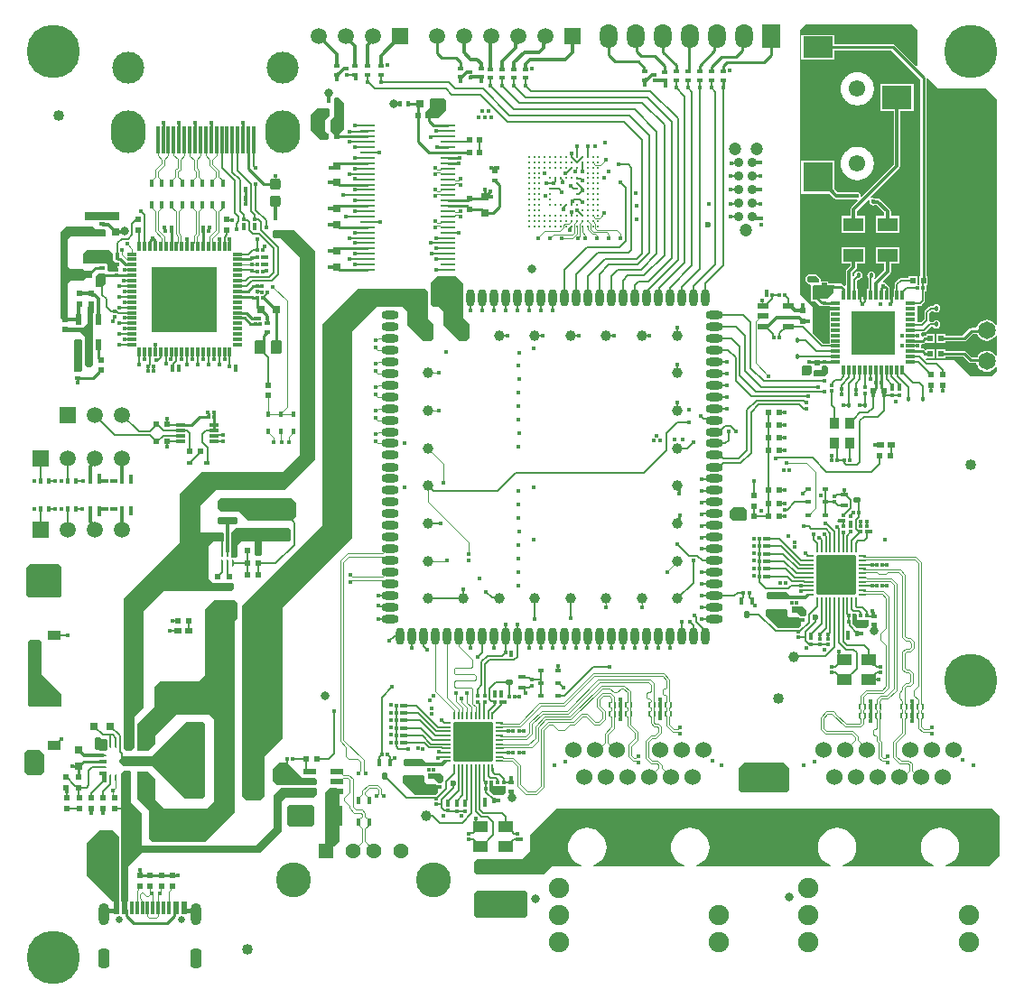
<source format=gtl>
G04*
G04 #@! TF.GenerationSoftware,Altium Limited,Altium Designer,18.1.6 (161)*
G04*
G04 Layer_Physical_Order=1*
G04 Layer_Color=255*
%FSTAX24Y24*%
%MOIN*%
G70*
G01*
G75*
%ADD11C,0.0059*%
%ADD13C,0.0157*%
%ADD14C,0.0079*%
%ADD17C,0.0118*%
%ADD19C,0.0039*%
%ADD24R,0.0197X0.0236*%
%ADD25R,0.0118X0.0118*%
%ADD26R,0.0118X0.0118*%
%ADD27R,0.0580X0.0110*%
%ADD28R,0.0236X0.0197*%
%ADD29R,0.0520X0.0420*%
%ADD30R,0.0157X0.0197*%
%ADD31R,0.0200X0.0140*%
%ADD32R,0.0335X0.0118*%
%ADD33R,0.0315X0.0315*%
%ADD34R,0.0709X0.0512*%
%ADD35R,0.0728X0.0512*%
%ADD36R,0.0197X0.0157*%
%ADD37C,0.0394*%
G04:AMPARAMS|DCode=38|XSize=27.6mil|YSize=70.9mil|CornerRadius=4mil|HoleSize=0mil|Usage=FLASHONLY|Rotation=270.000|XOffset=0mil|YOffset=0mil|HoleType=Round|Shape=RoundedRectangle|*
%AMROUNDEDRECTD38*
21,1,0.0276,0.0629,0,0,270.0*
21,1,0.0196,0.0709,0,0,270.0*
1,1,0.0080,-0.0314,-0.0098*
1,1,0.0080,-0.0314,0.0098*
1,1,0.0080,0.0314,0.0098*
1,1,0.0080,0.0314,-0.0098*
%
%ADD38ROUNDEDRECTD38*%
G04:AMPARAMS|DCode=39|XSize=7.9mil|YSize=27.6mil|CornerRadius=2mil|HoleSize=0mil|Usage=FLASHONLY|Rotation=270.000|XOffset=0mil|YOffset=0mil|HoleType=Round|Shape=RoundedRectangle|*
%AMROUNDEDRECTD39*
21,1,0.0079,0.0236,0,0,270.0*
21,1,0.0039,0.0276,0,0,270.0*
1,1,0.0039,-0.0118,-0.0020*
1,1,0.0039,-0.0118,0.0020*
1,1,0.0039,0.0118,0.0020*
1,1,0.0039,0.0118,-0.0020*
%
%ADD39ROUNDEDRECTD39*%
G04:AMPARAMS|DCode=40|XSize=7.9mil|YSize=27.6mil|CornerRadius=2mil|HoleSize=0mil|Usage=FLASHONLY|Rotation=180.000|XOffset=0mil|YOffset=0mil|HoleType=Round|Shape=RoundedRectangle|*
%AMROUNDEDRECTD40*
21,1,0.0079,0.0236,0,0,180.0*
21,1,0.0039,0.0276,0,0,180.0*
1,1,0.0039,-0.0020,0.0118*
1,1,0.0039,0.0020,0.0118*
1,1,0.0039,0.0020,-0.0118*
1,1,0.0039,-0.0020,-0.0118*
%
%ADD40ROUNDEDRECTD40*%
G04:AMPARAMS|DCode=41|XSize=149.6mil|YSize=149.6mil|CornerRadius=12mil|HoleSize=0mil|Usage=FLASHONLY|Rotation=180.000|XOffset=0mil|YOffset=0mil|HoleType=Round|Shape=RoundedRectangle|*
%AMROUNDEDRECTD41*
21,1,0.1496,0.1257,0,0,180.0*
21,1,0.1257,0.1496,0,0,180.0*
1,1,0.0239,-0.0628,0.0628*
1,1,0.0239,0.0628,0.0628*
1,1,0.0239,0.0628,-0.0628*
1,1,0.0239,-0.0628,-0.0628*
%
%ADD41ROUNDEDRECTD41*%
G04:AMPARAMS|DCode=42|XSize=19.7mil|YSize=23.6mil|CornerRadius=2mil|HoleSize=0mil|Usage=FLASHONLY|Rotation=90.000|XOffset=0mil|YOffset=0mil|HoleType=Round|Shape=RoundedRectangle|*
%AMROUNDEDRECTD42*
21,1,0.0197,0.0197,0,0,90.0*
21,1,0.0157,0.0236,0,0,90.0*
1,1,0.0039,0.0098,0.0079*
1,1,0.0039,0.0098,-0.0079*
1,1,0.0039,-0.0098,-0.0079*
1,1,0.0039,-0.0098,0.0079*
%
%ADD42ROUNDEDRECTD42*%
G04:AMPARAMS|DCode=43|XSize=15.7mil|YSize=23.6mil|CornerRadius=2mil|HoleSize=0mil|Usage=FLASHONLY|Rotation=90.000|XOffset=0mil|YOffset=0mil|HoleType=Round|Shape=RoundedRectangle|*
%AMROUNDEDRECTD43*
21,1,0.0157,0.0197,0,0,90.0*
21,1,0.0118,0.0236,0,0,90.0*
1,1,0.0039,0.0098,0.0059*
1,1,0.0039,0.0098,-0.0059*
1,1,0.0039,-0.0098,-0.0059*
1,1,0.0039,-0.0098,0.0059*
%
%ADD43ROUNDEDRECTD43*%
G04:AMPARAMS|DCode=44|XSize=19.7mil|YSize=23.6mil|CornerRadius=2mil|HoleSize=0mil|Usage=FLASHONLY|Rotation=0.000|XOffset=0mil|YOffset=0mil|HoleType=Round|Shape=RoundedRectangle|*
%AMROUNDEDRECTD44*
21,1,0.0197,0.0197,0,0,0.0*
21,1,0.0157,0.0236,0,0,0.0*
1,1,0.0039,0.0079,-0.0098*
1,1,0.0039,-0.0079,-0.0098*
1,1,0.0039,-0.0079,0.0098*
1,1,0.0039,0.0079,0.0098*
%
%ADD44ROUNDEDRECTD44*%
G04:AMPARAMS|DCode=45|XSize=15.7mil|YSize=23.6mil|CornerRadius=2mil|HoleSize=0mil|Usage=FLASHONLY|Rotation=0.000|XOffset=0mil|YOffset=0mil|HoleType=Round|Shape=RoundedRectangle|*
%AMROUNDEDRECTD45*
21,1,0.0157,0.0197,0,0,0.0*
21,1,0.0118,0.0236,0,0,0.0*
1,1,0.0039,0.0059,-0.0098*
1,1,0.0039,-0.0059,-0.0098*
1,1,0.0039,-0.0059,0.0098*
1,1,0.0039,0.0059,0.0098*
%
%ADD45ROUNDEDRECTD45*%
G04:AMPARAMS|DCode=46|XSize=22.2mil|YSize=7.9mil|CornerRadius=1mil|HoleSize=0mil|Usage=FLASHONLY|Rotation=270.000|XOffset=0mil|YOffset=0mil|HoleType=Round|Shape=RoundedRectangle|*
%AMROUNDEDRECTD46*
21,1,0.0222,0.0059,0,0,270.0*
21,1,0.0203,0.0079,0,0,270.0*
1,1,0.0020,-0.0030,-0.0101*
1,1,0.0020,-0.0030,0.0101*
1,1,0.0020,0.0030,0.0101*
1,1,0.0020,0.0030,-0.0101*
%
%ADD46ROUNDEDRECTD46*%
%ADD47R,0.0197X0.0197*%
%ADD48R,0.0236X0.0197*%
%ADD49C,0.0350*%
%ADD50O,0.0630X0.0315*%
%ADD51O,0.0315X0.0630*%
%ADD52R,0.1110X0.1110*%
%ADD53R,0.1110X0.0870*%
%ADD54R,0.1110X0.0790*%
%ADD55R,0.0370X0.0410*%
%ADD56C,0.0180*%
%ADD57R,0.0340X0.0120*%
%ADD58R,0.0120X0.0340*%
%ADD59R,0.1640X0.1640*%
G04:AMPARAMS|DCode=60|XSize=11.8mil|YSize=23.6mil|CornerRadius=1.9mil|HoleSize=0mil|Usage=FLASHONLY|Rotation=90.000|XOffset=0mil|YOffset=0mil|HoleType=Round|Shape=RoundedRectangle|*
%AMROUNDEDRECTD60*
21,1,0.0118,0.0197,0,0,90.0*
21,1,0.0079,0.0236,0,0,90.0*
1,1,0.0039,0.0099,0.0040*
1,1,0.0039,0.0099,-0.0040*
1,1,0.0039,-0.0099,-0.0040*
1,1,0.0039,-0.0099,0.0040*
%
%ADD60ROUNDEDRECTD60*%
G04:AMPARAMS|DCode=61|XSize=39.4mil|YSize=63mil|CornerRadius=3.9mil|HoleSize=0mil|Usage=FLASHONLY|Rotation=0.000|XOffset=0mil|YOffset=0mil|HoleType=Round|Shape=RoundedRectangle|*
%AMROUNDEDRECTD61*
21,1,0.0394,0.0551,0,0,0.0*
21,1,0.0315,0.0630,0,0,0.0*
1,1,0.0079,0.0157,-0.0276*
1,1,0.0079,-0.0157,-0.0276*
1,1,0.0079,-0.0157,0.0276*
1,1,0.0079,0.0157,0.0276*
%
%ADD61ROUNDEDRECTD61*%
%ADD62R,0.0236X0.0453*%
%ADD63R,0.0118X0.0453*%
%ADD64R,0.0197X0.0236*%
%ADD65R,0.0630X0.2680*%
%ADD66R,0.0512X0.0728*%
G04:AMPARAMS|DCode=67|XSize=47.6mil|YSize=22.8mil|CornerRadius=2.9mil|HoleSize=0mil|Usage=FLASHONLY|Rotation=0.000|XOffset=0mil|YOffset=0mil|HoleType=Round|Shape=RoundedRectangle|*
%AMROUNDEDRECTD67*
21,1,0.0476,0.0171,0,0,0.0*
21,1,0.0419,0.0228,0,0,0.0*
1,1,0.0057,0.0210,-0.0086*
1,1,0.0057,-0.0210,-0.0086*
1,1,0.0057,-0.0210,0.0086*
1,1,0.0057,0.0210,0.0086*
%
%ADD67ROUNDEDRECTD67*%
G04:AMPARAMS|DCode=68|XSize=9.8mil|YSize=23.6mil|CornerRadius=2.5mil|HoleSize=0mil|Usage=FLASHONLY|Rotation=0.000|XOffset=0mil|YOffset=0mil|HoleType=Round|Shape=RoundedRectangle|*
%AMROUNDEDRECTD68*
21,1,0.0098,0.0187,0,0,0.0*
21,1,0.0049,0.0236,0,0,0.0*
1,1,0.0049,0.0025,-0.0094*
1,1,0.0049,-0.0025,-0.0094*
1,1,0.0049,-0.0025,0.0094*
1,1,0.0049,0.0025,0.0094*
%
%ADD68ROUNDEDRECTD68*%
%ADD69R,0.0079X0.0394*%
%ADD70R,0.0250X0.0200*%
G04:AMPARAMS|DCode=71|XSize=27.6mil|YSize=11.8mil|CornerRadius=3mil|HoleSize=0mil|Usage=FLASHONLY|Rotation=0.000|XOffset=0mil|YOffset=0mil|HoleType=Round|Shape=RoundedRectangle|*
%AMROUNDEDRECTD71*
21,1,0.0276,0.0059,0,0,0.0*
21,1,0.0217,0.0118,0,0,0.0*
1,1,0.0059,0.0108,-0.0030*
1,1,0.0059,-0.0108,-0.0030*
1,1,0.0059,-0.0108,0.0030*
1,1,0.0059,0.0108,0.0030*
%
%ADD71ROUNDEDRECTD71*%
G04:AMPARAMS|DCode=72|XSize=27.6mil|YSize=9.8mil|CornerRadius=2.5mil|HoleSize=0mil|Usage=FLASHONLY|Rotation=90.000|XOffset=0mil|YOffset=0mil|HoleType=Round|Shape=RoundedRectangle|*
%AMROUNDEDRECTD72*
21,1,0.0276,0.0049,0,0,90.0*
21,1,0.0226,0.0098,0,0,90.0*
1,1,0.0049,0.0025,0.0113*
1,1,0.0049,0.0025,-0.0113*
1,1,0.0049,-0.0025,-0.0113*
1,1,0.0049,-0.0025,0.0113*
%
%ADD72ROUNDEDRECTD72*%
G04:AMPARAMS|DCode=73|XSize=27.6mil|YSize=9.8mil|CornerRadius=2.5mil|HoleSize=0mil|Usage=FLASHONLY|Rotation=0.000|XOffset=0mil|YOffset=0mil|HoleType=Round|Shape=RoundedRectangle|*
%AMROUNDEDRECTD73*
21,1,0.0276,0.0049,0,0,0.0*
21,1,0.0226,0.0098,0,0,0.0*
1,1,0.0049,0.0113,-0.0025*
1,1,0.0049,-0.0113,-0.0025*
1,1,0.0049,-0.0113,0.0025*
1,1,0.0049,0.0113,0.0025*
%
%ADD73ROUNDEDRECTD73*%
G04:AMPARAMS|DCode=74|XSize=39.4mil|YSize=15.7mil|CornerRadius=3.9mil|HoleSize=0mil|Usage=FLASHONLY|Rotation=90.000|XOffset=0mil|YOffset=0mil|HoleType=Round|Shape=RoundedRectangle|*
%AMROUNDEDRECTD74*
21,1,0.0394,0.0079,0,0,90.0*
21,1,0.0315,0.0157,0,0,90.0*
1,1,0.0079,0.0039,0.0157*
1,1,0.0079,0.0039,-0.0157*
1,1,0.0079,-0.0039,-0.0157*
1,1,0.0079,-0.0039,0.0157*
%
%ADD74ROUNDEDRECTD74*%
%ADD75R,0.0315X0.0315*%
%ADD76R,0.0197X0.0197*%
%ADD77R,0.0512X0.0354*%
%ADD78R,0.0137X0.0297*%
%ADD79R,0.0500X0.0350*%
%ADD80R,0.0394X0.0236*%
%ADD81R,0.0236X0.0394*%
%ADD82R,0.0118X0.1024*%
%ADD83C,0.0098*%
G04:AMPARAMS|DCode=84|XSize=33.1mil|YSize=10.6mil|CornerRadius=1.3mil|HoleSize=0mil|Usage=FLASHONLY|Rotation=90.000|XOffset=0mil|YOffset=0mil|HoleType=Round|Shape=RoundedRectangle|*
%AMROUNDEDRECTD84*
21,1,0.0331,0.0080,0,0,90.0*
21,1,0.0304,0.0106,0,0,90.0*
1,1,0.0027,0.0040,0.0152*
1,1,0.0027,0.0040,-0.0152*
1,1,0.0027,-0.0040,-0.0152*
1,1,0.0027,-0.0040,0.0152*
%
%ADD84ROUNDEDRECTD84*%
G04:AMPARAMS|DCode=85|XSize=33.1mil|YSize=10.6mil|CornerRadius=1.3mil|HoleSize=0mil|Usage=FLASHONLY|Rotation=0.000|XOffset=0mil|YOffset=0mil|HoleType=Round|Shape=RoundedRectangle|*
%AMROUNDEDRECTD85*
21,1,0.0331,0.0080,0,0,0.0*
21,1,0.0304,0.0106,0,0,0.0*
1,1,0.0027,0.0152,-0.0040*
1,1,0.0027,-0.0152,-0.0040*
1,1,0.0027,-0.0152,0.0040*
1,1,0.0027,0.0152,0.0040*
%
%ADD85ROUNDEDRECTD85*%
%ADD86R,0.0140X0.0200*%
G04:AMPARAMS|DCode=87|XSize=39.4mil|YSize=39.4mil|CornerRadius=7.9mil|HoleSize=0mil|Usage=FLASHONLY|Rotation=90.000|XOffset=0mil|YOffset=0mil|HoleType=Round|Shape=RoundedRectangle|*
%AMROUNDEDRECTD87*
21,1,0.0394,0.0236,0,0,90.0*
21,1,0.0236,0.0394,0,0,90.0*
1,1,0.0157,0.0118,0.0118*
1,1,0.0157,0.0118,-0.0118*
1,1,0.0157,-0.0118,-0.0118*
1,1,0.0157,-0.0118,0.0118*
%
%ADD87ROUNDEDRECTD87*%
%ADD165C,0.0400*%
G04:AMPARAMS|DCode=166|XSize=22.2mil|YSize=15.7mil|CornerRadius=2mil|HoleSize=0mil|Usage=FLASHONLY|Rotation=270.000|XOffset=0mil|YOffset=0mil|HoleType=Round|Shape=RoundedRectangle|*
%AMROUNDEDRECTD166*
21,1,0.0222,0.0118,0,0,270.0*
21,1,0.0183,0.0157,0,0,270.0*
1,1,0.0039,-0.0059,-0.0092*
1,1,0.0039,-0.0059,0.0092*
1,1,0.0039,0.0059,0.0092*
1,1,0.0039,0.0059,-0.0092*
%
%ADD166ROUNDEDRECTD166*%
%ADD167R,0.0079X0.0079*%
G04:AMPARAMS|DCode=168|XSize=94.5mil|YSize=15.7mil|CornerRadius=3.9mil|HoleSize=0mil|Usage=FLASHONLY|Rotation=0.000|XOffset=0mil|YOffset=0mil|HoleType=Round|Shape=RoundedRectangle|*
%AMROUNDEDRECTD168*
21,1,0.0945,0.0079,0,0,0.0*
21,1,0.0866,0.0157,0,0,0.0*
1,1,0.0079,0.0433,-0.0039*
1,1,0.0079,-0.0433,-0.0039*
1,1,0.0079,-0.0433,0.0039*
1,1,0.0079,0.0433,0.0039*
%
%ADD168ROUNDEDRECTD168*%
%ADD169R,0.0320X0.0570*%
%ADD170R,0.2441X0.2441*%
%ADD171C,0.0098*%
%ADD172C,0.0048*%
%ADD173C,0.0043*%
%ADD174C,0.0042*%
%ADD175C,0.0043*%
%ADD176C,0.0033*%
%ADD177C,0.0033*%
%ADD178C,0.0048*%
%ADD179C,0.0032*%
%ADD180C,0.0138*%
%ADD181C,0.0600*%
%ADD182C,0.0750*%
%ADD183C,0.1000*%
%ADD184R,0.0591X0.0591*%
%ADD185C,0.0591*%
%ADD186C,0.1969*%
%ADD187C,0.0472*%
%ADD188C,0.0610*%
G04:AMPARAMS|DCode=189|XSize=70.9mil|YSize=39.4mil|CornerRadius=9.8mil|HoleSize=0mil|Usage=FLASHONLY|Rotation=90.000|XOffset=0mil|YOffset=0mil|HoleType=Round|Shape=RoundedRectangle|*
%AMROUNDEDRECTD189*
21,1,0.0709,0.0197,0,0,90.0*
21,1,0.0512,0.0394,0,0,90.0*
1,1,0.0197,0.0098,0.0256*
1,1,0.0197,0.0098,-0.0256*
1,1,0.0197,-0.0098,-0.0256*
1,1,0.0197,-0.0098,0.0256*
%
%ADD189ROUNDEDRECTD189*%
%ADD190O,0.0394X0.0827*%
%ADD191C,0.0256*%
%ADD192R,0.0562X0.0562*%
%ADD193C,0.0562*%
%ADD194C,0.1290*%
%ADD195C,0.0650*%
%ADD196O,0.1299X0.1575*%
%ADD197C,0.1181*%
%ADD198O,0.0650X0.0900*%
%ADD199R,0.0650X0.0900*%
%ADD200C,0.0157*%
%ADD201C,0.0315*%
%ADD202C,0.0236*%
G36*
X061063Y048819D02*
Y04751D01*
X061013Y04749D01*
X060241Y048261D01*
X060206Y048285D01*
X060163Y048293D01*
X058016D01*
Y048637D01*
X056788D01*
Y047729D01*
X058016D01*
Y048073D01*
X060118D01*
X061189Y047002D01*
Y039724D01*
X061142D01*
Y039409D01*
X061063D01*
Y039724D01*
X060748D01*
Y039657D01*
X060472D01*
X060438Y03965D01*
X060409Y039631D01*
X060258Y039481D01*
X060239Y039451D01*
X060232Y039417D01*
Y039247D01*
X060203D01*
Y038976D01*
X060048D01*
Y039247D01*
X060039D01*
Y039284D01*
X060031Y039326D01*
X060007Y039362D01*
X059949Y03942D01*
X059925Y039436D01*
X059902Y039469D01*
X059857Y0395D01*
X059818Y039508D01*
X059799Y039548D01*
X059798Y039559D01*
X06006Y039821D01*
X06006Y039821D01*
X060087Y03986D01*
X060096Y039906D01*
Y040182D01*
X060399D01*
Y040812D01*
X059552D01*
Y040182D01*
X059855D01*
Y039956D01*
X059523Y039624D01*
X059484Y039656D01*
X05951Y039696D01*
X059522Y039754D01*
X05951Y039812D01*
X059478Y039861D01*
X059428Y039894D01*
X05937Y039906D01*
X059312Y039894D01*
X059263Y039861D01*
X05923Y039812D01*
X059218Y039754D01*
X05923Y039696D01*
X059263Y039646D01*
X059264Y039646D01*
Y039247D01*
X059219D01*
Y038976D01*
X058867D01*
Y039247D01*
X058838D01*
Y039566D01*
X058877Y039606D01*
X058898Y039602D01*
X058956Y039614D01*
X059005Y039646D01*
X059038Y039696D01*
X05905Y039754D01*
X059038Y039812D01*
X059005Y039861D01*
X058956Y039894D01*
X058898Y039906D01*
X058839Y039894D01*
X05879Y039861D01*
X058757Y039812D01*
X058746Y039754D01*
X058748Y039744D01*
X058717Y039716D01*
X058671Y039735D01*
Y039849D01*
X058801Y039979D01*
X058801Y039979D01*
X058827Y040018D01*
X058836Y040064D01*
Y040182D01*
X059139D01*
Y040812D01*
X058292D01*
Y040182D01*
X058595D01*
Y040114D01*
X058466Y039984D01*
X058439Y039945D01*
X05843Y039899D01*
X05843Y039899D01*
Y039385D01*
X05838Y039364D01*
X058322Y039423D01*
X058286Y039446D01*
X058244Y039455D01*
X058051D01*
Y039463D01*
X057939D01*
X057913Y039473D01*
X057785D01*
Y039537D01*
X057495D01*
Y039616D01*
X057476Y039661D01*
X057368Y03977D01*
X057323Y039788D01*
X057047D01*
X057002Y03977D01*
X056963Y03973D01*
X056944Y039685D01*
Y039567D01*
X056963Y039522D01*
X057041Y039443D01*
X057087Y039424D01*
X057109D01*
X057143Y039374D01*
X057141Y03937D01*
Y038937D01*
X057156Y038902D01*
Y038809D01*
X057314D01*
X057455Y038668D01*
X057491Y038644D01*
X05753Y038636D01*
Y038618D01*
X057633D01*
X057661Y038613D01*
X057829D01*
Y038604D01*
X057913D01*
Y038448D01*
X057829D01*
Y038013D01*
Y03762D01*
Y037239D01*
X057594D01*
X057224Y037608D01*
X057224Y038583D01*
X056732Y039075D01*
Y048819D01*
X056929Y049016D01*
X060866D01*
X061063Y048819D01*
D02*
G37*
G36*
X043661Y04622D02*
Y045827D01*
X043386Y045551D01*
X042953D01*
X042913Y045591D01*
Y045787D01*
X043071Y045945D01*
Y04626D01*
X04311Y046299D01*
X043583D01*
X043661Y04622D01*
D02*
G37*
G36*
X039921Y046142D02*
Y045157D01*
X039724Y044961D01*
X039528D01*
X039409Y045079D01*
Y045512D01*
X039528Y04563D01*
Y046299D01*
X039567Y046339D01*
X039724D01*
X039921Y046142D01*
D02*
G37*
G36*
X03937Y045906D02*
Y045669D01*
X039213Y045512D01*
Y045079D01*
X039331Y044961D01*
Y044803D01*
X039291Y044764D01*
X039016D01*
X038661Y045118D01*
X038661Y045709D01*
X038898Y045945D01*
X039331D01*
X03937Y045906D01*
D02*
G37*
G36*
X031614Y042047D02*
Y041811D01*
X030354D01*
Y042047D01*
X030394Y042087D01*
X031575D01*
X031614Y042047D01*
D02*
G37*
G36*
X031378Y040551D02*
Y040335D01*
X031421Y040291D01*
Y040262D01*
X031451D01*
X03154Y040173D01*
X03154Y03999D01*
X031451Y039902D01*
X03124D01*
X031181Y039961D01*
Y040157D01*
X031142Y040197D01*
X030315D01*
X030276Y040236D01*
Y040551D01*
X030433Y040709D01*
X03122D01*
X031378Y040551D01*
D02*
G37*
G36*
X057431Y039616D02*
Y039518D01*
X057402Y039488D01*
X057087D01*
X057008Y039567D01*
Y039685D01*
X057047Y039724D01*
X057323D01*
X057431Y039616D01*
D02*
G37*
G36*
X031102Y039803D02*
Y039449D01*
X030984Y039331D01*
X030787Y039331D01*
X030748Y03937D01*
Y039724D01*
X030866Y039843D01*
X031063D01*
X031102Y039803D01*
D02*
G37*
G36*
X057992Y039331D02*
Y039134D01*
X057756Y038898D01*
X057244D01*
X057205Y038937D01*
Y03937D01*
X057244Y039409D01*
X057913D01*
X057992Y039331D01*
D02*
G37*
G36*
X06185Y046654D02*
X063622D01*
X064016Y04626D01*
Y037939D01*
X063971Y037922D01*
X063966Y037922D01*
X063906Y038D01*
X063826Y038062D01*
X063732Y038101D01*
X063632Y038114D01*
X063532Y038101D01*
X063438Y038062D01*
X063358Y038D01*
X063296Y03792D01*
X063258Y037827D01*
X063256Y037817D01*
X063071D01*
X063029Y037809D01*
X062993Y037785D01*
X06275Y037541D01*
X062106D01*
Y037589D01*
X061791D01*
Y037274D01*
X062106D01*
Y037321D01*
X062795D01*
X062838Y037329D01*
X062873Y037353D01*
X063117Y037596D01*
X06327D01*
X063296Y037533D01*
X063358Y037452D01*
X063438Y037391D01*
X063532Y037352D01*
X063632Y037339D01*
X063732Y037352D01*
X063826Y037391D01*
X063906Y037452D01*
X063966Y037531D01*
X063971Y037531D01*
X064016Y037514D01*
Y036797D01*
X063971Y03678D01*
X063966Y03678D01*
X063906Y036859D01*
X063826Y03692D01*
X063732Y036959D01*
X063632Y036972D01*
X063532Y036959D01*
X063438Y03692D01*
X063358Y036859D01*
X063296Y036778D01*
X063278Y036734D01*
X063087D01*
X062883Y036938D01*
X062847Y036962D01*
X062805Y036971D01*
X062106D01*
Y037018D01*
X061791D01*
Y036703D01*
X062106D01*
Y03675D01*
X062759D01*
X062963Y036546D01*
X062999Y036522D01*
X063041Y036514D01*
X063254D01*
X063258Y036484D01*
X063296Y036391D01*
X063358Y036311D01*
X063438Y036249D01*
X063532Y03621D01*
X063632Y036197D01*
X063732Y03621D01*
X063826Y036249D01*
X063906Y036311D01*
X063966Y036389D01*
X063971Y036389D01*
X064016Y036372D01*
Y03622D01*
X063819Y036024D01*
X063032D01*
X062441Y036614D01*
X061425D01*
X061378Y036661D01*
X061407Y036703D01*
X061713D01*
Y037018D01*
X061398D01*
Y037018D01*
X061369Y037006D01*
X061345Y037029D01*
X061309Y037053D01*
X061267Y037062D01*
X061248D01*
X061216Y037112D01*
X061223Y037146D01*
X061215Y037185D01*
X061244Y037235D01*
X061262D01*
X061305Y037243D01*
X06134Y037267D01*
X061348Y037274D01*
X061398Y037274D01*
Y037274D01*
X061713D01*
Y037589D01*
X061398D01*
Y037541D01*
X061348D01*
X061306Y037533D01*
X06127Y037509D01*
X061268Y037506D01*
X061222Y037531D01*
X061223Y037539D01*
X061212Y037593D01*
X061209Y037598D01*
X061236Y037648D01*
X061321D01*
X061356Y037655D01*
X061385Y037675D01*
X061573Y037862D01*
X061653D01*
X061664Y037845D01*
X061714Y037812D01*
X061772Y037801D01*
X06183Y037812D01*
X061879Y037845D01*
X061912Y037895D01*
X061924Y037953D01*
X061912Y038011D01*
X061879Y03806D01*
X06183Y038093D01*
X061772Y038105D01*
X061714Y038093D01*
X061664Y03806D01*
X061653Y038043D01*
X061539D01*
X061527Y038053D01*
X061503Y038088D01*
X061508Y03811D01*
Y038348D01*
X061607Y038447D01*
X061659Y038444D01*
X061664Y038436D01*
X061714Y038403D01*
X061772Y038391D01*
X06183Y038403D01*
X061879Y038436D01*
X061912Y038485D01*
X061924Y038543D01*
X061912Y038601D01*
X061879Y038651D01*
X06183Y038684D01*
X061772Y038695D01*
X061714Y038684D01*
X061664Y038651D01*
X061653Y038634D01*
X061575D01*
X061575Y038634D01*
X06154Y038627D01*
X061511Y038607D01*
X061353Y03845D01*
X061334Y03842D01*
X061327Y038386D01*
Y038148D01*
X061205Y038026D01*
X061063D01*
Y038633D01*
X061164D01*
X061199Y03864D01*
X061228Y038659D01*
X061324Y038755D01*
X061343Y038784D01*
X06135Y038819D01*
Y039173D01*
X061404D01*
Y039409D01*
X061457D01*
Y039724D01*
X06141D01*
Y047024D01*
X06146Y047044D01*
X06185Y046654D01*
D02*
G37*
G36*
X030748Y041457D02*
X031063D01*
X031102Y041417D01*
X031102Y04122D01*
X031063Y041181D01*
X029803D01*
X029724Y041102D01*
Y040079D01*
X029803Y04D01*
X030276D01*
X030433Y039843D01*
X030433Y039724D01*
X030276Y039567D01*
X029843D01*
X029724Y039449D01*
Y038189D01*
X029675Y03814D01*
X029498D01*
X029449Y038189D01*
Y041378D01*
X029646Y041575D01*
X03063D01*
X030748Y041457D01*
D02*
G37*
G36*
X044301Y039478D02*
Y038196D01*
X044534Y037963D01*
Y037441D01*
X044426Y037333D01*
X04417Y037333D01*
X04356Y037943D01*
Y038425D01*
X043402Y038583D01*
X043218D01*
X04312Y038681D01*
Y039498D01*
X043346Y039724D01*
X044055Y039724D01*
X044301Y039478D01*
D02*
G37*
G36*
X043002Y039163D02*
Y038179D01*
X043218Y037963D01*
Y037441D01*
X04311Y037333D01*
X042854Y037333D01*
X042244Y037943D01*
Y038425D01*
X042087Y038583D01*
X04185D01*
X041102Y038583D01*
X040197Y037677D01*
Y030063D01*
X038008Y027874D01*
X037638Y02748D01*
X037638Y022677D01*
X036969Y022008D01*
Y020512D01*
X036811Y020354D01*
X036299D01*
X036142Y020512D01*
Y027559D01*
X036339Y027756D01*
X037323Y02874D01*
X039094Y030512D01*
X039094Y037953D01*
X040394Y039252D01*
X042913D01*
X043002Y039163D01*
D02*
G37*
G36*
X037598Y037323D02*
Y03689D01*
X037559Y03685D01*
X037244D01*
X037205Y03689D01*
X037205Y037323D01*
X037244Y037362D01*
X037559D01*
X037598Y037323D01*
D02*
G37*
G36*
X037008D02*
Y03689D01*
X036969Y03685D01*
X036654D01*
X036614Y03689D01*
X036614Y037323D01*
X036654Y037362D01*
X036969D01*
X037008Y037323D01*
D02*
G37*
G36*
X030679Y038406D02*
X03063Y038356D01*
Y036447D01*
X030551Y036368D01*
X030423D01*
X030344Y036447D01*
X030344Y03749D01*
X030187Y037648D01*
X029665D01*
Y037844D01*
X030285D01*
X030443Y038002D01*
Y038612D01*
X030679D01*
Y038406D01*
D02*
G37*
G36*
X030246Y037372D02*
Y03625D01*
X030197Y036201D01*
X02998D01*
X029951Y03623D01*
Y037372D01*
X02998Y037402D01*
X030217D01*
X030246Y037372D01*
D02*
G37*
G36*
X057175Y036388D02*
Y036152D01*
X057087Y036063D01*
X05685D01*
X056811Y036102D01*
Y036378D01*
X05685Y036417D01*
X057146D01*
X057175Y036388D01*
D02*
G37*
G36*
X057785Y036348D02*
Y036161D01*
X057648Y036024D01*
X057292D01*
X057254Y036061D01*
X057254Y03623D01*
X057283Y03626D01*
X05752D01*
X057559Y036299D01*
Y036398D01*
X057579Y036417D01*
X057717D01*
X057785Y036348D01*
D02*
G37*
G36*
X054764Y031102D02*
Y030748D01*
X054724Y030709D01*
X054252D01*
X054134Y030827D01*
Y031063D01*
X054272Y031201D01*
X054665D01*
X054764Y031102D01*
D02*
G37*
G36*
X03815Y031358D02*
Y030846D01*
X037992Y030689D01*
X036378D01*
X036024Y031043D01*
X035354D01*
X035236Y031161D01*
Y031437D01*
X035335Y031535D01*
X037972D01*
X03815Y031358D01*
D02*
G37*
G36*
X037953Y030354D02*
Y03D01*
X037874Y029921D01*
X03689D01*
Y029449D01*
X03685Y029409D01*
X036654D01*
X036614Y029449D01*
Y029921D01*
X036102D01*
X035984Y029803D01*
Y029409D01*
X035906Y029331D01*
X035787D01*
X035748Y02937D01*
Y030276D01*
X035906Y030433D01*
X037874D01*
X037953Y030354D01*
D02*
G37*
G36*
X038858Y04063D02*
Y032953D01*
X037726Y031821D01*
X035167D01*
X034606Y03126D01*
Y030276D01*
X035433D01*
X035472Y030236D01*
Y029961D01*
X035433Y029921D01*
X035079D01*
X034921Y029764D01*
Y028543D01*
X035079Y028386D01*
X035787D01*
X035827Y028346D01*
Y028189D01*
X035748Y02811D01*
X033268D01*
X03252Y027362D01*
Y025197D01*
Y02378D01*
X032165Y023425D01*
X032165Y022323D01*
X032028Y022185D01*
X03187D01*
X031791Y022264D01*
X031791Y025177D01*
X031791Y025177D01*
X031791Y027815D01*
X032362Y028386D01*
X032362D01*
X033858Y029882D01*
Y031693D01*
X034646Y03248D01*
X037638D01*
X038278Y03312D01*
Y040423D01*
X037559Y041142D01*
X037323D01*
X037283Y041181D01*
Y041378D01*
X037323Y041417D01*
X038071D01*
X038858Y04063D01*
D02*
G37*
G36*
X029488Y028976D02*
Y027913D01*
X029449Y027874D01*
X028268D01*
X028189Y027953D01*
Y028976D01*
X028307Y029094D01*
X02937D01*
X029488Y028976D01*
D02*
G37*
G36*
X05636Y027931D02*
X056911D01*
X05699Y02801D01*
X057102D01*
X057117Y02796D01*
X056951Y027793D01*
X05573D01*
Y028069D01*
X056222D01*
X05636Y027931D01*
D02*
G37*
G36*
X05697Y027409D02*
X05697Y027232D01*
X056911Y027173D01*
X056783Y027173D01*
X056646Y027311D01*
X056459D01*
X056429Y027341D01*
Y027508D01*
X056449Y027528D01*
X056852D01*
X05697Y027409D01*
D02*
G37*
G36*
X05626Y027402D02*
Y027205D01*
X056339Y027126D01*
X056693D01*
X056772Y027047D01*
Y026811D01*
X056693Y026732D01*
X055945D01*
X055472Y027205D01*
Y027402D01*
X055512Y027441D01*
X05622D01*
X05626Y027402D01*
D02*
G37*
G36*
X058831Y027242D02*
Y027065D01*
X05885Y027045D01*
X059274D01*
X059283Y027035D01*
Y026839D01*
X059175Y02673D01*
X05885D01*
X058683Y026898D01*
Y027242D01*
X058693Y027252D01*
X058821D01*
X058831Y027242D01*
D02*
G37*
G36*
X02874Y02622D02*
Y025039D01*
X029488Y024291D01*
Y023858D01*
X029449Y023819D01*
X028307D01*
X028228Y023898D01*
Y02622D01*
X028307Y026299D01*
X028661D01*
X02874Y02622D01*
D02*
G37*
G36*
X030955Y022628D02*
X031157D01*
X031181Y022604D01*
X031181Y022562D01*
X031179Y022554D01*
Y022328D01*
X031181Y02232D01*
X031181Y022241D01*
X031164Y022224D01*
X031142D01*
Y022205D01*
X031142Y022204D01*
X031142Y022203D01*
X031141Y022202D01*
X031141Y022201D01*
X031141Y0222D01*
X031141Y022199D01*
X03114Y022198D01*
X03114Y022197D01*
X03114Y022196D01*
X031139Y022195D01*
X031139Y022194D01*
X031138Y022193D01*
X031137Y022192D01*
X031137Y022192D01*
X031136Y022191D01*
X031135Y02219D01*
X031134Y022189D01*
X031134Y022189D01*
X031133Y022188D01*
X031132Y022188D01*
X031131Y022187D01*
X03113Y022187D01*
X031129Y022186D01*
X031128Y022186D01*
X031127Y022186D01*
X031126Y022185D01*
X031125Y022185D01*
X031124Y022185D01*
X031123Y022185D01*
X031122Y022185D01*
X030886D01*
X030885Y022185D01*
X030884Y022185D01*
X030883Y022185D01*
X030882Y022185D01*
X030881Y022186D01*
X03088Y022186D01*
X030879Y022186D01*
X030878Y022187D01*
X030877Y022187D01*
X030876Y022188D01*
X030875Y022188D01*
X030874Y022189D01*
X030873Y022189D01*
X030873Y02219D01*
X030872Y022191D01*
X030871Y022192D01*
X030871Y022192D01*
X03087Y022193D01*
X030869Y022194D01*
X030869Y022195D01*
X030868Y022196D01*
X030868Y022197D01*
X030867Y022198D01*
X030867Y022199D01*
X030867Y0222D01*
X030867Y022201D01*
X030866Y022202D01*
X030866Y022203D01*
X030866Y022204D01*
X030866Y022205D01*
Y022224D01*
X030768D01*
X030709Y022283D01*
Y022638D01*
X030758Y022687D01*
X030896D01*
X030955Y022628D01*
D02*
G37*
G36*
X042953Y021772D02*
X043504D01*
X043583Y02185D01*
X043695D01*
X04371Y0218D01*
X043543Y021634D01*
X042323D01*
Y021909D01*
X042815D01*
X042953Y021772D01*
D02*
G37*
G36*
X028858Y022047D02*
Y021417D01*
X02874Y021299D01*
X028228D01*
X02811Y021417D01*
Y022126D01*
X028228Y022244D01*
X028661D01*
X028858Y022047D01*
D02*
G37*
G36*
X031123Y021437D02*
X031124Y021437D01*
X031125Y021437D01*
X031126Y021437D01*
X031127Y021436D01*
X031128Y021436D01*
X031129Y021436D01*
X03113Y021435D01*
X031131Y021435D01*
X031132Y021434D01*
X031133Y021434D01*
X031134Y021433D01*
X031134Y021433D01*
X031135Y021432D01*
X031136Y021431D01*
X031137Y02143D01*
X031137Y02143D01*
X031138Y021429D01*
X031139Y021428D01*
X031139Y021427D01*
X03114Y021426D01*
X03114Y021425D01*
X03114Y021424D01*
X031141Y021423D01*
X031141Y021422D01*
X031141Y021421D01*
X031141Y02142D01*
X031142Y021419D01*
X031142Y021418D01*
X031142Y021417D01*
Y021063D01*
X031142Y021062D01*
X031142Y021061D01*
X031141Y02106D01*
X031141Y021059D01*
X031141Y021058D01*
X031141Y021057D01*
X03114Y021056D01*
X03114Y021055D01*
X03114Y021054D01*
X031139Y021053D01*
X031139Y021052D01*
X031138Y021051D01*
X031137Y021051D01*
X031137Y02105D01*
X031136Y021049D01*
X031135Y021048D01*
X031134Y021048D01*
X031134Y021047D01*
X031133Y021046D01*
X031132Y021046D01*
X031131Y021045D01*
X03113Y021045D01*
X031129Y021045D01*
X031128Y021044D01*
X031127Y021044D01*
X031126Y021044D01*
X031125Y021044D01*
X031124Y021043D01*
X031123Y021043D01*
X031122Y021043D01*
X031024D01*
X031023Y021043D01*
X031022Y021043D01*
X031021Y021044D01*
X03102Y021044D01*
X031019Y021044D01*
X031018Y021044D01*
X031017Y021045D01*
X031016Y021045D01*
X031015Y021045D01*
X031014Y021046D01*
X031013Y021046D01*
X031012Y021047D01*
X031011Y021048D01*
X03101Y021048D01*
X03101Y021049D01*
X031009Y02105D01*
X031008Y021051D01*
X031008Y021051D01*
X031007Y021052D01*
X031007Y021053D01*
X031006Y021054D01*
X031006Y021055D01*
X031005Y021056D01*
X031005Y021057D01*
X031005Y021058D01*
X031004Y021059D01*
X031004Y02106D01*
X031004Y021061D01*
X031004Y021062D01*
X031004Y021063D01*
Y02124D01*
X031004Y021242D01*
X031004Y021244D01*
X031003Y021246D01*
X031003Y021248D01*
X031003Y02125D01*
X031002Y021252D01*
X031001Y021254D01*
X031001Y021256D01*
X031Y021258D01*
X030999Y02126D01*
X030998Y021262D01*
X030996Y021263D01*
X030995Y021265D01*
X030994Y021267D01*
X030992Y021268D01*
X030991Y021269D01*
X030989Y021271D01*
X030988Y021272D01*
X030986Y021273D01*
X030984Y021274D01*
X030982Y021275D01*
X030981Y021276D01*
X030979Y021277D01*
X030977Y021278D01*
X030975Y021278D01*
X030973Y021279D01*
X030971Y021279D01*
X030969Y021279D01*
X030967Y021279D01*
X030965Y02128D01*
X030886D01*
X030885Y02128D01*
X030884Y02128D01*
X030883Y02128D01*
X030882Y02128D01*
X030881Y02128D01*
X03088Y02128D01*
X030879Y021281D01*
X030878Y021281D01*
X030877Y021282D01*
X030876Y021282D01*
X030875Y021283D01*
X030874Y021283D01*
X030873Y021284D01*
X030873Y021285D01*
X030872Y021285D01*
X030871Y021286D01*
X030871Y021287D01*
X03087Y021288D01*
X030869Y021288D01*
X030869Y021289D01*
X030868Y02129D01*
X030868Y021291D01*
X030867Y021292D01*
X030867Y021293D01*
X030867Y021294D01*
X030867Y021295D01*
X030866Y021296D01*
X030866Y021297D01*
X030866Y021298D01*
X030866Y021299D01*
Y021417D01*
X030866Y021418D01*
X030866Y021419D01*
X030866Y02142D01*
X030867Y021421D01*
X030867Y021422D01*
X030867Y021423D01*
X030867Y021424D01*
X030868Y021425D01*
X030868Y021426D01*
X030869Y021427D01*
X030869Y021428D01*
X03087Y021429D01*
X030871Y02143D01*
X030871Y02143D01*
X030872Y021431D01*
X030873Y021432D01*
X030873Y021433D01*
X030874Y021433D01*
X030875Y021434D01*
X030876Y021434D01*
X030877Y021435D01*
X030878Y021435D01*
X030879Y021436D01*
X03088Y021436D01*
X030881Y021436D01*
X030882Y021437D01*
X030883Y021437D01*
X030884Y021437D01*
X030885Y021437D01*
X030886Y021437D01*
X031122D01*
X031123Y021437D01*
D02*
G37*
G36*
X043563Y02125D02*
X043563Y021073D01*
X043504Y021014D01*
X043376Y021014D01*
X043238Y021152D01*
X043051D01*
X043022Y021181D01*
Y021348D01*
X043041Y021368D01*
X043445D01*
X043563Y02125D01*
D02*
G37*
G36*
X038386Y021181D02*
X038858D01*
X038898Y021142D01*
Y020984D01*
X038858Y020945D01*
X037441D01*
X037283Y021102D01*
Y021535D01*
X03752Y021772D01*
X037795Y021772D01*
X038386Y021181D01*
D02*
G37*
G36*
X056339Y021555D02*
Y020768D01*
X05624Y020669D01*
X054567D01*
X054468Y020768D01*
X054468Y021555D01*
X054665Y021752D01*
X056142D01*
X056339Y021555D01*
D02*
G37*
G36*
X042872Y021242D02*
Y021045D01*
X042951Y020967D01*
X043305D01*
X043384Y020888D01*
Y020652D01*
X043305Y020573D01*
X042557D01*
X042085Y021045D01*
Y021242D01*
X042124Y021281D01*
X042833D01*
X042872Y021242D01*
D02*
G37*
G36*
X045423Y021083D02*
Y020906D01*
X045443Y020886D01*
X045866D01*
X045876Y020876D01*
Y020679D01*
X045768Y020571D01*
X045443D01*
X045276Y020738D01*
Y021083D01*
X045285Y021093D01*
X045413D01*
X045423Y021083D01*
D02*
G37*
G36*
X034764Y023189D02*
Y020512D01*
X034685Y020433D01*
X034016D01*
X032835Y021614D01*
X031772D01*
X031614Y021772D01*
Y02185D01*
X031772Y022008D01*
X032835D01*
X033976Y02315D01*
X034094Y023268D01*
X034685D01*
X034764Y023189D01*
D02*
G37*
G36*
X035866Y027756D02*
X035984Y027638D01*
Y027087D01*
X035866Y026969D01*
Y019921D01*
X034764Y018819D01*
X032835D01*
X032717Y018937D01*
X032717Y02D01*
X032283Y020433D01*
Y021063D01*
Y021402D01*
Y021417D01*
X032283Y021418D01*
X032284Y021419D01*
X032284Y02142D01*
X032284Y021421D01*
X032284Y021422D01*
X032284Y021423D01*
X032285Y021424D01*
X032285Y021425D01*
X032286Y021426D01*
X032286Y021427D01*
X032287Y021428D01*
X032287Y021429D01*
X032288Y02143D01*
X032289Y02143D01*
X032289Y021431D01*
X03229Y021432D01*
X032291Y021433D01*
X032292Y021433D01*
X032292Y021434D01*
X032293Y021434D01*
X032294Y021435D01*
X032295Y021435D01*
X032296Y021436D01*
X032297Y021436D01*
X032298Y021436D01*
X032299Y021437D01*
X0323Y021437D01*
X032301Y021437D01*
X032302Y021437D01*
X032303Y021437D01*
X032319D01*
X032319Y021437D01*
X032433Y021437D01*
X032579D01*
X032579Y021437D01*
X03266Y021437D01*
X032953Y021144D01*
Y020393D01*
X033267Y020079D01*
X034882D01*
X035118Y020315D01*
Y023346D01*
X034921Y023543D01*
X03374D01*
X032953Y022756D01*
X032953Y022475D01*
X032663Y022185D01*
X032303D01*
X032302Y022185D01*
X032301Y022185D01*
X0323Y022185D01*
X032299Y022185D01*
X032298Y022186D01*
X032297Y022186D01*
X032296Y022186D01*
X032295Y022187D01*
X032294Y022187D01*
X032293Y022188D01*
X032292Y022188D01*
X032292Y022189D01*
X032291Y022189D01*
X03229Y02219D01*
X032289Y022191D01*
X032289Y022192D01*
X032288Y022192D01*
X032287Y022193D01*
X032287Y022194D01*
X032286Y022195D01*
X032286Y022196D01*
X032285Y022197D01*
X032285Y022198D01*
X032284Y022199D01*
X032284Y0222D01*
X032284Y022201D01*
X032284Y022202D01*
X032284Y022203D01*
X032283Y022204D01*
X032283Y022205D01*
Y022236D01*
Y022559D01*
Y023189D01*
X032913Y023819D01*
X032913Y024567D01*
X03311Y024764D01*
X034528D01*
X034764Y025D01*
Y027402D01*
X035118Y027756D01*
X035866Y027756D01*
D02*
G37*
G36*
X038819Y020118D02*
Y019488D01*
X03874Y019409D01*
X037874D01*
X037795Y019488D01*
Y020118D01*
X037874Y020197D01*
X03874D01*
X038819Y020118D01*
D02*
G37*
G36*
X039744Y020738D02*
Y018878D01*
X039528Y018661D01*
X039291D01*
X039213Y01874D01*
Y020669D01*
X03937Y020827D01*
X039656D01*
X039744Y020738D01*
D02*
G37*
G36*
X064112Y019785D02*
Y018305D01*
X06372Y017913D01*
X062129D01*
X062121Y017963D01*
X06218Y017981D01*
X062303Y018047D01*
X062411Y018135D01*
X062499Y018243D01*
X062565Y018366D01*
X062606Y0185D01*
X062619Y018639D01*
X062606Y018778D01*
X062565Y018911D01*
X062499Y019035D01*
X062411Y019143D01*
X062303Y019231D01*
X06218Y019297D01*
X062046Y019337D01*
X061907Y019351D01*
X061768Y019337D01*
X061635Y019297D01*
X061512Y019231D01*
X061404Y019143D01*
X061315Y019035D01*
X061249Y018911D01*
X061209Y018778D01*
X061195Y018639D01*
X061209Y0185D01*
X061249Y018366D01*
X061315Y018243D01*
X061404Y018135D01*
X061512Y018047D01*
X061635Y017981D01*
X061693Y017963D01*
X061686Y017913D01*
X058329D01*
X058321Y017963D01*
X05838Y017981D01*
X058503Y018047D01*
X058611Y018135D01*
X058699Y018243D01*
X058765Y018366D01*
X058806Y0185D01*
X058819Y018639D01*
X058806Y018778D01*
X058765Y018911D01*
X058699Y019035D01*
X058611Y019143D01*
X058503Y019231D01*
X05838Y019297D01*
X058246Y019337D01*
X058107Y019351D01*
X057968Y019337D01*
X057835Y019297D01*
X057712Y019231D01*
X057604Y019143D01*
X057515Y019035D01*
X057449Y018911D01*
X057409Y018778D01*
X057395Y018639D01*
X057409Y0185D01*
X057449Y018366D01*
X057515Y018243D01*
X057604Y018135D01*
X057712Y018047D01*
X057835Y017981D01*
X057893Y017963D01*
X057886Y017913D01*
X052909D01*
X052902Y017963D01*
X05296Y017981D01*
X053083Y018047D01*
X053191Y018135D01*
X053279Y018243D01*
X053345Y018366D01*
X053386Y0185D01*
X053399Y018639D01*
X053386Y018778D01*
X053345Y018911D01*
X053279Y019035D01*
X053191Y019143D01*
X053083Y019231D01*
X05296Y019297D01*
X052826Y019337D01*
X052687Y019351D01*
X052548Y019337D01*
X052415Y019297D01*
X052292Y019231D01*
X052184Y019143D01*
X052095Y019035D01*
X05203Y018911D01*
X051989Y018778D01*
X051975Y018639D01*
X051989Y0185D01*
X05203Y018366D01*
X052095Y018243D01*
X052184Y018135D01*
X052292Y018047D01*
X052415Y017981D01*
X052473Y017963D01*
X052466Y017913D01*
X049109D01*
X049102Y017963D01*
X04916Y017981D01*
X049283Y018047D01*
X049391Y018135D01*
X049479Y018243D01*
X049545Y018366D01*
X049586Y0185D01*
X049599Y018639D01*
X049586Y018778D01*
X049545Y018911D01*
X049479Y019035D01*
X049391Y019143D01*
X049283Y019231D01*
X04916Y019297D01*
X049026Y019337D01*
X048887Y019351D01*
X048748Y019337D01*
X048615Y019297D01*
X048492Y019231D01*
X048384Y019143D01*
X048295Y019035D01*
X04823Y018911D01*
X048189Y018778D01*
X048175Y018639D01*
X048189Y0185D01*
X04823Y018366D01*
X048295Y018243D01*
X048384Y018135D01*
X048492Y018047D01*
X048615Y017981D01*
X048673Y017963D01*
X048666Y017913D01*
X047579D01*
X047283Y017618D01*
X044823D01*
X044724Y017717D01*
Y01811D01*
X044823Y018209D01*
X046496D01*
X046791Y018504D01*
Y019094D01*
X047323Y019626D01*
X047776Y020079D01*
X063819Y020079D01*
X064112Y019785D01*
D02*
G37*
G36*
X032047Y021417D02*
Y020276D01*
X032441Y019882D01*
Y018701D01*
X036654D01*
X037323Y01937D01*
Y020551D01*
X037598Y020827D01*
X038858D01*
X038898Y020787D01*
Y020591D01*
X03878Y020472D01*
X037756D01*
X037598Y020315D01*
X037598Y019213D01*
X036811Y018425D01*
X032441D01*
Y018425D01*
X031929Y017913D01*
Y016614D01*
X031693D01*
Y021378D01*
X031772Y021457D01*
X032008D01*
X032047Y021417D01*
D02*
G37*
G36*
X031614Y019016D02*
Y016614D01*
X031378D01*
X030394Y017598D01*
X030394Y01878D01*
X030864Y01925D01*
X031378Y019252D01*
X031614Y019016D01*
D02*
G37*
G36*
X046693Y016929D02*
Y016142D01*
X046594Y016043D01*
X044823D01*
X044724Y016142D01*
Y016929D01*
X044823Y017028D01*
X046594D01*
X046693Y016929D01*
D02*
G37*
%LPC*%
G36*
X058867Y047266D02*
X058858Y047264D01*
X05885Y047266D01*
X058706Y047247D01*
X058699Y047243D01*
X05869D01*
X058556Y047187D01*
X05855Y047181D01*
X058542Y047179D01*
X058427Y047091D01*
X058423Y047083D01*
X058415Y047079D01*
X058327Y046964D01*
X058325Y046956D01*
X058319Y04695D01*
X058263Y046816D01*
Y046807D01*
X058259Y0468D01*
X05824Y046656D01*
X058242Y046648D01*
X05824Y046639D01*
X058259Y046496D01*
X058263Y046488D01*
Y04648D01*
X058319Y046346D01*
X058325Y04634D01*
X058327Y046331D01*
X058415Y046216D01*
X058423Y046212D01*
X058427Y046205D01*
X058542Y046116D01*
X05855Y046114D01*
X058556Y046108D01*
X05869Y046053D01*
X058699D01*
X058706Y046048D01*
X05885Y046029D01*
X058858Y046032D01*
X058867Y046029D01*
X05901Y046048D01*
X059018Y046053D01*
X059026D01*
X05916Y046108D01*
X059166Y046114D01*
X059175Y046116D01*
X059289Y046205D01*
X059294Y046212D01*
X059301Y046216D01*
X059389Y046331D01*
X059392Y04634D01*
X059398Y046346D01*
X059453Y04648D01*
Y046488D01*
X059458Y046496D01*
X059476Y046639D01*
X059474Y046648D01*
X059476Y046656D01*
X059458Y0468D01*
X059453Y046807D01*
Y046816D01*
X059398Y04695D01*
X059392Y046956D01*
X059389Y046964D01*
X059301Y047079D01*
X059294Y047083D01*
X059289Y047091D01*
X059175Y047179D01*
X059166Y047181D01*
X05916Y047187D01*
X059026Y047243D01*
X059018D01*
X05901Y047247D01*
X058867Y047266D01*
D02*
G37*
G36*
Y04451D02*
X058858Y044508D01*
X05885Y04451D01*
X058706Y044491D01*
X058699Y044487D01*
X05869D01*
X058556Y044431D01*
X05855Y044425D01*
X058542Y044423D01*
X058427Y044335D01*
X058423Y044327D01*
X058415Y044323D01*
X058327Y044208D01*
X058325Y0442D01*
X058319Y044194D01*
X058263Y04406D01*
Y044051D01*
X058259Y044044D01*
X05824Y0439D01*
X058242Y043892D01*
X05824Y043883D01*
X058259Y04374D01*
X058263Y043732D01*
Y043724D01*
X058319Y04359D01*
X058325Y043584D01*
X058327Y043575D01*
X058415Y043461D01*
X058423Y043456D01*
X058427Y043449D01*
X058542Y043361D01*
X05855Y043358D01*
X058556Y043352D01*
X05869Y043297D01*
X058699D01*
X058706Y043292D01*
X05885Y043274D01*
X058858Y043276D01*
X058867Y043274D01*
X05901Y043292D01*
X059018Y043297D01*
X059026D01*
X05916Y043352D01*
X059166Y043358D01*
X059175Y043361D01*
X059289Y043449D01*
X059294Y043456D01*
X059301Y043461D01*
X059389Y043575D01*
X059392Y043584D01*
X059398Y04359D01*
X059453Y043724D01*
Y043732D01*
X059458Y04374D01*
X059476Y043883D01*
X059474Y043892D01*
X059476Y0439D01*
X059458Y044044D01*
X059453Y044051D01*
Y04406D01*
X059398Y044194D01*
X059392Y0442D01*
X059389Y044208D01*
X059301Y044323D01*
X059294Y044327D01*
X059289Y044335D01*
X059175Y044423D01*
X059166Y044425D01*
X05916Y044431D01*
X059026Y044487D01*
X059018D01*
X05901Y044491D01*
X058867Y04451D01*
D02*
G37*
G36*
X060929Y046827D02*
X059701D01*
Y045839D01*
X060195D01*
Y043829D01*
X059022Y042657D01*
X058976Y042682D01*
X058979Y042697D01*
X058968Y042751D01*
X058938Y042796D01*
X058892Y042827D01*
X058839Y042837D01*
X058785Y042827D01*
X058771Y042817D01*
X058134D01*
X058016Y042936D01*
Y043994D01*
X056788D01*
Y042766D01*
X057845D01*
X057999Y042612D01*
X058039Y042586D01*
X058085Y042576D01*
X058085Y042576D01*
X058771D01*
X058785Y042567D01*
X058839Y042556D01*
X058854Y042559D01*
X058878Y042513D01*
X05863Y042265D01*
X058604Y042226D01*
X058595Y04218D01*
X058595Y04218D01*
Y041954D01*
X058292D01*
Y041324D01*
X059139D01*
Y041954D01*
X058836D01*
Y04213D01*
X059268Y042562D01*
X059309Y042534D01*
X059298Y04248D01*
X059309Y042427D01*
X05934Y042381D01*
X059385Y042351D01*
X059439Y04234D01*
X059493Y042351D01*
X059496Y042352D01*
X059574D01*
X059855Y042071D01*
Y041954D01*
X059552D01*
Y041324D01*
X060399D01*
Y041954D01*
X060096D01*
Y042121D01*
X060096Y042121D01*
X060087Y042167D01*
X06006Y042206D01*
X06006Y042206D01*
X059709Y042558D01*
X05967Y042584D01*
X059624Y042593D01*
X059624Y042593D01*
X059518D01*
X059493Y04261D01*
X059439Y042621D01*
X059385Y04261D01*
X059357Y042652D01*
X0604Y043694D01*
X0604Y043694D01*
X060426Y043733D01*
X060435Y04378D01*
X060435Y04378D01*
Y045839D01*
X060929D01*
Y046827D01*
D02*
G37*
G36*
X034606Y028543D02*
X034449Y028386D01*
X033927D01*
X034449Y028386D01*
X034606Y028543D01*
D02*
G37*
%LPD*%
D11*
X044921Y044291D02*
X044921Y044291D01*
Y044764D01*
X044459Y04469D02*
X044528Y044759D01*
Y044764D01*
X04374Y04469D02*
X044459D01*
X055856Y033022D02*
X057205D01*
X055846Y033012D02*
X055856Y033022D01*
X057205D02*
X057726Y0325D01*
X05937D01*
X059675Y032805D01*
Y033091D01*
X059498Y033494D02*
X059711D01*
X060069Y033091D02*
X060111Y033133D01*
Y033494D01*
X039331Y02189D02*
X039528Y022087D01*
X038898Y02189D02*
X039331D01*
X039528Y022087D02*
Y023661D01*
X037382Y029114D02*
X038071Y029803D01*
X036732Y029114D02*
X037382D01*
X038071Y029803D02*
Y03063D01*
X0456Y027847D02*
X045632Y027815D01*
X045381Y027847D02*
X0456D01*
X045157Y028071D02*
X045157D01*
X045381Y027847D01*
X052211Y027815D02*
X052795Y0284D01*
Y029213D01*
X053147Y029215D02*
X053583D01*
X052953Y029409D02*
X053147Y029215D01*
X052638Y029409D02*
X052953D01*
X052469Y029578D02*
X052638Y029409D01*
X052469Y029578D02*
Y029578D01*
X052205Y029843D02*
X052469Y029578D01*
X055039Y032165D02*
X055039Y032165D01*
X055039Y031614D02*
Y032165D01*
Y03122D02*
X055039Y03122D01*
Y030846D02*
Y03122D01*
Y030846D02*
X055581D01*
Y031831D01*
X051811Y033287D02*
Y033917D01*
X050984Y032461D02*
X051811Y033287D01*
Y033917D02*
X052224Y034331D01*
X059439Y034872D02*
Y035325D01*
X059252Y034685D02*
X059439Y034872D01*
X058957Y034685D02*
X059252D01*
X058748Y034477D02*
X058957Y034685D01*
X058573Y034301D02*
Y034321D01*
X058728Y034477D01*
X058748D01*
X058947Y03438D02*
X059094Y034528D01*
X059606D02*
X059833Y034754D01*
Y035325D01*
X059094Y034528D02*
X059606D01*
X058947Y032864D02*
Y03438D01*
X054868Y027848D02*
X054903Y027813D01*
X054912D02*
X054961Y027764D01*
X054868Y027848D02*
Y028031D01*
X054903Y027813D02*
X054912D01*
X054961Y027724D02*
Y027764D01*
X054616Y027813D02*
X054625D01*
X054567Y027724D02*
Y027764D01*
X054616Y027813D01*
X054625D02*
X054659Y027848D01*
Y028031D01*
X054323Y027916D02*
X054439Y028031D01*
X054659D01*
X053583Y027916D02*
X054323D01*
X053112Y031812D02*
X053582D01*
X053583Y031813D01*
X053111Y031812D02*
X053112Y031812D01*
X052224Y034331D02*
X052648D01*
X04625Y032461D02*
X050984D01*
X045571Y031781D02*
X04625Y032461D01*
X043203Y031781D02*
X045571D01*
X043Y031983D02*
X043001D01*
X043203Y031781D01*
X058829Y032746D02*
X058947Y032864D01*
X058361Y03282D02*
X058435Y032746D01*
X058829D01*
X058361Y03282D02*
Y032932D01*
X05836Y032933D02*
X058361Y032932D01*
X057913Y034961D02*
X058012Y034862D01*
X058002Y034301D02*
X058012Y034311D01*
Y034862D01*
X043504Y020246D02*
Y020394D01*
Y020098D02*
Y020246D01*
X043488Y02023D02*
X043504Y020246D01*
X043307Y02023D02*
X043488D01*
X043356Y020472D02*
X043666Y020782D01*
X041494Y021175D02*
X042197Y020472D01*
X043356D01*
X041406Y021244D02*
Y021264D01*
X041474Y021175D02*
X041494D01*
X041406Y021244D02*
X041474Y021175D01*
X056949Y026422D02*
Y026585D01*
Y02626D02*
Y026422D01*
X056693Y026392D02*
X056918D01*
X056949Y026422D01*
X05626Y026614D02*
X056742D01*
X057067Y026939D01*
X055205Y027236D02*
X055827Y026614D01*
X05626D01*
X054764Y027236D02*
X055205D01*
X055238Y028423D02*
Y028642D01*
Y028423D02*
X055472Y028189D01*
X056299D01*
X055238Y028642D02*
Y028927D01*
Y029478D02*
Y029754D01*
Y028927D02*
Y029203D01*
Y029478D01*
Y029754D02*
Y030028D01*
X056299Y028189D02*
X05642Y02831D01*
X05679D01*
X033465Y026614D02*
X033776D01*
X033583Y027008D02*
X03378D01*
X034173Y026617D02*
X034176Y026614D01*
X034173Y027008D02*
X034173Y027008D01*
Y026617D02*
Y027008D01*
X046176Y018931D02*
X046319D01*
X046317Y018933D02*
X046453D01*
X044911Y0194D02*
X044961D01*
X044764Y019582D02*
Y019685D01*
X044944Y019402D02*
X044959D01*
X044764Y019582D02*
X044944Y019402D01*
X057073Y026136D02*
X057784D01*
X056417Y02563D02*
X056481Y025694D01*
X056616D01*
X056619Y025697D01*
X057669D01*
X044321Y02782D02*
Y02815D01*
X043Y027815D02*
X044316D01*
X044316D02*
X044321Y02782D01*
X037441Y030945D02*
X037756D01*
X037126Y035709D02*
Y036713D01*
X036909Y036929D02*
X037126Y036713D01*
X041604Y021793D02*
Y021965D01*
Y02175D02*
Y021793D01*
X041753Y021898D02*
X041772Y021917D01*
X041709Y021898D02*
X041753D01*
X041604Y021793D02*
X041709Y021898D01*
X042953Y019783D02*
X043189D01*
X041831Y02248D02*
Y023868D01*
X041829Y022364D02*
Y022482D01*
Y022364D02*
X041919Y022274D01*
X042293D01*
X032092Y041252D02*
Y041661D01*
X031951Y041111D02*
X032092Y041252D01*
X031702Y041111D02*
X031951D01*
X03154Y040949D02*
X031702Y041111D01*
X032092Y041661D02*
X032248Y041817D01*
X032347Y040813D02*
Y041413D01*
X032323Y041437D02*
X032347Y041413D01*
X032544Y040813D02*
Y042004D01*
X032421Y042126D02*
X032544Y042004D01*
X032248Y041817D02*
X032268D01*
X03154Y040518D02*
Y040949D01*
X031398Y038117D02*
Y038193D01*
X031378Y038071D02*
Y038098D01*
X031398Y038193D02*
X031427Y038222D01*
X031378Y038098D02*
X031398Y038117D01*
X048898Y044134D02*
X048898Y044134D01*
X048898Y044134D02*
Y044528D01*
X048898Y044528D02*
X048898Y044528D01*
X041301Y024165D02*
X041693Y024557D01*
X041301Y022059D02*
Y024165D01*
X041303Y022057D02*
Y022057D01*
X041211Y021965D02*
X041303Y022057D01*
X041209Y021752D02*
Y021965D01*
X058368Y031673D02*
Y031829D01*
X046524Y024518D02*
X046744D01*
X046524D02*
X046571Y02447D01*
X046522Y02452D02*
X046524Y024518D01*
X046571Y024411D02*
Y02447D01*
X046482Y02452D02*
X046522D01*
X046571Y024411D02*
X046614Y024367D01*
Y024341D02*
Y024367D01*
X046744Y024518D02*
X046831Y024604D01*
X045837Y025807D02*
X045841D01*
X045217Y025709D02*
X045738D01*
X045841Y025807D02*
X04587Y025837D01*
X045738Y025709D02*
X045837Y025807D01*
X045266Y025551D02*
X046181D01*
X046308Y025678D02*
Y026437D01*
X046181Y025551D02*
X046308Y025678D01*
Y026437D02*
Y026849D01*
X044843Y024213D02*
Y024478D01*
X044843Y024213D02*
X044843Y024213D01*
X04499Y024626D02*
Y025482D01*
X044843Y024478D02*
X04499Y024626D01*
X045118Y024213D02*
Y025404D01*
X045266Y025551D01*
X046225Y024204D02*
X046367D01*
X046224Y024205D02*
X046225Y024204D01*
X046367D02*
X046368Y024203D01*
X043927Y020817D02*
Y020994D01*
X043504Y020394D02*
X043927Y020817D01*
X043754Y019977D02*
X044376D01*
X043666Y020782D02*
Y021058D01*
X043976Y021368D01*
Y021555D01*
X057313Y026949D02*
Y027126D01*
X056949Y026585D02*
X057313Y026949D01*
X057067Y026939D02*
Y027224D01*
X057382Y027539D01*
Y027717D01*
X057382Y027717D01*
X056949Y02626D02*
X057073Y026136D01*
X041565Y027532D02*
X041614Y027483D01*
X041208Y027559D02*
X041235Y027532D01*
X041565D01*
X041181Y027559D02*
X041208D01*
X045876Y026436D02*
Y026847D01*
X041762Y026437D02*
X041977D01*
X041585Y02626D02*
X041762Y026437D01*
X042843Y026064D02*
Y026437D01*
Y026064D02*
X042992Y025915D01*
X044843Y025669D02*
X045008Y025835D01*
Y026437D01*
X035415Y029547D02*
Y029998D01*
X035315Y030098D02*
X035415Y029998D01*
X055581Y034232D02*
Y034705D01*
Y03376D02*
Y034232D01*
Y033287D02*
Y03376D01*
Y031831D02*
Y033287D01*
X05551Y039035D02*
X055511Y039036D01*
Y039172D01*
X055512Y039173D01*
X053071Y034567D02*
X053179Y034459D01*
X053536D02*
X053583Y034412D01*
X053179Y034459D02*
X053536D01*
X04804Y038917D02*
Y039969D01*
X048868Y040797D01*
X050089D01*
X050315Y041024D01*
X049272Y040591D02*
X050394D01*
X048473Y039792D02*
X049272Y040591D01*
X048473Y038917D02*
Y039792D01*
X044575Y038476D02*
Y038917D01*
X045008Y038476D02*
Y038917D01*
X045874Y038476D02*
Y038917D01*
X046308Y038476D02*
Y038917D01*
X046741Y038476D02*
Y038917D01*
X045441Y038476D02*
Y038917D01*
X050315Y041024D02*
Y042992D01*
X050118Y043189D02*
Y043189D01*
Y043189D02*
X050315Y042992D01*
X050512Y040709D02*
Y04374D01*
X050394Y040591D02*
X050512Y040709D01*
X050039Y043858D02*
X050394D01*
X050512Y04374D01*
X047174Y038476D02*
Y038917D01*
X047607Y038476D02*
Y038917D01*
X037234Y039547D02*
X03749Y039803D01*
X036506Y039547D02*
X037234D01*
X036321Y039362D02*
X036506Y039547D01*
X03749Y039803D02*
Y040804D01*
X03685Y041443D02*
X03749Y040804D01*
X036417Y039685D02*
X037136D01*
X036787Y041289D02*
X037326Y040751D01*
X037136Y039685D02*
X037326Y039875D01*
Y040751D01*
X036526Y039921D02*
X036544Y039902D01*
X03651Y039937D02*
X036526Y039921D01*
X035963Y039953D02*
X036467D01*
X036499Y039921D02*
X036526D01*
X036467Y039953D02*
X036499Y039921D01*
X036544Y039902D02*
X036686D01*
X036707Y039882D01*
X036945Y038967D02*
X037048Y03907D01*
Y039125D02*
X037067Y039144D01*
X037048Y03907D02*
Y039125D01*
X036945Y038967D02*
Y038967D01*
X037047Y040423D02*
X037057Y040413D01*
Y040433D02*
X037057Y040433D01*
X037057Y040413D02*
Y040433D01*
X036925Y040423D02*
X037047D01*
X036915Y040433D02*
X036925Y040423D01*
X037047Y039941D02*
X037057D01*
X037018Y039911D02*
X037047Y039941D01*
X036945Y039911D02*
X037018D01*
X036915Y039882D02*
X036945Y039911D01*
X036654Y04314D02*
X036656Y043138D01*
Y042929D02*
X036658Y042926D01*
X036656Y042929D02*
Y043138D01*
X036575Y043809D02*
X036654Y04373D01*
X036575Y043809D02*
Y04477D01*
X036461Y042926D02*
Y043145D01*
X035988Y043618D02*
Y044766D01*
Y043618D02*
X036461Y043145D01*
X035792Y043579D02*
Y044766D01*
X036067Y042926D02*
Y043303D01*
X035792Y043579D02*
X036067Y043303D01*
X035394Y04374D02*
Y04477D01*
Y04374D02*
X03587Y043264D01*
Y042926D02*
Y043264D01*
X036915Y040157D02*
X037057D01*
X03154Y04038D02*
Y040518D01*
X036014Y041746D02*
Y041919D01*
X035945Y041476D02*
Y041677D01*
X036014Y041746D01*
X052585Y033372D02*
X052825Y033612D01*
X052211Y033372D02*
X052585D01*
X045632Y037541D02*
X045927D01*
X056859Y031722D02*
X056888D01*
X056841Y031703D02*
X056859Y031722D01*
X057027Y03186D02*
X057057D01*
X056888Y031722D02*
X057027Y03186D01*
X047815Y024695D02*
X047845D01*
X048012Y024528D01*
Y024528D02*
Y024528D01*
X049114Y025295D02*
X049695D01*
X048043Y024224D02*
X049114Y025295D01*
X047813Y024224D02*
X048043D01*
X059203Y03028D02*
X059352D01*
X045707Y024006D02*
X045856D01*
X048266Y027099D02*
Y027813D01*
X048263Y027815D02*
X048266Y027813D01*
Y027099D02*
X048268Y027096D01*
X046948Y027815D02*
X046953Y027809D01*
Y027082D02*
Y027809D01*
Y027082D02*
X046959Y027077D01*
X047815Y025157D02*
Y025325D01*
X058602Y030876D02*
Y030892D01*
X058695Y030984D01*
X056191Y031112D02*
X05627D01*
X05654Y031383D01*
X057067Y030485D02*
X057158Y030394D01*
X05687Y030492D02*
X056877Y030485D01*
X057067D01*
X057158Y030394D02*
X057697D01*
X034882Y032835D02*
Y033386D01*
X029685Y020689D02*
Y020866D01*
Y020512D02*
Y020689D01*
X058642Y029955D02*
X058967Y03028D01*
X058642Y029646D02*
Y029955D01*
X058484Y029646D02*
Y030142D01*
X058622Y03028D01*
X058327Y030244D02*
X058356Y030274D01*
X058327Y029646D02*
Y030244D01*
X0581Y030457D02*
Y030472D01*
Y030457D02*
X058169Y030389D01*
Y029646D02*
Y030389D01*
X058356Y030902D02*
X058602Y031148D01*
X058901Y030982D02*
X058904Y030984D01*
X058854Y031474D02*
X058856Y031476D01*
X058904Y030984D02*
Y031474D01*
X058012Y029646D02*
Y030295D01*
X057745Y030562D02*
X058012Y030295D01*
X057696Y030562D02*
X057745D01*
X057677Y030581D02*
X057696Y030562D01*
X057697Y030394D02*
X057854Y030236D01*
X058358Y030272D02*
X058376Y030254D01*
X058799Y030412D02*
X058902Y030309D01*
X058937D02*
X058967Y03028D01*
X058902Y030309D02*
X058937D01*
X058617Y030493D02*
X058622Y030488D01*
X058617Y030493D02*
Y030615D01*
X058799Y030412D02*
Y030735D01*
X058612Y03062D02*
X058617Y030615D01*
X058799Y030735D02*
X058901Y030837D01*
Y030982D01*
X058967Y030488D02*
Y030659D01*
X059203Y030488D02*
Y030659D01*
X058356Y030482D02*
Y030693D01*
X058354Y030691D02*
X058356Y030693D01*
X058159Y030689D02*
X058161Y030691D01*
X058211D02*
X058354D01*
X057854Y029646D02*
Y030236D01*
X057244Y03D02*
Y030197D01*
X057382Y029646D02*
Y029862D01*
X057244Y03D02*
X057382Y029862D01*
X057638Y030172D02*
X057697Y030113D01*
Y029646D02*
Y030113D01*
X057638Y030172D02*
Y030197D01*
X057441Y030079D02*
X057539Y02998D01*
Y029646D02*
Y02998D01*
X05654Y031383D02*
X057052D01*
X057057Y031388D01*
X051937Y026006D02*
Y026437D01*
X049339Y026006D02*
Y026437D01*
X049772Y026006D02*
Y026437D01*
X050205Y026006D02*
Y026437D01*
X050638Y026006D02*
Y026437D01*
X051071Y026006D02*
Y026437D01*
X051504Y026006D02*
Y026437D01*
X048906Y026006D02*
Y026437D01*
X048473Y026006D02*
Y026437D01*
X04804Y026006D02*
Y026437D01*
X047607Y026006D02*
Y026437D01*
X047174Y026006D02*
Y026437D01*
X046741Y026006D02*
Y026437D01*
X043622Y01998D02*
X04375D01*
X043504Y020098D02*
X043622Y01998D01*
X045077Y023948D02*
X045077Y023948D01*
Y023982D01*
X045098Y024004D02*
X045118D01*
X045077Y023486D02*
Y023948D01*
X045077Y023982D02*
X045098Y024004D01*
X044843D02*
X044921Y023925D01*
Y023484D02*
Y023925D01*
X044575Y026006D02*
Y026437D01*
X045441Y026006D02*
Y026437D01*
X045876Y025876D02*
Y026436D01*
X04499Y025482D02*
X045217Y025709D01*
X04241Y026006D02*
Y026437D01*
X041183Y02705D02*
X041614D01*
X041183Y027916D02*
X041614D01*
X037756Y030945D02*
X038071Y03063D01*
X034917Y041388D02*
X034936Y041407D01*
Y041511D02*
X034955Y04153D01*
X034936Y041407D02*
Y041511D01*
X033287Y041526D02*
X033304Y04151D01*
Y041405D02*
X033321Y041388D01*
X033304Y041405D02*
Y04151D01*
X033613Y036486D02*
X033725Y036597D01*
Y036927D01*
X033613Y036415D02*
Y036486D01*
X033585Y036386D02*
X033613Y036415D01*
X029169Y022402D02*
X029244D01*
X02948Y022638D02*
X029488D01*
X029244Y022402D02*
X02948Y022638D01*
X029208Y026457D02*
X029208Y026457D01*
X029724D01*
X043Y030594D02*
X043461D01*
X056873Y03482D02*
X056997D01*
X041229Y041731D02*
X04123Y041732D01*
X04076Y04173D02*
X040761Y041731D01*
X041229D01*
X056683Y037362D02*
X056939D01*
X05735Y036951D01*
X060353Y036025D02*
Y036232D01*
X060758Y035187D02*
Y03562D01*
X060353Y036025D02*
X060758Y03562D01*
X043035Y022316D02*
X043499D01*
X042871Y02248D02*
X043035Y022316D01*
X043499D02*
X04353Y022285D01*
X043718D01*
X043718Y022285D01*
X045276Y024488D02*
X045504Y024717D01*
X045276Y024096D02*
Y024488D01*
Y024096D02*
X045357Y024014D01*
X04547Y024215D02*
Y024368D01*
X045707Y024215D02*
Y024368D01*
X045357Y024014D02*
X045462D01*
X04547Y024006D01*
X045994Y024717D02*
X046016Y024695D01*
Y024205D02*
Y024695D01*
X045504Y024717D02*
X045994D01*
X045234Y023659D02*
X045468Y023893D01*
Y024003D01*
X04547Y024006D01*
X045234Y023486D02*
Y023659D01*
X056441Y028478D02*
X056864D01*
X056897Y028445D02*
X057126D01*
X056864Y028478D02*
X056897Y028445D01*
X056279Y02864D02*
X056441Y028478D01*
X059584Y025091D02*
X059726D01*
X059326Y024833D02*
X059584Y025091D01*
X059326Y024833D02*
X059636D01*
X059272D02*
X059326D01*
X058189Y025738D02*
Y025866D01*
Y025738D02*
X058366Y025561D01*
X058713Y025933D02*
X058831Y025815D01*
Y025243D02*
Y025815D01*
X058437Y025933D02*
X058713D01*
X058171Y026199D02*
Y027715D01*
Y026199D02*
X058437Y025933D01*
X058329Y026238D02*
X058465Y026102D01*
X059094D01*
X059274Y025923D01*
X058329Y026238D02*
Y027715D01*
X047183Y024224D02*
Y025169D01*
X047183Y024224D02*
X047183Y024224D01*
X046732Y024911D02*
X046829Y024815D01*
X047183D01*
X05439Y034006D02*
Y034006D01*
X054193Y034203D02*
X05439Y034006D01*
X053964Y034203D02*
X054193D01*
X05374Y033979D02*
X053964Y034203D01*
X053583Y036577D02*
X054033D01*
X054104Y033664D02*
Y034006D01*
X053986Y033546D02*
X054104Y033664D01*
X053583Y033546D02*
X053986D01*
X053583Y033979D02*
X05374D01*
X053583Y034845D02*
X054033D01*
X053583Y035278D02*
X054033D01*
X053583Y035711D02*
X054033D01*
X053583Y036144D02*
X054033D01*
X054092Y03701D02*
X05436Y036742D01*
Y035876D02*
X054931Y035305D01*
X05436Y035876D02*
Y036742D01*
X054518Y036073D02*
X055118Y035472D01*
X054518Y036073D02*
Y037136D01*
X05421Y037443D02*
X054518Y037136D01*
X054368Y037876D02*
X054715Y03753D01*
Y03623D02*
X055305Y03564D01*
X054715Y03623D02*
Y03753D01*
X03002Y031142D02*
X030256D01*
X03002Y03215D02*
X03026D01*
X029707Y032152D02*
Y03299D01*
X029709Y032992D01*
X029705Y03215D02*
X029707Y032152D01*
X029715Y030364D02*
Y031132D01*
X029705Y031142D02*
X029715Y031132D01*
Y030364D02*
X029724Y030354D01*
X029016Y03215D02*
X029256D01*
X029016Y031142D02*
X029252D01*
X028701Y030378D02*
X028724Y030354D01*
X028701Y030378D02*
Y031142D01*
X028701Y032984D02*
X028709Y032992D01*
X028701Y03215D02*
Y032984D01*
X035119Y033848D02*
X035433D01*
X035109Y033839D02*
X035119Y033848D01*
X035433D02*
X035443Y033858D01*
Y033622D02*
X035463D01*
X035433Y033632D02*
X035443Y033622D01*
X035119Y033632D02*
X035433D01*
X035109Y033642D02*
X035119Y033632D01*
X033386Y034252D02*
Y034449D01*
Y033425D02*
Y033622D01*
X034537Y033159D02*
Y033199D01*
X034283Y032875D02*
Y032905D01*
X034537Y033159D01*
X034243Y032835D02*
X034283Y032875D01*
X034213Y032835D02*
X034243D01*
X034537Y033199D02*
X034606Y033268D01*
X034685Y033898D02*
X034823Y034035D01*
X035109D01*
X034685Y033583D02*
Y033898D01*
Y033583D02*
X034882Y033386D01*
X033868Y034035D02*
X034114D01*
X034213Y033937D01*
Y033268D02*
Y033937D01*
X032327Y033988D02*
X032728D01*
X032904Y034163D01*
X031709Y034606D02*
X032327Y033988D01*
X032736Y033858D02*
X032972Y033622D01*
X031457Y033858D02*
X032736D01*
X030709Y034606D02*
X031457Y033858D01*
X032904Y034183D02*
X032972Y034252D01*
X032904Y034163D02*
Y034183D01*
X032972Y034252D02*
X033012D01*
X032972Y033622D02*
X032992D01*
X033012D02*
X033228Y033839D01*
X033868D01*
X032992Y033622D02*
X033012D01*
X033386D02*
X033406Y033642D01*
X033868D01*
X033406Y034232D02*
X033868D01*
X033386Y034252D02*
X033406Y034232D01*
X033228Y034035D02*
X033868D01*
X033012Y034252D02*
X033228Y034035D01*
X058416Y024833D02*
X058827Y025243D01*
X058831D01*
X058366Y024833D02*
X058416D01*
X057913Y025093D02*
X058056D01*
X058316Y024833D01*
X058366D01*
X058056Y025301D02*
X058316Y025561D01*
X057913Y025301D02*
X058056D01*
X058316Y025561D02*
X058366D01*
X059274Y025559D02*
Y025923D01*
Y025559D02*
X059454Y025379D01*
X059588Y025299D02*
X059726D01*
X059508Y025379D02*
X059588Y025299D01*
X059454Y025379D02*
X059508D01*
X055226Y03499D02*
X056703D01*
X056997Y03482D02*
X057005Y034813D01*
X056703Y03499D02*
X056873Y03482D01*
X054941Y034705D02*
X055226Y03499D01*
X056875Y035138D02*
X056915Y035098D01*
X055138Y035138D02*
X056875D01*
X054783Y034783D02*
X055138Y035138D01*
X056915Y035098D02*
X056969D01*
X056988Y035079D01*
X054783Y033297D02*
Y034783D01*
X054478Y032992D02*
X054783Y033297D01*
X053903Y032815D02*
X054547D01*
X054941Y033209D01*
Y034705D01*
X053903Y032992D02*
X054478D01*
X053782Y033113D02*
X053903Y032992D01*
X053583Y033113D02*
X053782D01*
X053583Y032679D02*
X053767D01*
X053903Y032815D01*
X054931Y035305D02*
X057047D01*
X055118Y035472D02*
X057657D01*
X055305Y03564D02*
X057411D01*
X055413Y035846D02*
X057628D01*
X054921Y036339D02*
X055413Y035846D01*
X058937Y034961D02*
X059144D01*
X058809Y035364D02*
Y035541D01*
X058346Y034961D02*
X058543D01*
X058268Y035354D02*
Y035551D01*
X048021Y042262D02*
X04811Y042352D01*
X048002Y042185D02*
X048021Y042204D01*
X04811Y042352D02*
Y042362D01*
X048021Y042204D02*
Y042262D01*
X048247Y041504D02*
X048307Y041564D01*
X048247Y041446D02*
Y041504D01*
X048228Y041427D02*
X048247Y041446D01*
X048307Y041564D02*
Y041575D01*
X049247Y041127D02*
X049252Y041132D01*
X04863Y043339D02*
X048701Y043268D01*
X048511Y043339D02*
X04863D01*
X048504Y043346D02*
X048511Y043339D01*
X048278Y043061D02*
X048386Y042953D01*
X048504D01*
X048523Y042156D02*
Y042165D01*
X048701Y041968D02*
Y041978D01*
X048523Y042156D02*
X048701Y041978D01*
X048307Y041968D02*
Y042106D01*
X048504Y042559D02*
X048602D01*
X048701Y042461D01*
X048315Y04237D02*
Y042451D01*
X048346Y042483D02*
Y04251D01*
X048307Y042362D02*
X048315Y04237D01*
Y042451D02*
X048346Y042483D01*
Y04251D02*
X048388Y042552D01*
X048496D01*
X048504Y042559D01*
X048511Y042763D02*
X048561D01*
X048701Y042904D01*
X048504Y042756D02*
X048511Y042763D01*
X048701Y042904D02*
Y042953D01*
X048504Y04315D02*
X048701Y042953D01*
X048504Y044134D02*
X048504Y044134D01*
X048504Y044134D02*
Y044528D01*
X048701Y04374D02*
Y043937D01*
Y043602D02*
Y04374D01*
X048307Y044134D02*
Y044262D01*
X048504Y043937D02*
Y043937D01*
X048307Y044134D02*
X048504Y043937D01*
Y043937D02*
X048701Y044134D01*
Y044134D01*
X047968Y043219D02*
X047986Y043201D01*
X047968Y043219D02*
Y043282D01*
X047913Y043336D02*
X047968Y043282D01*
X047913Y043336D02*
Y043346D01*
X048129Y043562D02*
X048307Y04374D01*
X04808Y043562D02*
X048129D01*
X048061Y043543D02*
X04808Y043562D01*
X055974Y030846D02*
X056181D01*
X055984Y031339D02*
X056191D01*
X055974Y031831D02*
X056181D01*
X055974Y033287D02*
X056181D01*
X055974Y03376D02*
X056181D01*
X055974Y034232D02*
X056181D01*
X055974Y034705D02*
X055974Y034705D01*
X056181D01*
X04375Y020335D02*
X044134Y020718D01*
Y021555D01*
X04375Y020189D02*
Y020335D01*
X044291Y020554D02*
Y021555D01*
X044065Y020327D02*
X044291Y020554D01*
X044065Y020182D02*
Y020327D01*
X057157Y026498D02*
X057541Y026882D01*
Y027715D01*
X057157Y026348D02*
Y026498D01*
X057699Y026713D02*
Y027715D01*
X057472Y026487D02*
X057699Y026713D01*
X057472Y026341D02*
Y026487D01*
X057787Y026502D02*
X057856Y026571D01*
Y027715D01*
X057787Y026341D02*
Y026502D01*
X044449Y020411D02*
Y021555D01*
X04438Y020342D02*
X044449Y020411D01*
X04438Y020182D02*
Y020342D01*
X056791Y028081D02*
X056813D01*
X05977Y028297D02*
X059776Y028291D01*
X059937D01*
X059943Y028285D01*
X057687Y031388D02*
X057687Y031388D01*
X058022D01*
X057687Y031388D02*
Y03186D01*
Y030906D02*
Y031388D01*
X058368Y031673D02*
X058408D01*
X058602Y031478D01*
Y031148D02*
Y031478D01*
X05813Y031279D02*
X058368D01*
X058022Y031388D02*
X05813Y031279D01*
X058098Y031673D02*
X058368D01*
X058022Y031596D02*
X058098Y031673D01*
X055447Y030028D02*
X055593D01*
X055447Y029752D02*
X055593D01*
X055447Y029476D02*
X055593D01*
X055447Y029201D02*
X055593D01*
X055447Y028925D02*
X055593D01*
X055447Y02864D02*
X055593D01*
X056279D01*
X056209Y028925D02*
X056534Y0286D01*
X057128D01*
X055593Y028925D02*
X056209D01*
X056158Y029201D02*
X056601Y028758D01*
X057128D01*
X055593Y029201D02*
X056158D01*
X056113Y029476D02*
X056674Y028915D01*
X057128D01*
X055593Y029476D02*
X056113D01*
X056053Y029752D02*
X056732Y029073D01*
X057128D01*
X055593Y029752D02*
X056053D01*
X055983Y030028D02*
X05678Y02923D01*
X057128D01*
X055593Y030028D02*
X055983D01*
X059772Y029073D02*
X059943D01*
X057784Y026136D02*
X057787Y026133D01*
X058014Y026041D02*
Y027715D01*
X057669Y025697D02*
X058014Y026041D01*
X058644Y027429D02*
X058713Y02736D01*
X058644Y027429D02*
Y027715D01*
X058909Y02736D02*
X058988Y027281D01*
X058713Y02736D02*
X058909D01*
X058988Y027179D02*
Y027281D01*
X045581Y02102D02*
Y021122D01*
X045305Y021201D02*
X045502D01*
X045581Y021122D01*
X045236Y02127D02*
Y021555D01*
Y02127D02*
X045305Y021201D01*
X044764Y019971D02*
Y021555D01*
X044921Y02003D02*
Y021555D01*
X045059Y019892D02*
X045738D01*
X044921Y02003D02*
X045059Y019892D01*
X045738D02*
X045866Y019764D01*
X044961Y019774D02*
X045226D01*
X044764Y019971D02*
X044961Y019774D01*
X044961Y018671D02*
X045011D01*
X045423Y019084D01*
Y019577D01*
X045226Y019774D02*
X045423Y019577D01*
X046047Y019219D02*
X046101D01*
X04618Y01914D01*
X046319D01*
X045866Y0194D02*
X046047Y019219D01*
X045866Y018671D02*
X045916D01*
X046176Y018931D01*
X044531Y019154D02*
X044665D01*
X04473Y019219D02*
Y019219D01*
X044665Y019154D02*
X04473Y019219D01*
Y019219D02*
X044911Y0194D01*
X044518Y01914D02*
X044531Y019154D01*
X044518Y018931D02*
X044665D01*
X04473Y018866D01*
Y018852D02*
Y018866D01*
Y018852D02*
X044911Y018671D01*
X044961D01*
X045866Y0194D02*
Y019764D01*
X043435Y019537D02*
X044262D01*
X044606Y019882D01*
Y021555D01*
X043189Y019783D02*
X043435Y019537D01*
X04375Y01998D02*
X043754Y019977D01*
X041512Y022057D02*
X041604Y021965D01*
X046364Y022126D02*
X046364Y022126D01*
X046535D01*
X046364Y022913D02*
X046535D01*
X046484Y024911D02*
X046732D01*
X045874Y026437D02*
X045876Y026436D01*
X042185Y023868D02*
X042575D01*
X043373Y023071D02*
X04372D01*
X042575Y023868D02*
X043373Y023071D01*
X042185Y023593D02*
X042645D01*
X043325Y022913D02*
X04372D01*
X042645Y023593D02*
X043325Y022913D01*
X042185Y023317D02*
X042705D01*
X043266Y022756D02*
X04372D01*
X042705Y023317D02*
X043266Y022756D01*
X042185Y023041D02*
X04275D01*
X043193Y022598D02*
X04372D01*
X04275Y023041D02*
X043193Y022598D01*
X042185Y022766D02*
X042801D01*
X043126Y022441D02*
X04372D01*
X042801Y022766D02*
X043126Y022441D01*
X042185Y02248D02*
X042871D01*
X042039D02*
X042185D01*
X042039Y022766D02*
X042185D01*
X042039Y023041D02*
X042185D01*
X042039Y023317D02*
X042185D01*
X042039Y023593D02*
X042185D01*
X042039Y023868D02*
X042185D01*
X03685Y041443D02*
Y041722D01*
X036545Y041289D02*
X036787D01*
X036703Y041102D02*
X036705Y0411D01*
Y040711D02*
X036707Y040709D01*
X036705Y040711D02*
Y0411D01*
X037028Y041535D02*
Y041801D01*
X036658Y042171D02*
X037028Y041801D01*
X036658Y042171D02*
Y042598D01*
X036461Y042142D02*
X036614Y041988D01*
Y041837D02*
Y041988D01*
X036461Y042142D02*
Y042598D01*
X03622Y041837D02*
Y041988D01*
X036067Y042142D02*
X03622Y041988D01*
X036067Y042142D02*
Y042598D01*
X036417Y041417D02*
Y041732D01*
Y041417D02*
X036545Y041289D01*
X036614Y041486D02*
Y041628D01*
X03622Y041486D02*
Y041628D01*
X036736Y041837D02*
X03685Y041722D01*
X036614Y041837D02*
X036736D01*
X036246Y041811D02*
X036339D01*
X03622Y041837D02*
X036246Y041811D01*
X036339D02*
X036417Y041732D01*
X036535Y040709D02*
X036707D01*
X03637Y040544D02*
X036535Y040709D01*
X035963Y040544D02*
X03637D01*
X036292Y039559D02*
X036417Y039685D01*
X035963Y039559D02*
X036292D01*
X035963Y039362D02*
X036321D01*
X036915Y038937D02*
X036945Y038967D01*
X036858Y039146D02*
X03686Y039144D01*
X036713Y039148D02*
X036715Y039146D01*
X036858D01*
X036713Y039356D02*
X036715Y039358D01*
X036858D02*
X03686Y03936D01*
X03587Y042063D02*
X036014Y041919D01*
X03587Y042063D02*
Y042598D01*
X034712Y041523D02*
X034715Y041526D01*
X034709Y041388D02*
X034712Y041391D01*
Y041523D01*
X033531Y04139D02*
Y041524D01*
X03353Y041388D02*
X033531Y04139D01*
Y041524D02*
X033533Y041526D01*
X035591Y041811D02*
X035787D01*
X035585Y041817D02*
X035591Y041811D01*
X035904Y036252D02*
Y036386D01*
Y036252D02*
X035906Y03625D01*
X035902Y036388D02*
X035904Y036386D01*
X035693Y036388D02*
Y036927D01*
X035693Y036927D01*
X035693Y036388D02*
X035693Y036388D01*
X033797Y036252D02*
X033799Y03625D01*
X033795Y036388D02*
X033797Y036386D01*
Y036252D02*
Y036386D01*
X033585Y036252D02*
Y036386D01*
X033583Y03625D02*
X033585Y036252D01*
X032884Y03624D02*
X032887Y036243D01*
Y036385D02*
X03289Y036388D01*
X032887Y036243D02*
Y036385D01*
X033011Y036633D02*
X03305D01*
X03313Y036924D02*
X033134Y036927D01*
X03313Y036713D02*
Y036924D01*
X03305Y036633D02*
X03313Y036713D01*
X032992Y036614D02*
X033011Y036633D01*
X032937Y036927D02*
X03294Y03693D01*
Y037182D01*
X032943Y037185D01*
X032674Y036247D02*
Y036381D01*
X032681Y036388D01*
X032667Y03624D02*
X032674Y036247D01*
X03274Y036447D02*
Y036927D01*
X032681Y036388D02*
X03274Y036447D01*
X031142Y038593D02*
Y038888D01*
X030988Y039041D02*
Y039721D01*
Y039041D02*
X031142Y038888D01*
Y038593D02*
X031303Y038431D01*
X030988Y039721D02*
X031008D01*
X031303Y038431D02*
X031427D01*
X031433Y038425D01*
X031526D01*
X031573Y038378D02*
X032077D01*
X031526Y038425D02*
X031573Y038378D01*
X052366Y026441D02*
X052371Y026437D01*
X052366Y026441D02*
Y026964D01*
X052362Y026969D02*
X052366Y026964D01*
X053582Y028348D02*
X053583Y028349D01*
X053111Y028348D02*
X053582D01*
X05311Y028346D02*
X053111Y028348D01*
X052913Y026969D02*
X053237Y026645D01*
X052835Y0272D02*
Y027205D01*
Y0272D02*
X052913Y027121D01*
Y026969D02*
Y027121D01*
X052804Y026437D02*
Y026842D01*
X052677Y026969D02*
X052804Y026842D01*
X053237Y026437D02*
Y026645D01*
X053111Y027048D02*
X053113Y02705D01*
X053583D01*
X053584Y027051D01*
X053111Y027481D02*
X053113Y027483D01*
X053583D01*
X053584Y027484D01*
X053111Y027915D02*
X053113Y027916D01*
X053583D01*
X053111Y030079D02*
X053112Y03008D01*
X053582D01*
X053583Y030082D01*
X053583Y029648D02*
X053584Y029649D01*
X053113Y029648D02*
X053583D01*
X053111Y029647D02*
X053113Y029648D01*
X053583Y028782D02*
X053584Y028783D01*
X053113Y028782D02*
X053583D01*
X053111Y028781D02*
X053113Y028782D01*
X053111Y030512D02*
X053112Y030514D01*
X053582D01*
X053583Y030515D01*
X053111Y030945D02*
X053112Y030947D01*
X053582D01*
X053583Y030948D01*
X053111Y031379D02*
X053112Y03138D01*
X053582D01*
X053583Y031381D01*
X053582Y032245D02*
X053583Y032246D01*
X053111Y032245D02*
X053582D01*
X05311Y032244D02*
X053111Y032245D01*
X05523Y043419D02*
X055236Y043425D01*
X05527Y042407D02*
X055276Y042402D01*
X054988Y043413D02*
X054994Y043419D01*
X05523D01*
X054179Y042407D02*
X054482D01*
X054173Y042913D02*
X054488D01*
X054482Y043419D02*
X054488Y043413D01*
X054179Y043419D02*
X054482D01*
X05448Y041921D02*
X054488Y041913D01*
X054482Y042407D02*
X054488Y042413D01*
X054988D02*
X054994Y042407D01*
X054181Y041921D02*
X05448D01*
X054213Y043898D02*
X05422Y043906D01*
X05448D01*
X054488Y043913D01*
X054994Y042407D02*
X05527D01*
X054173Y041929D02*
X054181Y041921D01*
X054173Y043425D02*
X054179Y043419D01*
X054173Y042402D02*
X054179Y042407D01*
X052211Y035058D02*
X052212Y035058D01*
X052211Y034762D02*
X052211Y034762D01*
X048559Y03754D02*
X04856Y037539D01*
X049579Y037541D02*
X04958Y03754D01*
X048264D02*
X048559D01*
X052211Y037541D02*
X052211Y037541D01*
X053583Y037443D02*
X05421D01*
X052211Y034762D02*
Y035058D01*
X053583Y03701D02*
X054092D01*
X048263Y037541D02*
X048264Y03754D01*
X052211Y036151D02*
X052211Y036152D01*
X046948Y037541D02*
X046948Y03754D01*
X052211Y036152D02*
Y036447D01*
X052212Y036448D01*
X052211Y037541D02*
Y037836D01*
X052212Y037837D01*
X054921Y036339D02*
Y038031D01*
X050895Y037541D02*
X050896Y03754D01*
X054643Y038309D02*
X054921Y038031D01*
X050896Y03754D02*
X051191D01*
X051191Y037539D01*
X049875Y03754D02*
X049876Y037539D01*
X046948Y03754D02*
X047243D01*
X04958D02*
X049875D01*
X047243D02*
X047244Y037539D01*
X053583Y038309D02*
X054643D01*
X053583Y037876D02*
X054368D01*
X037795Y02124D02*
X037809Y021254D01*
Y02189D01*
X05896Y038796D02*
Y039003D01*
X058944Y039018D02*
X05896Y039003D01*
Y038796D02*
X059055Y038701D01*
X059141Y038787D01*
Y039018D01*
X058346Y03602D02*
Y036255D01*
X058232Y035906D02*
X058346Y03602D01*
X058032Y035906D02*
X058232D01*
X05793Y035804D02*
X058032Y035906D01*
X05793Y035711D02*
Y035804D01*
X057913Y035695D02*
X05793Y035711D01*
X058346Y036255D02*
X058354Y036262D01*
X057913Y034961D02*
Y035486D01*
X058268Y035699D02*
X058551Y035982D01*
X058268Y035551D02*
Y035699D01*
X058543Y035748D02*
X058748Y035952D01*
Y036262D01*
X058543Y034961D02*
Y035748D01*
X059334Y035949D02*
Y036259D01*
X059331Y035945D02*
X059334Y035949D01*
Y036259D02*
X059338Y036262D01*
X060375Y035708D02*
X060394Y035689D01*
X060125Y036016D02*
Y036262D01*
X060375Y035708D02*
Y035767D01*
X060125Y036016D02*
X060375Y035767D01*
X059929Y035918D02*
Y036262D01*
Y035918D02*
X060157Y035689D01*
X059833Y035325D02*
X05984Y035332D01*
X060151D02*
X060157Y035339D01*
X05984Y035332D02*
X060151D01*
X060157Y035339D02*
X060394D01*
X060157Y035547D02*
Y035689D01*
X060394Y035547D02*
Y035689D01*
X060322Y036262D02*
X060353Y036232D01*
X060896Y035787D02*
X061142D01*
X060561Y036122D02*
X060896Y035787D01*
X060519Y036152D02*
X06055Y036122D01*
X060519Y036152D02*
Y036262D01*
X06055Y036122D02*
X060561D01*
X055757Y037485D02*
Y037581D01*
X055541Y037785D02*
Y037874D01*
X055553Y037785D02*
X055757Y037581D01*
Y037485D02*
X055772Y03747D01*
X055541Y037785D02*
X055553D01*
X055984Y037618D02*
X05624Y037874D01*
X056319D01*
X05598Y03747D02*
X055984Y037474D01*
Y037618D01*
X056319Y037874D02*
X056831D01*
X057556Y037148D01*
X058059D01*
X056319Y038622D02*
Y038894D01*
X056177Y039035D02*
X056319Y038894D01*
X055718Y039035D02*
X055968D01*
X055374Y038622D02*
X055453D01*
X055718Y038888D02*
Y039035D01*
X055453Y038622D02*
X055718Y038888D01*
X056662Y036763D02*
X05805D01*
X056654Y036772D02*
X056662Y036763D01*
X05805D02*
X058059Y036755D01*
X05735Y036951D02*
X058059D01*
X058748Y039018D02*
Y039604D01*
X058898Y039754D01*
X059338Y039018D02*
X059354Y039034D01*
Y039738D01*
X05937Y039754D01*
X057907Y032933D02*
X05791Y032936D01*
Y033078D01*
X057913Y033081D01*
X058116Y032933D02*
Y033459D01*
X058002Y033573D02*
X058116Y033459D01*
Y032933D02*
X05836D01*
X058569D02*
Y033569D01*
X058573Y033573D01*
X059144Y034961D02*
Y035407D01*
X058944Y035913D02*
Y036262D01*
X058809Y035778D02*
X058944Y035913D01*
X058809Y035541D02*
Y035778D01*
X058551Y035982D02*
Y036262D01*
X059142Y035617D02*
X059144Y035616D01*
X059142Y035617D02*
Y036261D01*
X059141Y036262D02*
X059142Y036261D01*
X061142Y035787D02*
X06127Y035659D01*
Y035187D02*
Y035659D01*
X062005Y035492D02*
Y035689D01*
X062005Y035689D01*
X061575Y035699D02*
X061575Y035699D01*
X061575Y035502D02*
Y035699D01*
X061157Y036755D02*
X061415Y036496D01*
X060814Y036755D02*
X061157D01*
X061415Y036496D02*
X061772D01*
X062005Y036083D02*
Y036262D01*
X061772Y036496D02*
X062005Y036262D01*
X060814Y036558D02*
X06111D01*
X061555Y036093D02*
X061575D01*
X06111Y036558D02*
X061486Y036181D01*
Y036161D02*
X061555Y036093D01*
X061486Y036161D02*
Y036181D01*
X060814Y037148D02*
X060816Y037147D01*
X061081D01*
X061083Y037146D01*
X060814Y037542D02*
X060816Y037541D01*
X061081D01*
X061083Y037539D01*
X060814Y037936D02*
X061243D01*
X061417Y03811D01*
Y038386D01*
X060814Y037739D02*
X061321D01*
X061535Y037953D02*
X061772D01*
X061321Y037739D02*
X061535Y037953D01*
X061575Y038543D02*
X061772D01*
X061417Y038386D02*
X061575Y038543D01*
X06126Y038819D02*
Y039266D01*
X061285Y039291D01*
X060688D02*
X061077D01*
X06055Y039159D02*
X060556D01*
X060519Y039018D02*
Y039128D01*
X06055Y039159D01*
X060556D02*
X060688Y039291D01*
X060472Y039567D02*
X060906D01*
X060322Y039417D02*
X060472Y039567D01*
X060322Y039018D02*
Y039417D01*
X061285Y039291D02*
Y039553D01*
X061299Y039567D01*
X060814Y038723D02*
X061164D01*
X06126Y038819D01*
X029685Y020079D02*
X030157D01*
X02999Y020896D02*
X030049D01*
X029665Y02122D02*
X02999Y020896D01*
X030585Y020507D02*
Y020625D01*
X030551Y020472D02*
X030585Y020507D01*
X031024Y020512D02*
Y020709D01*
X030984Y020472D02*
X031024Y020512D01*
Y021063D02*
Y021339D01*
X030482Y020916D02*
Y021467D01*
X030689Y02311D02*
X031014Y022785D01*
X031457Y020079D02*
X031703D01*
X031289Y020974D02*
Y021181D01*
X031714Y021867D02*
Y022085D01*
X031639Y02216D02*
X031714Y022085D01*
Y021867D02*
X03177Y021811D01*
X03128Y02311D02*
X031639Y022751D01*
X031289Y022785D02*
X031368D01*
X031486Y022667D01*
X031289Y022441D02*
Y022785D01*
X031486Y022441D02*
Y022667D01*
X035236Y028642D02*
X035256D01*
X038504Y021522D02*
X038589Y021437D01*
X03864D01*
X035415Y028801D02*
Y029114D01*
X036338D02*
X036339Y029114D01*
X030049Y020896D02*
X030118Y020827D01*
Y020472D02*
Y020827D01*
X030482Y021467D02*
X03062Y021604D01*
X031004D01*
X030585Y020625D02*
X031024Y021063D01*
X031639Y02216D02*
Y022751D01*
X038504Y021522D02*
Y02189D01*
X035612Y028699D02*
X035669Y028642D01*
X035612Y028699D02*
Y029114D01*
X036339Y028681D02*
Y029114D01*
Y029587D01*
X032028Y019646D02*
Y019754D01*
X03177Y021811D02*
X032126D01*
X031014Y022785D02*
X031289D01*
X038018Y02189D02*
X038504D01*
X035809Y029114D02*
X036338D01*
X031703Y020079D02*
X032028Y019754D01*
X030394Y020827D02*
X030482Y020916D01*
X031024Y020709D02*
X031289Y020974D01*
X030118Y020827D02*
X030394D01*
X035256Y028642D02*
X035415Y028801D01*
X036732Y028681D02*
Y029114D01*
X029646Y02122D02*
X029665D01*
X035984Y04477D02*
X035988Y044766D01*
X035787Y04477D02*
X035792Y044766D01*
X035496Y036927D02*
X035498Y036929D01*
X035494Y036658D02*
X035496Y03666D01*
Y036927D01*
X030108Y036329D02*
Y037195D01*
X030069Y036289D02*
X030108Y036329D01*
X035101Y036658D02*
X035103Y03666D01*
Y036927D01*
X034709D02*
X034711Y036929D01*
X034707Y036658D02*
X034709Y03666D01*
Y036927D01*
X034313Y036658D02*
X034315Y03666D01*
Y036927D01*
X033921D02*
X033923Y036929D01*
X033919Y036658D02*
X033921Y03666D01*
Y036927D01*
X033526Y036658D02*
X033528Y03666D01*
Y036927D01*
X032544D02*
X032545Y036929D01*
X032542Y036658D02*
X032544Y03666D01*
Y036927D01*
X032077Y037394D02*
X032079Y037392D01*
X031807Y037396D02*
X031809Y037394D01*
X032077D01*
Y037788D02*
X032079Y037786D01*
X031807Y03779D02*
X031809Y037788D01*
X032077D01*
X031807Y038183D02*
X031809Y038181D01*
X032077D01*
Y038772D02*
X032079Y03877D01*
X031807Y038774D02*
X031809Y038772D01*
X032077D01*
Y039166D02*
X032079Y039164D01*
X031807Y039168D02*
X031809Y039166D01*
X032077D01*
X031807Y039955D02*
X032075D01*
X031805Y039957D02*
X031807Y039955D01*
X032075D02*
X032077Y039953D01*
X035496Y040813D02*
Y041177D01*
X035585Y041266D02*
Y041424D01*
X035496Y041177D02*
X035585Y041266D01*
X036658Y042598D02*
Y042926D01*
X036461Y042598D02*
Y042926D01*
X036067Y042598D02*
Y042926D01*
X03587Y042598D02*
Y042926D01*
D13*
X031164Y016286D02*
X031457D01*
X031496Y016326D02*
Y0164D01*
X031457Y016286D02*
X031496Y016326D01*
X031055Y016177D02*
X031164Y016286D01*
X031055Y016173D02*
Y016177D01*
X034016Y016326D02*
Y0164D01*
Y016326D02*
X034055Y016286D01*
X034348D01*
X034457Y016177D01*
Y016173D02*
Y016177D01*
X059477Y026626D02*
Y02686D01*
X059467Y026615D02*
X059477Y026626D01*
Y02686D02*
X059488D01*
X046081Y020701D02*
X046092D01*
Y020483D02*
Y020701D01*
Y020483D02*
X046102Y020472D01*
D14*
X043661Y046654D02*
X043878Y046437D01*
X045945Y045433D02*
X050236D01*
X043878Y046437D02*
X044941D01*
X045945Y045433D01*
X04378Y04689D02*
X044016Y046654D01*
X046024Y045669D02*
X050433D01*
X044016Y046654D02*
X045039D01*
X046024Y045669D01*
X045315Y046772D02*
Y046772D01*
Y046772D02*
X046181Y045906D01*
X05063D01*
X046378Y046142D02*
X050906D01*
X045748Y046772D02*
Y046772D01*
Y046772D02*
X046378Y046142D01*
X046181Y046772D02*
X046614Y046339D01*
X051102D01*
X046181Y046772D02*
Y047047D01*
X043456Y021968D02*
X04372D01*
X040763Y044287D02*
X041202D01*
X059094Y029951D02*
X059203Y030059D01*
X058888Y029951D02*
X059094D01*
X059203Y030059D02*
Y03028D01*
X058799Y029862D02*
X058888Y029951D01*
X044152Y04134D02*
X044154Y041339D01*
X04374Y04134D02*
X044152D01*
X043141Y04055D02*
X04374D01*
X047392Y04315D02*
X047657D01*
X058799Y029646D02*
Y029862D01*
X033331Y036547D02*
Y036927D01*
X033353Y036504D02*
Y036525D01*
X033331Y036547D02*
X033353Y036525D01*
X04076Y0437D02*
X040763Y043697D01*
X043298Y040363D02*
X043301Y04036D01*
Y03996D02*
X04374D01*
Y04488D02*
X043741Y04488D01*
X040321Y04449D02*
X04076D01*
X04374Y04114D02*
X043743Y041137D01*
X043298Y041143D02*
X043301Y04114D01*
X040321Y04331D02*
X04076D01*
X043298Y040753D02*
X043301Y04075D01*
X040321Y04213D02*
X04076D01*
X043298Y039963D02*
X043301Y03996D01*
X04374D02*
X043743Y039957D01*
X043099Y044879D02*
X043099Y04488D01*
X040318Y044103D02*
X040321Y0441D01*
X03987Y042728D02*
X040752D01*
X043301Y04036D02*
X04374D01*
X043743Y040357D01*
X040119Y04351D02*
X04076D01*
X040318Y042133D02*
X040321Y04213D01*
X04076Y04016D02*
X040763Y040157D01*
X04076Y04469D02*
X040761Y04469D01*
X040321Y04252D02*
X04076D01*
X043099Y040949D02*
X043099Y04095D01*
X040321Y04016D02*
X04076D01*
X03998Y041929D02*
X039981Y041929D01*
X043301Y04075D02*
X04374D01*
X043743Y040747D01*
X04076Y041929D02*
X04076Y04193D01*
X043099Y04095D02*
X04374D01*
X040318Y040553D02*
X040321Y04055D01*
X04374Y04095D02*
X043741Y04095D01*
X043301Y04508D02*
X04374D01*
X043301Y04114D02*
X04374D01*
X040119Y044689D02*
X040119Y04469D01*
X04076Y04252D02*
X040763Y042517D01*
X043099Y04488D02*
X04374D01*
X043298Y045083D02*
X043301Y04508D01*
X040315Y045285D02*
X040318Y045283D01*
X040757D01*
X04076Y04528D01*
X040118Y045079D02*
X040119Y045079D01*
X04076Y04292D02*
X040763Y042917D01*
X040119Y045079D02*
X04076D01*
X040321Y04292D02*
X04076D01*
X04076Y045079D02*
X04076Y04508D01*
X040318Y043313D02*
X040321Y04331D01*
X040119Y04469D02*
X04076D01*
X040318Y042923D02*
X040321Y04292D01*
X040318Y044493D02*
X040321Y04449D01*
X04076D02*
X040763Y044487D01*
X040752Y042728D02*
X04076Y04272D01*
Y04213D02*
X040763Y042127D01*
X040318Y042523D02*
X040321Y04252D01*
Y0441D02*
X04076D01*
X040763Y044097D01*
X040119Y043509D02*
X040119Y04351D01*
X040318Y043703D02*
X040321Y0437D01*
X04076D01*
Y04351D02*
X040761Y04351D01*
X040321Y04134D02*
X04076D01*
Y04331D02*
X040763Y043307D01*
X039862Y042736D02*
X03987Y042728D01*
X040318Y040163D02*
X040321Y04016D01*
X039981Y041929D02*
X04076D01*
X040318Y041343D02*
X040321Y04134D01*
X040119Y04114D02*
X04076D01*
X040119Y041139D02*
X040119Y04114D01*
X04076Y04095D02*
X040763Y040947D01*
X04076Y04114D02*
X040761Y04114D01*
X040321Y04095D02*
X04076D01*
X040318Y040953D02*
X040321Y04095D01*
X040119Y04036D02*
X04076D01*
X040321Y04055D02*
X04076D01*
X040763Y040547D01*
X040119Y040359D02*
X040119Y04036D01*
X04374Y04469D02*
X043742Y044687D01*
X04Y047179D02*
X040007Y047172D01*
X040308D01*
X040315Y047165D01*
X043416Y022147D02*
X043435Y022128D01*
X04362D01*
X043395Y022147D02*
X043416D01*
X045392Y023585D02*
X045392Y023585D01*
X045698Y023997D02*
X045707Y024006D01*
X045698Y023887D02*
Y023997D01*
X045396Y023585D02*
X045698Y023887D01*
X045392Y023486D02*
Y023585D01*
X045392Y023585D02*
X045396D01*
X056834Y028287D02*
X057028D01*
X056811Y02831D02*
X056834Y028287D01*
X05679Y02831D02*
X056811D01*
X051142Y039528D02*
X052008Y040394D01*
X050638Y039394D02*
X050772Y039528D01*
X051142D01*
X051102Y046339D02*
X052008Y045433D01*
Y040394D02*
Y045433D01*
X05063Y045906D02*
X051457Y045079D01*
Y040551D02*
Y045079D01*
X050866Y039961D02*
X051457Y040551D01*
X050972Y039751D02*
X051732Y040512D01*
X050906Y046142D02*
X051732Y045315D01*
Y040512D02*
Y045315D01*
X05122Y046575D02*
X052244Y045551D01*
X051154Y039225D02*
X052244Y040315D01*
Y045551D01*
X052165Y046684D02*
X05248Y04637D01*
X051529Y039285D02*
X05248Y040236D01*
Y04637D01*
X051942Y039305D02*
X052756Y040118D01*
X052598Y046693D02*
X052756Y046535D01*
X052598Y046693D02*
Y046968D01*
X052756Y040118D02*
Y046535D01*
X052804Y039346D02*
X053622Y040164D01*
X053465Y046693D02*
X053622Y046535D01*
Y040164D02*
Y046535D01*
X053465Y046693D02*
Y046968D01*
X053032Y04D02*
Y046968D01*
X052371Y039339D02*
X053032Y04D01*
X051071Y039139D02*
X051154Y039221D01*
X051071Y038917D02*
Y039139D01*
X051154Y039221D02*
Y039225D01*
X050638Y038917D02*
Y039394D01*
X050381Y039751D02*
X050972D01*
X050205Y039575D02*
X050381Y039751D01*
X050205Y038917D02*
Y039575D01*
X049685Y040157D02*
X050748D01*
X049339Y039811D02*
X049685Y040157D01*
X050748D02*
X051181Y040591D01*
X049772Y039733D02*
X05Y039961D01*
X050866D01*
X049528Y040354D02*
X050709D01*
X050906Y040551D02*
Y044764D01*
X050709Y040354D02*
X050906Y040551D01*
X051181Y040591D02*
Y044921D01*
X049772Y038917D02*
Y039733D01*
X048906D02*
X049528Y040354D01*
X048906Y038917D02*
Y039733D01*
X049339Y038917D02*
Y039811D01*
X050433Y045669D02*
X051181Y044921D01*
X050236Y045433D02*
X050906Y044764D01*
X052804Y038917D02*
Y039346D01*
X053237Y039457D02*
X053898Y040118D01*
Y046693D01*
X053237Y038917D02*
Y039457D01*
X052165Y046684D02*
Y046693D01*
X047835Y042953D02*
X047953Y042835D01*
X04752Y042953D02*
X047835D01*
X047713Y043343D02*
X047717Y043346D01*
X047713Y043226D02*
Y043343D01*
X047657Y043171D02*
X047713Y043226D01*
X047657Y04315D02*
Y043171D01*
X056813Y028081D02*
X056862Y02813D01*
X057126D01*
X058799Y027534D02*
Y027716D01*
X058799Y027717D02*
X058799Y027716D01*
X058845Y027488D02*
X059047D01*
X058799Y027534D02*
X058845Y027488D01*
X058551Y026947D02*
Y027183D01*
X058839Y026526D02*
Y026545D01*
X058563Y026821D02*
X058839Y026545D01*
X056931Y029486D02*
X056931D01*
X05703Y029388D01*
X057128D01*
X059057Y029073D02*
X059563D01*
X059057Y029073D02*
X059057Y029073D01*
X059563Y028285D02*
X059563Y028285D01*
X059057Y028285D02*
X059563D01*
X058486Y027247D02*
X058551Y027183D01*
X058486Y027247D02*
Y027715D01*
X058563Y026821D02*
Y026935D01*
X058551Y026947D02*
X058563Y026935D01*
X059215Y027178D02*
Y027321D01*
X059047Y027488D02*
X059215Y027321D01*
X059217Y027176D02*
X059488D01*
X059215Y027178D02*
X059217Y027176D01*
X045807Y021018D02*
X045809Y021016D01*
X04608D01*
X046083Y021014D01*
X045394Y021398D02*
X045463Y021329D01*
X045394Y021398D02*
Y021555D01*
X045463Y021329D02*
X04564D01*
X045807Y021161D01*
Y021018D02*
Y021161D01*
X045143Y020787D02*
X045155Y020775D01*
Y020672D02*
Y020775D01*
Y020672D02*
X045433Y020394D01*
Y020374D02*
Y020394D01*
X045143Y020787D02*
Y021024D01*
X045079Y021088D02*
Y021555D01*
Y021088D02*
X045143Y021024D01*
X04565Y022126D02*
X046156D01*
X046156Y022126D01*
X04565Y022913D02*
X04565Y022913D01*
X046156D01*
X043622Y023228D02*
X04372D01*
X043524Y023327D02*
X043622Y023228D01*
X043524Y023327D02*
X043524D01*
X041034Y046654D02*
X043661D01*
X040798Y04689D02*
X041034Y046654D01*
X046811Y046575D02*
X05122D01*
X046614Y046772D02*
X046811Y046575D01*
X040787Y04689D02*
X040798D01*
X04126D02*
X04378D01*
X051504Y038917D02*
X051529Y038942D01*
X052165Y046693D02*
Y046968D01*
X051529Y038942D02*
Y039285D01*
X051937Y038917D02*
X051942Y038922D01*
Y039305D01*
X052371Y038917D02*
Y039339D01*
X046614Y047047D02*
X046614Y047047D01*
X046614Y046772D02*
Y047047D01*
X046181D02*
X046181Y047047D01*
X045748Y046772D02*
Y047047D01*
X045748Y046772D02*
X045748Y046772D01*
X045315D02*
Y047047D01*
X045315Y046772D02*
X045315Y046772D01*
X04126Y04689D02*
Y047165D01*
X04126Y04689D02*
X04126Y04689D01*
X040787D02*
Y047165D01*
X040787Y04689D02*
X040787Y04689D01*
X035301Y036476D02*
X035302Y036474D01*
X035301Y036476D02*
Y036926D01*
X035299Y036927D02*
X035301Y036926D01*
X034907Y036476D02*
X034908Y036474D01*
X034907Y036476D02*
Y036926D01*
X034906Y036927D02*
X034907Y036926D01*
X034513Y036476D02*
X034514Y036474D01*
X034513Y036476D02*
Y036926D01*
X034512Y036927D02*
X034513Y036926D01*
X034119Y036476D02*
X034121Y036474D01*
X034119Y036476D02*
Y036926D01*
X034118Y036927D02*
X034119Y036926D01*
X032348Y036476D02*
X032349Y036474D01*
X032348Y036476D02*
Y036926D01*
X032347Y036927D02*
X032348Y036926D01*
X031624Y037195D02*
X031625Y037196D01*
X032076D01*
X032077Y037197D01*
X031624Y037589D02*
X031625Y03759D01*
X032076D01*
X032077Y037591D01*
X031624Y037982D02*
X031625Y037983D01*
X032076D01*
X032077Y037985D01*
X031624Y038573D02*
X031625Y038574D01*
X032076D01*
X032077Y038575D01*
X031624Y038967D02*
X031625Y038968D01*
X032076D01*
X032077Y038969D01*
X032076Y039361D02*
X032077Y039362D01*
X031625Y039361D02*
X032076D01*
X031624Y03936D02*
X031625Y039361D01*
X032076Y039558D02*
X032077Y039559D01*
X031783Y039558D02*
X032076D01*
X031781Y039557D02*
X031783Y039558D01*
D17*
X045472Y043583D02*
Y04374D01*
X057126Y039646D02*
X057137D01*
X057229Y039553D02*
X057313D01*
X057137Y039646D02*
X057229Y039553D01*
X041732Y046102D02*
X041968D01*
X039331Y046496D02*
X039331Y046496D01*
Y04622D02*
Y046496D01*
X059413Y027346D02*
Y027357D01*
Y027346D02*
X059449Y02731D01*
Y027195D02*
Y02731D01*
Y027195D02*
X059468Y027176D01*
X059488D01*
X046082Y021014D02*
Y021201D01*
X058839Y026526D02*
X059026D01*
X039407Y043728D02*
X039574D01*
X039646Y043799D01*
X0394Y04372D02*
X039407Y043728D01*
X030866Y030945D02*
Y031142D01*
Y032165D02*
Y032362D01*
X030591Y019882D02*
Y020079D01*
X031024Y019882D02*
Y020079D01*
X032037Y032165D02*
Y032343D01*
Y030965D02*
Y031142D01*
X031723Y030355D02*
X031724Y030354D01*
X031723Y030355D02*
Y031141D01*
X031722Y031142D02*
X031723Y031141D01*
X031709Y032992D02*
X031716Y032985D01*
Y032172D02*
Y032985D01*
Y032172D02*
X031722Y032165D01*
X031339Y031142D02*
X031476D01*
X031339Y032165D02*
X031476D01*
X030866Y031142D02*
X03113D01*
X030866Y032165D02*
X03113D01*
X030551Y030655D02*
X030724Y030482D01*
Y030354D02*
Y030482D01*
X030551Y030655D02*
Y031142D01*
Y032707D02*
X030709Y032864D01*
Y032992D01*
X030551Y032165D02*
Y032707D01*
X045433Y020378D02*
X04562D01*
X03939Y040059D02*
X039646D01*
X03939Y04065D02*
X039646D01*
X03939Y041634D02*
X039646D01*
X03939Y042224D02*
X039646D01*
X03939Y043209D02*
X039646D01*
X043148Y020868D02*
X043433D01*
X043131Y020885D02*
X043148Y020868D01*
X042953Y020885D02*
X043131D01*
X042697Y021142D02*
X042953Y020885D01*
X055866Y027303D02*
X056083D01*
X056516Y027028D02*
X056841D01*
X056161Y027196D02*
X05633Y027028D01*
X056083Y027303D02*
X056161Y027224D01*
Y027196D02*
Y027224D01*
X05633Y027028D02*
X056516D01*
X056516Y027028D01*
X058526Y026346D02*
Y026533D01*
X045118Y020187D02*
Y020374D01*
X055304Y04185D02*
X055315D01*
X055281Y041873D02*
X055304Y04185D01*
X054988Y042913D02*
X055266D01*
X054988Y043913D02*
X05499Y043915D01*
X055274D02*
X055276Y043917D01*
X05499Y043915D02*
X055274D01*
X055028Y041873D02*
X055281D01*
X054988Y041913D02*
X055028Y041873D01*
X030482Y036644D02*
X030482Y036644D01*
Y037195D01*
X030108Y03814D02*
X030108Y03814D01*
X029596Y03814D02*
X030108D01*
X030118Y038681D02*
X030128Y038691D01*
X030108Y03814D02*
X030118Y03815D01*
Y038681D01*
X037795Y02124D02*
X037972Y021063D01*
X03864D01*
X060315Y04378D02*
Y046333D01*
X058715Y04218D02*
X060315Y04378D01*
X058715Y041639D02*
Y04218D01*
X057402Y04338D02*
X058085Y042697D01*
X058839D01*
X059447Y042473D02*
X059624D01*
X059975Y042121D01*
X059439Y04248D02*
X059447Y042473D01*
X059975Y041639D02*
Y042121D01*
X05685Y038465D02*
Y038652D01*
X057037Y038071D02*
X057037Y038071D01*
X05685Y038071D02*
X057037D01*
X056722Y038199D02*
X05685Y038071D01*
X055866Y038199D02*
X056722D01*
X055541Y037874D02*
X055866Y038199D01*
X055374Y037874D02*
X055541D01*
X056398Y038622D02*
X056555Y038465D01*
X05685D01*
X056319Y038622D02*
X056398D01*
X059975Y039906D02*
Y040497D01*
X059535Y039466D02*
X059975Y039906D01*
X059535Y039018D02*
Y039466D01*
X058715Y040064D02*
Y040497D01*
X058551Y039899D02*
X058715Y040064D01*
X058551Y039018D02*
Y039899D01*
X051752Y046959D02*
X051764Y046947D01*
Y046779D02*
Y046947D01*
Y046779D02*
X051772Y046772D01*
X051378Y046957D02*
X05175D01*
X051752Y046959D01*
X051283Y047165D02*
X051378D01*
X051024Y046968D02*
X051043Y046988D01*
X051106D02*
X051283Y047165D01*
X051043Y046988D02*
X051106D01*
X051024Y046811D02*
Y046968D01*
X044961Y046929D02*
Y047087D01*
X044593D02*
X044961D01*
X044567Y047061D02*
X044593Y047087D01*
X044446Y04727D02*
X044567D01*
X044213Y047087D02*
X044232Y047106D01*
X044282D01*
X044446Y04727D01*
X044213Y046929D02*
Y047087D01*
X039917Y047388D02*
X04D01*
X039646Y047165D02*
X039665Y047185D01*
X039714D01*
X039917Y047388D01*
X039646Y047008D02*
Y047165D01*
Y04748D02*
Y047921D01*
X038984Y048583D02*
X039646Y047921D01*
X040315Y04748D02*
Y048245D01*
X039984Y048576D02*
X040315Y048245D01*
X039984Y048576D02*
Y048583D01*
X040787Y04748D02*
Y048258D01*
X040984Y048455D01*
Y048583D01*
X04126Y04748D02*
Y047858D01*
X041984Y048583D01*
X030118Y022224D02*
X030325Y022018D01*
X03561Y030689D02*
X035612Y030687D01*
Y029546D02*
Y030687D01*
X030325Y022018D02*
X031004D01*
X030561Y039085D02*
X030561Y039085D01*
X030128Y039085D02*
X030561D01*
X030561Y039085D02*
X0306Y039045D01*
X030709D01*
X030856Y038898D01*
Y03814D02*
Y038898D01*
X044823Y047736D02*
X044961Y047598D01*
X044587Y047736D02*
X044823D01*
X044331Y047992D02*
X044587Y047736D01*
X044331Y047992D02*
Y048583D01*
X044961Y047402D02*
Y047598D01*
X045323Y04737D02*
Y048575D01*
X045315Y047362D02*
X045323Y04737D01*
X04624Y04816D02*
Y048492D01*
X045748Y047667D02*
X04624Y04816D01*
X045748Y047362D02*
Y047667D01*
X047283Y048179D02*
Y048535D01*
X047116Y048012D02*
X047283Y048179D01*
X046575Y048012D02*
X047116D01*
X046181Y047618D02*
X046575Y048012D01*
X046181Y047362D02*
Y047618D01*
X048071Y047726D02*
X048331Y047986D01*
Y048583D01*
X046772Y047726D02*
X048071D01*
X046614Y047362D02*
Y047569D01*
X046772Y047726D01*
X030988Y04166D02*
X031008Y04164D01*
X031205D01*
X031471Y041374D01*
X03181Y041379D02*
X031815Y041384D01*
X031476Y041379D02*
X03181D01*
X031471Y041374D02*
X031476Y041379D01*
D19*
X048493Y043729D02*
X048504Y04374D01*
X048452Y043635D02*
X048493Y043676D01*
Y043729D01*
X048452Y043603D02*
Y043635D01*
D24*
X044921Y044764D02*
D03*
X044528D02*
D03*
X034606Y033268D02*
D03*
X034213D02*
D03*
X055039Y030846D02*
D03*
X054646D02*
D03*
X055974D02*
D03*
X055581D02*
D03*
X055974Y031831D02*
D03*
X055581D02*
D03*
X055974Y033287D02*
D03*
X055581D02*
D03*
X055974Y03376D02*
D03*
X055581D02*
D03*
Y034232D02*
D03*
X055974D02*
D03*
Y034705D02*
D03*
X055581D02*
D03*
X055984Y031339D02*
D03*
X055591D02*
D03*
X03378Y027008D02*
D03*
X034173D02*
D03*
X038898Y02189D02*
D03*
X038504D02*
D03*
X036732Y029114D02*
D03*
X036339D02*
D03*
X036732Y029587D02*
D03*
X036339D02*
D03*
X059675Y033091D02*
D03*
X060069D02*
D03*
X044921Y044291D02*
D03*
X044528D02*
D03*
D25*
X059203Y030488D02*
D03*
Y03028D02*
D03*
X058967Y030488D02*
D03*
Y03028D02*
D03*
X058622Y030488D02*
D03*
Y03028D02*
D03*
X058356Y030482D02*
D03*
Y030274D02*
D03*
Y030693D02*
D03*
Y030902D02*
D03*
X057913Y025093D02*
D03*
Y025301D02*
D03*
X059724D02*
D03*
Y025093D02*
D03*
X05747Y026135D02*
D03*
Y026343D02*
D03*
X056693Y026392D02*
D03*
Y0266D02*
D03*
X058986Y027181D02*
D03*
Y026972D02*
D03*
X059213Y026971D02*
D03*
Y02718D02*
D03*
X057156Y026142D02*
D03*
Y02635D02*
D03*
X057785Y026135D02*
D03*
Y026343D02*
D03*
X058022Y031596D02*
D03*
Y031388D02*
D03*
X056841Y027236D02*
D03*
Y027028D02*
D03*
X044063Y020184D02*
D03*
Y019975D02*
D03*
X03622Y041628D02*
D03*
Y041837D02*
D03*
X036614Y041628D02*
D03*
Y041837D02*
D03*
X060157Y035339D02*
D03*
Y035547D02*
D03*
X060394Y035339D02*
D03*
Y035547D02*
D03*
X059144Y035616D02*
D03*
Y035407D02*
D03*
X044516Y018933D02*
D03*
Y019142D02*
D03*
X045106Y02422D02*
D03*
Y024012D02*
D03*
X044841Y024215D02*
D03*
Y024006D02*
D03*
X045579Y020813D02*
D03*
Y021022D02*
D03*
X045805Y02102D02*
D03*
Y020812D02*
D03*
X045707Y024006D02*
D03*
Y024215D02*
D03*
X046317Y019142D02*
D03*
Y018933D02*
D03*
X046829Y024815D02*
D03*
Y024606D02*
D03*
X04547Y024215D02*
D03*
Y024006D02*
D03*
X043433Y020868D02*
D03*
Y021077D02*
D03*
X043307Y020439D02*
D03*
Y02023D02*
D03*
X044378Y020184D02*
D03*
Y019975D02*
D03*
X043748Y020191D02*
D03*
Y019982D02*
D03*
X057087Y036352D02*
D03*
Y036561D02*
D03*
X057313Y039553D02*
D03*
Y039344D02*
D03*
X057933D02*
D03*
Y039553D02*
D03*
X057638Y036561D02*
D03*
Y036352D02*
D03*
X057648Y038736D02*
D03*
Y038528D02*
D03*
X057913Y035695D02*
D03*
Y035486D02*
D03*
X036654Y038175D02*
D03*
Y037967D02*
D03*
X031518Y039969D02*
D03*
Y03976D02*
D03*
X031427Y038222D02*
D03*
Y038431D02*
D03*
X036713Y039148D02*
D03*
Y039356D02*
D03*
X03154Y040171D02*
D03*
Y04038D02*
D03*
X04Y047179D02*
D03*
Y047388D02*
D03*
X044567Y047061D02*
D03*
Y04727D02*
D03*
X051378Y046957D02*
D03*
Y047165D02*
D03*
D26*
X058904Y030984D02*
D03*
X058695D02*
D03*
X031339Y031142D02*
D03*
X03113D02*
D03*
Y032165D02*
D03*
X031339D02*
D03*
X034896Y034528D02*
D03*
X035104D02*
D03*
X055236Y029203D02*
D03*
X055445D02*
D03*
X055236Y029478D02*
D03*
X055445D02*
D03*
X058756Y027185D02*
D03*
X058547D02*
D03*
X05977Y028297D02*
D03*
X059561D02*
D03*
X055236Y029754D02*
D03*
X055445D02*
D03*
X055236Y03003D02*
D03*
X055445D02*
D03*
X055236Y028927D02*
D03*
X055445D02*
D03*
X055236Y028642D02*
D03*
X055445D02*
D03*
X058757Y026959D02*
D03*
X058548D02*
D03*
X05977Y029075D02*
D03*
X059561D02*
D03*
X054868Y028031D02*
D03*
X054659D02*
D03*
X041301Y022059D02*
D03*
X04151D02*
D03*
X045141Y020789D02*
D03*
X04535D02*
D03*
Y021026D02*
D03*
X045141D02*
D03*
X042037Y023319D02*
D03*
X041829D02*
D03*
X042037Y022768D02*
D03*
X041829D02*
D03*
X042037Y023043D02*
D03*
X041829D02*
D03*
X042037Y022482D02*
D03*
X041829D02*
D03*
X036707Y040709D02*
D03*
X036915D02*
D03*
Y040157D02*
D03*
X036707D02*
D03*
X032681Y036388D02*
D03*
X03289D02*
D03*
X035693D02*
D03*
X035902D02*
D03*
X041829Y023594D02*
D03*
X042037D02*
D03*
X041829Y02387D02*
D03*
X042037D02*
D03*
X04587Y025837D02*
D03*
X046079D02*
D03*
X046154Y022128D02*
D03*
X046362D02*
D03*
X046154Y022915D02*
D03*
X046362D02*
D03*
X046016Y024205D02*
D03*
X046224D02*
D03*
X031758Y01874D02*
D03*
X031549D02*
D03*
X037809Y02189D02*
D03*
X038018D02*
D03*
X058569Y032933D02*
D03*
X05836D02*
D03*
X055772Y03747D02*
D03*
X05598D02*
D03*
X057907Y032933D02*
D03*
X058116D02*
D03*
X05974Y035787D02*
D03*
X059531D02*
D03*
X061285Y039291D02*
D03*
X061077D02*
D03*
X056177Y039035D02*
D03*
X055968D02*
D03*
X055718D02*
D03*
X05551D02*
D03*
X033795Y036388D02*
D03*
X033587D02*
D03*
X033321Y041388D02*
D03*
X03353D02*
D03*
X036915Y040433D02*
D03*
X036707D02*
D03*
X036915Y039882D02*
D03*
X036707D02*
D03*
X036915Y038937D02*
D03*
X036707D02*
D03*
X034917Y041388D02*
D03*
X034709D02*
D03*
D27*
X04076Y03996D02*
D03*
Y04016D02*
D03*
Y04036D02*
D03*
Y04055D02*
D03*
Y04075D02*
D03*
Y04095D02*
D03*
Y04114D02*
D03*
Y04134D02*
D03*
Y04154D02*
D03*
Y04173D02*
D03*
Y04193D02*
D03*
Y04213D02*
D03*
Y04232D02*
D03*
Y04252D02*
D03*
Y04272D02*
D03*
Y04292D02*
D03*
Y04311D02*
D03*
Y04331D02*
D03*
Y04351D02*
D03*
Y0437D02*
D03*
Y0439D02*
D03*
Y0441D02*
D03*
Y04429D02*
D03*
Y04449D02*
D03*
Y04469D02*
D03*
Y04488D02*
D03*
Y04508D02*
D03*
Y04528D02*
D03*
X04374D02*
D03*
Y04508D02*
D03*
Y04488D02*
D03*
Y04469D02*
D03*
Y04449D02*
D03*
Y04429D02*
D03*
Y0441D02*
D03*
Y0439D02*
D03*
Y0437D02*
D03*
Y04351D02*
D03*
Y04331D02*
D03*
Y04311D02*
D03*
Y04292D02*
D03*
Y04272D02*
D03*
Y04252D02*
D03*
Y04232D02*
D03*
Y04213D02*
D03*
Y04193D02*
D03*
Y04173D02*
D03*
Y04154D02*
D03*
Y04134D02*
D03*
Y04114D02*
D03*
Y04095D02*
D03*
Y04075D02*
D03*
Y04055D02*
D03*
Y04036D02*
D03*
Y04016D02*
D03*
Y03996D02*
D03*
D28*
X033386Y033622D02*
D03*
X032992D02*
D03*
X033386Y034252D02*
D03*
X032992D02*
D03*
D29*
X059272Y025561D02*
D03*
Y024833D02*
D03*
X058366Y025561D02*
D03*
Y024833D02*
D03*
X045864Y019402D02*
D03*
Y018673D02*
D03*
X044959Y019402D02*
D03*
Y018673D02*
D03*
D30*
X032037Y032165D02*
D03*
X031722D02*
D03*
X030866Y031142D02*
D03*
X030551D02*
D03*
X032037D02*
D03*
X031722D02*
D03*
X030551Y032165D02*
D03*
X030866D02*
D03*
X028701Y03215D02*
D03*
X029016D02*
D03*
X029016Y031142D02*
D03*
X028701D02*
D03*
X029705D02*
D03*
X03002D02*
D03*
X03002Y03215D02*
D03*
X029705D02*
D03*
X058839Y026526D02*
D03*
X058524D02*
D03*
X045431Y020376D02*
D03*
X045116D02*
D03*
X041968Y046102D02*
D03*
X042283D02*
D03*
X039331Y04622D02*
D03*
X039646D02*
D03*
D31*
X034843Y032835D02*
D03*
X034213D02*
D03*
X057057Y030906D02*
D03*
X057687Y03186D02*
D03*
X057057D02*
D03*
X057687Y031388D02*
D03*
X057057D02*
D03*
X057687Y030906D02*
D03*
X047813Y024224D02*
D03*
X047183D02*
D03*
X047815Y025157D02*
D03*
X047185D02*
D03*
X047815Y024695D02*
D03*
X047185D02*
D03*
D32*
X035109Y034232D02*
D03*
Y034035D02*
D03*
Y033839D02*
D03*
Y033642D02*
D03*
X033868D02*
D03*
Y033839D02*
D03*
Y034035D02*
D03*
Y034232D02*
D03*
D33*
X039646Y042224D02*
D03*
Y041634D02*
D03*
Y04065D02*
D03*
Y040059D02*
D03*
Y043799D02*
D03*
Y043209D02*
D03*
X030118Y022224D02*
D03*
Y021634D02*
D03*
X037795Y02124D02*
D03*
Y02065D02*
D03*
X030477Y04037D02*
D03*
Y03978D02*
D03*
X045098Y042069D02*
D03*
Y04266D02*
D03*
X030477Y041364D02*
D03*
Y041955D02*
D03*
X031471Y041374D02*
D03*
Y041965D02*
D03*
D34*
X054872Y021004D02*
D03*
Y019823D02*
D03*
X045195Y016734D02*
D03*
Y017915D02*
D03*
D35*
X055935Y020984D02*
D03*
Y019843D02*
D03*
X046258Y016754D02*
D03*
Y017896D02*
D03*
X058715Y040497D02*
D03*
Y041639D02*
D03*
X059975Y040497D02*
D03*
Y041639D02*
D03*
D36*
X059488Y027175D02*
D03*
Y02686D02*
D03*
X046081Y020701D02*
D03*
Y021016D02*
D03*
X030069Y035974D02*
D03*
Y036289D02*
D03*
X030988Y040036D02*
D03*
Y039721D02*
D03*
X045472Y043268D02*
D03*
Y043583D02*
D03*
X037087Y037677D02*
D03*
Y037992D02*
D03*
X030988Y041345D02*
D03*
Y04166D02*
D03*
X04126Y04748D02*
D03*
Y047165D02*
D03*
X040787D02*
D03*
Y04748D02*
D03*
X040315D02*
D03*
Y047165D02*
D03*
X039646D02*
D03*
Y04748D02*
D03*
X053898Y047283D02*
D03*
Y046968D02*
D03*
X046614Y047047D02*
D03*
Y047362D02*
D03*
X053465Y047283D02*
D03*
Y046968D02*
D03*
X046181Y047047D02*
D03*
Y047362D02*
D03*
X053032Y047283D02*
D03*
Y046968D02*
D03*
X045748Y047047D02*
D03*
Y047362D02*
D03*
X052598Y047283D02*
D03*
Y046968D02*
D03*
X045315Y047047D02*
D03*
Y047362D02*
D03*
X052165Y047283D02*
D03*
Y046968D02*
D03*
X044961Y047087D02*
D03*
Y047402D02*
D03*
X051752Y047274D02*
D03*
Y046959D02*
D03*
X044213Y047087D02*
D03*
Y047402D02*
D03*
X051024Y047283D02*
D03*
Y046968D02*
D03*
D37*
X056496Y025669D02*
D03*
X043Y036151D02*
D03*
Y034762D02*
D03*
Y033372D02*
D03*
X049579Y037541D02*
D03*
X043D02*
D03*
Y031983D02*
D03*
Y030594D02*
D03*
Y029204D02*
D03*
X044316Y027815D02*
D03*
X043D02*
D03*
X048263D02*
D03*
X045632D02*
D03*
X046948D02*
D03*
X044316Y037541D02*
D03*
X045632D02*
D03*
X048263D02*
D03*
X046948D02*
D03*
X052211Y033372D02*
D03*
X050895Y037541D02*
D03*
X052211D02*
D03*
Y036151D02*
D03*
Y034762D02*
D03*
Y031983D02*
D03*
Y030594D02*
D03*
Y029204D02*
D03*
X049579Y027815D02*
D03*
X052211D02*
D03*
X050895D02*
D03*
X042953Y019783D02*
D03*
D38*
X055866Y027933D02*
D03*
Y027303D02*
D03*
X042478Y021144D02*
D03*
Y021774D02*
D03*
X03561Y030689D02*
D03*
Y031319D02*
D03*
D39*
X059055Y02876D02*
D03*
Y028602D02*
D03*
X057126Y02876D02*
D03*
Y028602D02*
D03*
X059055Y02939D02*
D03*
Y027972D02*
D03*
X057126Y02939D02*
D03*
Y027972D02*
D03*
X059055Y029232D02*
D03*
Y02813D02*
D03*
X057126Y029232D02*
D03*
Y02813D02*
D03*
X059055Y029075D02*
D03*
Y028287D02*
D03*
X057126Y029075D02*
D03*
Y028287D02*
D03*
X059055Y028917D02*
D03*
Y028445D02*
D03*
X057126Y028917D02*
D03*
Y028445D02*
D03*
X043718Y022285D02*
D03*
Y022758D02*
D03*
X045648Y022285D02*
D03*
Y022758D02*
D03*
X043718Y022128D02*
D03*
Y022915D02*
D03*
X045648Y022128D02*
D03*
Y022915D02*
D03*
X043718Y02197D02*
D03*
Y023073D02*
D03*
X045648Y02197D02*
D03*
Y023073D02*
D03*
X043718Y021813D02*
D03*
Y02323D02*
D03*
X045648Y021813D02*
D03*
Y02323D02*
D03*
X043718Y022443D02*
D03*
Y0226D02*
D03*
X045648Y022443D02*
D03*
Y0226D02*
D03*
D40*
X058169Y029646D02*
D03*
Y027717D02*
D03*
X058012Y029646D02*
D03*
Y027717D02*
D03*
X058799Y029646D02*
D03*
Y027717D02*
D03*
X057382Y029646D02*
D03*
Y027717D02*
D03*
X058642Y029646D02*
D03*
Y027717D02*
D03*
X057539Y029646D02*
D03*
Y027717D02*
D03*
X058484Y029646D02*
D03*
Y027717D02*
D03*
X057697Y029646D02*
D03*
Y027717D02*
D03*
X058327Y029646D02*
D03*
Y027717D02*
D03*
X057854Y029646D02*
D03*
Y027717D02*
D03*
X044447Y021557D02*
D03*
Y023486D02*
D03*
X044919Y021557D02*
D03*
Y023486D02*
D03*
X044289Y021557D02*
D03*
Y023486D02*
D03*
X045077Y021557D02*
D03*
Y023486D02*
D03*
X044132Y021557D02*
D03*
Y023486D02*
D03*
X045234Y021557D02*
D03*
Y023486D02*
D03*
X043974Y021557D02*
D03*
Y023486D02*
D03*
X045392Y021557D02*
D03*
Y023486D02*
D03*
X044604Y021557D02*
D03*
Y023486D02*
D03*
X044762Y021557D02*
D03*
Y023486D02*
D03*
D41*
X058091Y028681D02*
D03*
X044683Y022522D02*
D03*
D42*
X058856Y031476D02*
D03*
X045994Y024717D02*
D03*
D43*
X058368Y031673D02*
D03*
Y031279D02*
D03*
X046482Y024913D02*
D03*
Y02452D02*
D03*
D44*
X054764Y027236D02*
D03*
X041406Y021264D02*
D03*
D45*
X054961Y027724D02*
D03*
X054567D02*
D03*
X041209Y021752D02*
D03*
X041602D02*
D03*
D46*
X059724Y023826D02*
D03*
X059528D02*
D03*
X059134D02*
D03*
X058937D02*
D03*
Y023497D02*
D03*
X059134D02*
D03*
X059528D02*
D03*
X059724D02*
D03*
X060472D02*
D03*
X060669D02*
D03*
X061063D02*
D03*
X06126D02*
D03*
Y023826D02*
D03*
X061063D02*
D03*
X060669D02*
D03*
X060472D02*
D03*
X050512Y023898D02*
D03*
X050315D02*
D03*
X049921D02*
D03*
X049724D02*
D03*
Y023569D02*
D03*
X049921D02*
D03*
X050315D02*
D03*
X050512D02*
D03*
X051181Y023576D02*
D03*
X051378D02*
D03*
X051772D02*
D03*
X051968D02*
D03*
Y023905D02*
D03*
X051772D02*
D03*
X051378D02*
D03*
X051181D02*
D03*
X03587Y042598D02*
D03*
X036067D02*
D03*
X036461D02*
D03*
X036658D02*
D03*
Y042926D02*
D03*
X036461D02*
D03*
X036067D02*
D03*
X03587D02*
D03*
D47*
X056555Y027421D02*
D03*
Y027028D02*
D03*
X043148Y020868D02*
D03*
Y021262D02*
D03*
X030157Y020472D02*
D03*
Y020079D02*
D03*
X057362Y036142D02*
D03*
Y036535D02*
D03*
X057313Y038573D02*
D03*
Y038967D02*
D03*
X057628Y039774D02*
D03*
Y03938D02*
D03*
X05685Y038465D02*
D03*
Y038071D02*
D03*
X029596Y03814D02*
D03*
Y037746D02*
D03*
X044547Y042601D02*
D03*
Y042207D02*
D03*
D48*
X055039Y031614D02*
D03*
Y03122D02*
D03*
X030118Y02122D02*
D03*
Y020827D02*
D03*
X030591Y020079D02*
D03*
Y020472D02*
D03*
X031024Y020472D02*
D03*
Y020079D02*
D03*
X031457Y020472D02*
D03*
Y020079D02*
D03*
X032362Y017205D02*
D03*
Y017598D02*
D03*
X035669Y028248D02*
D03*
Y028642D02*
D03*
X033563Y017205D02*
D03*
Y017598D02*
D03*
X035236Y028642D02*
D03*
Y028248D02*
D03*
X029646Y02122D02*
D03*
Y020827D02*
D03*
X029685Y020472D02*
D03*
Y020079D02*
D03*
X061575Y035699D02*
D03*
Y036093D02*
D03*
X062005Y035689D02*
D03*
Y036083D02*
D03*
X030935Y03625D02*
D03*
Y036644D02*
D03*
X030561Y038691D02*
D03*
Y039085D02*
D03*
X030128Y039085D02*
D03*
Y038691D02*
D03*
X035585Y041424D02*
D03*
Y041817D02*
D03*
X032323Y041437D02*
D03*
Y041831D02*
D03*
X037126Y035315D02*
D03*
Y035709D02*
D03*
D49*
X054488Y041913D02*
D03*
X054988D02*
D03*
X054488Y042413D02*
D03*
X054988D02*
D03*
X054488Y042913D02*
D03*
X054988D02*
D03*
X054488Y043413D02*
D03*
X054988D02*
D03*
X054488Y043913D02*
D03*
X054988D02*
D03*
D50*
X041614Y033546D02*
D03*
Y033979D02*
D03*
Y034412D02*
D03*
Y036577D02*
D03*
Y036144D02*
D03*
Y035711D02*
D03*
Y035278D02*
D03*
Y034845D02*
D03*
Y033113D02*
D03*
Y032246D02*
D03*
X053583Y038309D02*
D03*
Y037876D02*
D03*
X041614Y038309D02*
D03*
Y037443D02*
D03*
Y03701D02*
D03*
Y037876D02*
D03*
Y030514D02*
D03*
Y030081D02*
D03*
Y029648D02*
D03*
Y029215D02*
D03*
Y028782D02*
D03*
Y028349D02*
D03*
Y027916D02*
D03*
Y027483D02*
D03*
Y02705D02*
D03*
X053583Y033113D02*
D03*
Y037443D02*
D03*
Y03701D02*
D03*
Y036577D02*
D03*
Y036144D02*
D03*
Y035711D02*
D03*
Y035278D02*
D03*
Y034845D02*
D03*
Y034412D02*
D03*
Y033979D02*
D03*
Y033546D02*
D03*
Y032246D02*
D03*
Y031813D02*
D03*
Y032679D02*
D03*
Y03138D02*
D03*
Y030947D02*
D03*
Y030514D02*
D03*
Y030081D02*
D03*
Y029648D02*
D03*
Y029215D02*
D03*
X041614Y032679D02*
D03*
Y03138D02*
D03*
Y031813D02*
D03*
Y030947D02*
D03*
X053583Y02705D02*
D03*
Y028782D02*
D03*
Y028349D02*
D03*
Y027483D02*
D03*
Y027916D02*
D03*
D51*
X048473Y038917D02*
D03*
X052371D02*
D03*
X051937D02*
D03*
X051504D02*
D03*
X051071D02*
D03*
X049772D02*
D03*
X053237D02*
D03*
X050638D02*
D03*
X050205D02*
D03*
X052804D02*
D03*
X048906D02*
D03*
X049339D02*
D03*
X042843Y026437D02*
D03*
X043709D02*
D03*
X044142D02*
D03*
X044575D02*
D03*
X045008D02*
D03*
X045441D02*
D03*
X045874D02*
D03*
X041977D02*
D03*
X04241D02*
D03*
X043276D02*
D03*
X046741D02*
D03*
X04804D02*
D03*
X046308D02*
D03*
X047607D02*
D03*
X047174D02*
D03*
X047607Y038917D02*
D03*
X04804D02*
D03*
X04241D02*
D03*
X042843D02*
D03*
X041978D02*
D03*
X044142D02*
D03*
X044575D02*
D03*
X045008D02*
D03*
X045441D02*
D03*
X045874D02*
D03*
X046308D02*
D03*
X046741D02*
D03*
X043709D02*
D03*
X043276D02*
D03*
X047174D02*
D03*
X048473Y026437D02*
D03*
X050638D02*
D03*
X050205D02*
D03*
X049772D02*
D03*
X049339D02*
D03*
X051071D02*
D03*
X051504D02*
D03*
X048906D02*
D03*
X051937D02*
D03*
X052371D02*
D03*
X053237D02*
D03*
X052804D02*
D03*
D52*
X057402Y04338D02*
D03*
D53*
X060315Y046333D02*
D03*
X057402Y047081D02*
D03*
D54*
Y048183D02*
D03*
D55*
X058573Y034301D02*
D03*
X058002D02*
D03*
X058573Y033573D02*
D03*
X058002D02*
D03*
D56*
X059144Y034961D02*
D03*
X058809Y035541D02*
D03*
X058543Y034961D02*
D03*
X058268Y035551D02*
D03*
X060758Y035187D02*
D03*
X058898Y039754D02*
D03*
X056654Y036772D02*
D03*
X06127Y035187D02*
D03*
X056654Y037362D02*
D03*
X05937Y039754D02*
D03*
X061772Y037953D02*
D03*
Y038543D02*
D03*
D57*
X058059Y038723D02*
D03*
Y038329D02*
D03*
Y038132D02*
D03*
Y037936D02*
D03*
Y037345D02*
D03*
Y037148D02*
D03*
Y036951D02*
D03*
Y036558D02*
D03*
X060814Y038723D02*
D03*
Y038329D02*
D03*
Y038132D02*
D03*
Y037936D02*
D03*
Y037345D02*
D03*
Y037148D02*
D03*
Y036951D02*
D03*
Y036558D02*
D03*
X058059Y038526D02*
D03*
Y037739D02*
D03*
Y037542D02*
D03*
Y036755D02*
D03*
X060814Y038526D02*
D03*
Y037739D02*
D03*
Y037542D02*
D03*
Y036755D02*
D03*
D58*
X058354Y039018D02*
D03*
Y036262D02*
D03*
X058748Y039018D02*
D03*
X058944D02*
D03*
X059141D02*
D03*
X058748Y036262D02*
D03*
X058944D02*
D03*
X059141D02*
D03*
X059732Y039018D02*
D03*
X059929D02*
D03*
X060125D02*
D03*
X059732Y036262D02*
D03*
X059929D02*
D03*
X060125D02*
D03*
X060519Y039018D02*
D03*
Y036262D02*
D03*
X058551Y039018D02*
D03*
Y036262D02*
D03*
X059338Y039018D02*
D03*
X059535D02*
D03*
X060322D02*
D03*
X059338Y036262D02*
D03*
X059535D02*
D03*
X060322D02*
D03*
D59*
X059436Y03764D02*
D03*
D60*
X031024Y017264D02*
D03*
Y017776D02*
D03*
X031811Y017264D02*
D03*
Y017776D02*
D03*
X031024Y01752D02*
D03*
X031811D02*
D03*
D61*
X031417D02*
D03*
D62*
X031496Y0164D02*
D03*
X034016D02*
D03*
X031811D02*
D03*
X033701D02*
D03*
D63*
X032854D02*
D03*
X032657D02*
D03*
X033051D02*
D03*
X033248D02*
D03*
X033445D02*
D03*
X032461D02*
D03*
X032264D02*
D03*
X032067D02*
D03*
D64*
X032736Y017598D02*
D03*
Y017205D02*
D03*
X033169Y017598D02*
D03*
Y017205D02*
D03*
D65*
X034447Y02185D02*
D03*
X036497D02*
D03*
D66*
X036476Y025512D02*
D03*
X035335D02*
D03*
X036476Y026614D02*
D03*
X035335D02*
D03*
X036476Y02437D02*
D03*
X035335D02*
D03*
X038484Y019803D02*
D03*
X039626D02*
D03*
X033169Y019646D02*
D03*
X032028D02*
D03*
X033219Y023957D02*
D03*
X032077D02*
D03*
D67*
X03864Y021437D02*
D03*
Y021063D02*
D03*
Y020689D02*
D03*
X039628Y021437D02*
D03*
Y021063D02*
D03*
Y020689D02*
D03*
D68*
X035415Y029114D02*
D03*
X035612D02*
D03*
X035809D02*
D03*
D69*
X035415Y029547D02*
D03*
X035612Y029546D02*
D03*
X035809Y029547D02*
D03*
D70*
X034176Y026614D02*
D03*
X033776D02*
D03*
X059711Y033494D02*
D03*
X060111D02*
D03*
D71*
X031004Y021811D02*
D03*
D72*
X031289Y022441D02*
D03*
X031486D02*
D03*
X031289Y021181D02*
D03*
X031486D02*
D03*
D73*
X031004Y022018D02*
D03*
Y021604D02*
D03*
D74*
X031909Y022382D02*
D03*
Y02124D02*
D03*
D75*
X032461Y020551D02*
D03*
X03187D02*
D03*
X035807Y027421D02*
D03*
X036398D02*
D03*
X03128Y02311D02*
D03*
X030689D02*
D03*
X031919Y023071D02*
D03*
X03251D02*
D03*
X035906Y030098D02*
D03*
X035315D02*
D03*
X03128Y018307D02*
D03*
X03187D02*
D03*
X042697Y046102D02*
D03*
X043287D02*
D03*
X036821Y037185D02*
D03*
X037411D02*
D03*
X036831Y038504D02*
D03*
X037421D02*
D03*
X039587Y045354D02*
D03*
X038996D02*
D03*
D76*
X036339Y028681D02*
D03*
X036732D02*
D03*
X061949Y03686D02*
D03*
X061555D02*
D03*
X061949Y037431D02*
D03*
X061555D02*
D03*
X059439Y035512D02*
D03*
X059833D02*
D03*
X060906Y039567D02*
D03*
X061299D02*
D03*
X030089Y036644D02*
D03*
X030482D02*
D03*
X039252Y044882D02*
D03*
X039646D02*
D03*
X039252Y045827D02*
D03*
X039646D02*
D03*
X043032Y045669D02*
D03*
X042638D02*
D03*
D77*
X036575Y030945D02*
D03*
Y030197D02*
D03*
X037441Y030945D02*
D03*
Y030197D02*
D03*
D78*
X040827Y020365D02*
D03*
X040433D02*
D03*
Y019556D02*
D03*
X040827D02*
D03*
X032799Y042358D02*
D03*
X033193D02*
D03*
Y043167D02*
D03*
X032799D02*
D03*
X033547D02*
D03*
X033941D02*
D03*
Y042358D02*
D03*
X033547D02*
D03*
X035043Y043167D02*
D03*
X035437D02*
D03*
Y042358D02*
D03*
X035043D02*
D03*
X034295Y043167D02*
D03*
X034689D02*
D03*
Y042358D02*
D03*
X034295D02*
D03*
D79*
X029208Y024055D02*
D03*
Y022402D02*
D03*
Y026457D02*
D03*
Y02811D02*
D03*
D80*
X055374Y038622D02*
D03*
Y038248D02*
D03*
Y037874D02*
D03*
X056319Y038622D02*
D03*
Y037874D02*
D03*
D81*
X030856Y03814D02*
D03*
X030108D02*
D03*
X030856Y037195D02*
D03*
X030482D02*
D03*
X030108D02*
D03*
D82*
X033031Y04477D02*
D03*
X033228D02*
D03*
X033425D02*
D03*
X033622D02*
D03*
X033819D02*
D03*
X034016D02*
D03*
X034213D02*
D03*
X034409D02*
D03*
X034606D02*
D03*
X034803D02*
D03*
X035D02*
D03*
X035197D02*
D03*
X035394D02*
D03*
X035591D02*
D03*
X035787D02*
D03*
X035984D02*
D03*
X036181D02*
D03*
X036378D02*
D03*
X036575D02*
D03*
D83*
X046732Y044134D02*
D03*
X046929D02*
D03*
X047126D02*
D03*
X047323D02*
D03*
X04752D02*
D03*
X047717D02*
D03*
X047913D02*
D03*
X04811D02*
D03*
X048307D02*
D03*
X048504D02*
D03*
X048701D02*
D03*
X048898D02*
D03*
X049094D02*
D03*
X049291D02*
D03*
X046732Y043937D02*
D03*
X046929D02*
D03*
X047126D02*
D03*
X047323D02*
D03*
X04752D02*
D03*
X047717D02*
D03*
X047913D02*
D03*
X04811D02*
D03*
X048307D02*
D03*
X048504D02*
D03*
X048701D02*
D03*
X048898D02*
D03*
X049094D02*
D03*
X049291D02*
D03*
X046732Y04374D02*
D03*
X046929D02*
D03*
X047126D02*
D03*
X047323D02*
D03*
X04752D02*
D03*
X047717D02*
D03*
X047913D02*
D03*
X04811D02*
D03*
X048307D02*
D03*
X048504D02*
D03*
X048701D02*
D03*
X048898D02*
D03*
X049094D02*
D03*
X049291D02*
D03*
X046732Y043543D02*
D03*
X046929D02*
D03*
X047126D02*
D03*
X048898D02*
D03*
X049094D02*
D03*
X049291D02*
D03*
X046732Y043346D02*
D03*
X046929D02*
D03*
X047126D02*
D03*
X04752D02*
D03*
X047717D02*
D03*
X047913D02*
D03*
X04811D02*
D03*
X048307D02*
D03*
X048504D02*
D03*
X048898D02*
D03*
X049094D02*
D03*
X049291D02*
D03*
X046732Y04315D02*
D03*
X046929D02*
D03*
X047126D02*
D03*
X04752D02*
D03*
X048504D02*
D03*
X048898D02*
D03*
X049094D02*
D03*
X049291D02*
D03*
X046732Y042953D02*
D03*
X046929D02*
D03*
X047126D02*
D03*
X04752D02*
D03*
X048504D02*
D03*
X048898D02*
D03*
X049094D02*
D03*
X049291D02*
D03*
X046732Y042756D02*
D03*
X046929D02*
D03*
X047126D02*
D03*
X04752D02*
D03*
X048504D02*
D03*
X048898D02*
D03*
X049094D02*
D03*
X049291D02*
D03*
X046732Y042559D02*
D03*
X046929D02*
D03*
X047126D02*
D03*
X04752D02*
D03*
X048504D02*
D03*
X048898D02*
D03*
X049094D02*
D03*
X049291D02*
D03*
X046732Y042362D02*
D03*
X046929D02*
D03*
X047126D02*
D03*
X04752D02*
D03*
X047717D02*
D03*
X047913D02*
D03*
X04811D02*
D03*
X048307D02*
D03*
X048504D02*
D03*
X048898D02*
D03*
X049094D02*
D03*
X049291D02*
D03*
X046732Y042165D02*
D03*
X046929D02*
D03*
X047126D02*
D03*
X048701D02*
D03*
X048898D02*
D03*
X049094D02*
D03*
X049291D02*
D03*
X046732Y041968D02*
D03*
X046929D02*
D03*
X047126D02*
D03*
X047323D02*
D03*
X04752D02*
D03*
X047717D02*
D03*
X047913D02*
D03*
X04811D02*
D03*
X048307D02*
D03*
X048504D02*
D03*
X048701D02*
D03*
X048898D02*
D03*
X049094D02*
D03*
X049291D02*
D03*
X046732Y041772D02*
D03*
X046929D02*
D03*
X047126D02*
D03*
X047323D02*
D03*
X04752D02*
D03*
X047717D02*
D03*
X047913D02*
D03*
X04811D02*
D03*
X048307D02*
D03*
X048504D02*
D03*
X048701D02*
D03*
X048898D02*
D03*
X049094D02*
D03*
X049291D02*
D03*
X046732Y041575D02*
D03*
X046929D02*
D03*
X047126D02*
D03*
X047323D02*
D03*
X04752D02*
D03*
X047717D02*
D03*
X047913D02*
D03*
X04811D02*
D03*
X048307D02*
D03*
X048504D02*
D03*
X048701D02*
D03*
X048898D02*
D03*
X049094D02*
D03*
X049291D02*
D03*
D84*
X032347Y036927D02*
D03*
X032544D02*
D03*
X03274D02*
D03*
X032937D02*
D03*
X033134D02*
D03*
X033331D02*
D03*
X033528D02*
D03*
X033725D02*
D03*
X033921D02*
D03*
X034118D02*
D03*
X034315D02*
D03*
X034512D02*
D03*
X034709D02*
D03*
X034906D02*
D03*
X035103D02*
D03*
X035299D02*
D03*
X035496D02*
D03*
X035693D02*
D03*
Y040813D02*
D03*
X035496D02*
D03*
X035299D02*
D03*
X035103D02*
D03*
X034906D02*
D03*
X034709D02*
D03*
X034512D02*
D03*
X034315D02*
D03*
X034118D02*
D03*
X033921D02*
D03*
X033725D02*
D03*
X033528D02*
D03*
X033331D02*
D03*
X033134D02*
D03*
X032937D02*
D03*
X03274D02*
D03*
X032544D02*
D03*
X032347D02*
D03*
D85*
X032077Y040544D02*
D03*
Y040347D02*
D03*
Y04015D02*
D03*
Y039953D02*
D03*
Y039756D02*
D03*
Y039559D02*
D03*
Y039362D02*
D03*
Y039166D02*
D03*
Y038969D02*
D03*
Y038772D02*
D03*
Y038575D02*
D03*
Y038378D02*
D03*
Y038181D02*
D03*
Y037985D02*
D03*
Y037788D02*
D03*
Y037591D02*
D03*
Y037394D02*
D03*
Y037197D02*
D03*
X035963D02*
D03*
Y037394D02*
D03*
Y037591D02*
D03*
Y037788D02*
D03*
Y037985D02*
D03*
Y038181D02*
D03*
Y038378D02*
D03*
Y038575D02*
D03*
Y038772D02*
D03*
Y038969D02*
D03*
Y039166D02*
D03*
Y039362D02*
D03*
Y039559D02*
D03*
Y039756D02*
D03*
Y039953D02*
D03*
Y04015D02*
D03*
Y040347D02*
D03*
Y040544D02*
D03*
D86*
X038046Y034004D02*
D03*
Y034634D02*
D03*
X037101Y034004D02*
D03*
Y034634D02*
D03*
X037573D02*
D03*
Y034004D02*
D03*
X037382Y04127D02*
D03*
Y0419D02*
D03*
D87*
X037376Y042506D02*
D03*
Y043136D02*
D03*
D165*
X063032Y032776D02*
D03*
X036358Y014862D02*
D03*
X055945Y024114D02*
D03*
X02937Y045669D02*
D03*
D166*
X059331Y023826D02*
D03*
Y023497D02*
D03*
X060866D02*
D03*
Y023826D02*
D03*
X050118Y023898D02*
D03*
Y023569D02*
D03*
X051575Y023576D02*
D03*
Y023905D02*
D03*
X036264Y042598D02*
D03*
Y042926D02*
D03*
D167*
X031024Y022283D02*
D03*
Y021339D02*
D03*
X032343Y022264D02*
D03*
Y021358D02*
D03*
D168*
X032126Y021811D02*
D03*
D169*
X028458Y024557D02*
D03*
Y0219D02*
D03*
Y025955D02*
D03*
Y028612D02*
D03*
D170*
X03402Y03887D02*
D03*
D171*
X044487Y044291D02*
X044488Y044291D01*
X043741Y044291D02*
X044487D01*
X03188Y016083D02*
X032136Y015827D01*
X031811Y0164D02*
X03188Y016331D01*
Y016083D02*
Y016331D01*
X032136Y015827D02*
X033376D01*
X033632Y016083D01*
Y016331D02*
X033701Y0164D01*
X033632Y016083D02*
Y016331D01*
X045492Y043268D02*
X045522Y043238D01*
Y043218D02*
Y043238D01*
Y043218D02*
X04563Y04311D01*
X045472Y043268D02*
X045492D01*
X04563Y042283D02*
Y04311D01*
X045416Y042069D02*
X04563Y042283D01*
X045098Y042069D02*
X045416D01*
X052267Y030854D02*
X052303Y03089D01*
Y030906D01*
X052211Y030594D02*
X052267Y03065D01*
Y030854D01*
X060115Y038753D02*
Y039008D01*
X060079Y038701D02*
Y038717D01*
X060115Y039008D02*
X060125Y039018D01*
X060079Y038717D02*
X060115Y038753D01*
X039646Y044882D02*
X039647Y044881D01*
X040759D02*
X04076Y04488D01*
X039647Y044881D02*
X040759D01*
X033228Y045394D02*
X033228Y045394D01*
X033228Y04477D02*
Y045394D01*
X033228Y04477D02*
X033228Y04477D01*
X033819Y045394D02*
X033819Y045394D01*
X033819Y04477D02*
Y045394D01*
X033819Y04477D02*
X033819Y04477D01*
X034409Y045394D02*
X034409Y045394D01*
X034409Y04477D02*
Y045394D01*
X034409Y04477D02*
X034409Y04477D01*
X035Y045394D02*
X035Y045394D01*
X035Y04477D02*
Y045394D01*
X035Y04477D02*
X035Y04477D01*
X036181Y04477D02*
X036181Y04477D01*
Y045394D01*
X036181Y045394D01*
X036378Y043701D02*
X036943Y043136D01*
X037376D01*
X036378Y043701D02*
Y04477D01*
X037076Y03816D02*
Y038259D01*
X036831Y038504D02*
X037076Y038259D01*
Y03816D02*
X037087Y03815D01*
X036929Y037293D02*
Y037539D01*
X037067Y037677D01*
X037087D01*
X036821Y037185D02*
X036929Y037293D01*
X037087Y037992D02*
Y03815D01*
X035104Y03404D02*
Y034528D01*
X030069Y035797D02*
Y035974D01*
X03666Y037961D02*
X036789D01*
X036443Y037967D02*
X036654D01*
X03666Y037961D01*
X036789D02*
X036795Y037955D01*
X036707Y038937D02*
X036722Y038921D01*
Y038573D02*
Y038921D01*
X052211Y031983D02*
X052265Y031929D01*
Y031712D02*
Y031929D01*
Y031712D02*
X052283Y031693D01*
X04374Y0439D02*
X044146D01*
X04374Y0441D02*
X044188D01*
X043328Y044489D02*
X043739D01*
X04374Y04449D01*
X043327Y044488D02*
X043328Y044489D01*
X045098Y04266D02*
X045098Y04266D01*
X045098Y04266D02*
Y042943D01*
X045098Y04266D02*
X045101Y042657D01*
X045354D01*
X045098Y04266D02*
X045313Y042874D01*
X045325D01*
X044547Y042207D02*
X044961D01*
X045098Y042069D01*
X04374Y04232D02*
X044131D01*
X044135Y042324D01*
X04443D01*
X044547Y042207D01*
Y042601D02*
X045039D01*
X045098Y04266D01*
X04374Y04252D02*
X044466D01*
X044547Y042601D01*
X04374Y04429D02*
X043741Y044291D01*
X050118Y023569D02*
Y023898D01*
Y024088D01*
Y023379D02*
Y023569D01*
X051575Y024094D02*
Y024114D01*
Y023576D02*
Y023905D01*
Y024094D01*
Y023386D02*
Y023576D01*
X034896Y034528D02*
Y034676D01*
X03489Y034682D02*
X034896Y034676D01*
X035104Y034528D02*
X035111Y034534D01*
Y034678D02*
X035118Y034685D01*
X035111Y034534D02*
Y034678D01*
X034272Y034232D02*
X034567Y034528D01*
X033868Y034232D02*
X034272D01*
X034567Y034528D02*
X034896D01*
X035104Y03404D02*
X035109Y034035D01*
X059331Y024016D02*
Y024035D01*
Y023497D02*
Y023826D01*
Y024016D01*
Y023307D02*
Y023497D01*
X060866Y023307D02*
Y023497D01*
Y023826D02*
Y024016D01*
Y023497D02*
Y023826D01*
Y024016D02*
Y024035D01*
X032362Y017598D02*
Y017795D01*
X033563Y017598D02*
X03378D01*
X033169D02*
X033563D01*
X032736D02*
X033169D01*
X032362D02*
X032736D01*
X032362Y017598D02*
X032362Y017598D01*
X029862Y021634D02*
X030118D01*
X030118Y02122D02*
Y021634D01*
X030118Y021634D01*
X030295Y021811D02*
X031004D01*
X030118Y021634D02*
X030295Y021811D01*
X043032Y045472D02*
X043224Y04528D01*
X043032Y045472D02*
Y045669D01*
X043224Y04528D02*
X04374D01*
X042283Y046102D02*
X042697D01*
X042638Y045669D02*
Y046043D01*
X042697Y046102D01*
X042638Y044695D02*
X043043Y04429D01*
X042638Y044695D02*
Y045669D01*
X043043Y04429D02*
X04374D01*
X039745Y03996D02*
X04076D01*
X039646Y040059D02*
X039745Y03996D01*
X039746Y04075D02*
X04076D01*
X039646Y04065D02*
X039746Y04075D01*
X03974Y04154D02*
X04076D01*
X039646Y041634D02*
X03974Y04154D01*
X039646Y042224D02*
X039741Y04232D01*
X04076D01*
X039745Y04311D02*
X04076D01*
X039646Y043209D02*
X039745Y04311D01*
X039746Y0439D02*
X04076D01*
X039646Y043799D02*
X039746Y0439D01*
X053898Y046693D02*
X053898Y046693D01*
X036535Y040433D02*
X036707D01*
X036449Y040347D02*
X036535Y040433D01*
X035963Y040347D02*
X036449D01*
X035693Y040813D02*
Y041092D01*
X036715Y039358D02*
X036858D01*
X036361Y039166D02*
X036551Y039356D01*
X036713D01*
X035963Y039166D02*
X036361D01*
X036654Y038175D02*
X036656Y038177D01*
X036789D01*
X036791Y038179D01*
X036707Y039142D02*
X036713Y039148D01*
X036925Y038927D02*
X036959D01*
X036915Y038937D02*
X036925Y038927D01*
X036959D02*
X037411Y038474D01*
Y037185D02*
Y038474D01*
X03651Y038175D02*
X036693D01*
X036307Y038378D02*
X03651Y038175D01*
X035963Y038378D02*
X036307D01*
X036228Y038181D02*
X036443Y037967D01*
X035963Y038181D02*
X036228D01*
X036535Y038937D02*
X036707D01*
X036504Y038969D02*
X036535Y038937D01*
X035963Y038969D02*
X036504D01*
X036262Y042404D02*
Y042596D01*
X03626Y042402D02*
X036262Y042404D01*
Y042596D02*
X036264Y042598D01*
Y042926D01*
X034709Y040813D02*
Y041388D01*
Y040813D02*
X034709Y040813D01*
X034709Y041388D02*
X034709Y041388D01*
X033528Y040813D02*
X033529Y040814D01*
Y041387D01*
X03353Y041388D01*
X031008Y039721D02*
X031047Y03976D01*
X031518D01*
X03152Y039758D01*
X032075D02*
X032077Y039756D01*
X03152Y039758D02*
X032075D01*
X035302Y04109D02*
X035305Y041093D01*
X035299Y040813D02*
X035302Y040816D01*
Y04109D01*
X032744Y040817D02*
Y041035D01*
X03274Y040813D02*
X032744Y040817D01*
Y041035D02*
X032835Y041126D01*
Y041142D01*
X032933Y040817D02*
X032937Y040813D01*
X032933Y040817D02*
Y041027D01*
X032835Y041126D02*
X032933Y041027D01*
X034116Y040815D02*
X034118Y040813D01*
X034116Y040815D02*
Y0411D01*
X034114Y041102D02*
X034116Y0411D01*
X031638Y04037D02*
X031854Y040154D01*
X03154Y04038D02*
X031549Y04037D01*
X031638D01*
X031854Y040154D02*
X032073D01*
X032077Y04015D01*
X030915Y03625D02*
X030935D01*
X030069Y035974D02*
X030659D01*
X030866Y036201D02*
X030915Y03625D01*
X030659Y035974D02*
X030866Y036182D01*
Y036201D01*
X030069Y035974D02*
X030069Y035974D01*
X053898Y046693D02*
Y046968D01*
X057402Y048183D02*
X060163D01*
X061299Y047047D01*
X057313Y038396D02*
Y038573D01*
X057628Y039774D02*
X057633Y039779D01*
Y039946D01*
X057638Y039951D01*
X057628Y039774D02*
X057677Y039724D01*
X057762D01*
X057933Y039553D01*
X057313Y038967D02*
Y039344D01*
X057323Y039354D02*
X057602D01*
X057313Y039344D02*
X057323Y039354D01*
X057602D02*
X057628Y03938D01*
X057313Y038967D02*
X057533Y038746D01*
X057638D02*
X057648Y038736D01*
X057533Y038746D02*
X057638D01*
X057348Y038537D02*
X057638D01*
X057648Y038528D01*
X057313Y038573D02*
X057348Y038537D01*
X058058Y038527D02*
X058059Y038526D01*
X057648Y038527D02*
X058058D01*
X057648Y038528D02*
X057648Y038527D01*
X057648Y038736D02*
X057661Y038723D01*
X058059D01*
X058343Y039029D02*
Y039246D01*
Y039029D02*
X058354Y039018D01*
X058244Y039344D02*
X058343Y039246D01*
X057933Y039344D02*
X058244D01*
X057654Y039354D02*
X057923D01*
X057933Y039344D01*
X057628Y03938D02*
X057654Y039354D01*
X057088Y036559D02*
X058057D01*
X057087Y036561D02*
X057088Y036559D01*
X058057D02*
X058059Y036558D01*
X059833Y035325D02*
Y035512D01*
Y035325D02*
X059833Y035325D01*
X059439Y035325D02*
Y035512D01*
Y035325D02*
X059439Y035325D01*
X059531Y035604D02*
Y035787D01*
X059439Y035512D02*
X059531Y035604D01*
X05974Y035787D02*
X05975Y035778D01*
Y035594D02*
Y035778D01*
Y035594D02*
X059833Y035512D01*
X059533Y036261D02*
X059535Y036262D01*
X059533Y035789D02*
Y036261D01*
X059531Y035787D02*
X059533Y035789D01*
X059732Y036262D02*
X059736Y036258D01*
Y035792D02*
Y036258D01*
Y035792D02*
X05974Y035787D01*
X063593Y036624D02*
X063632Y036585D01*
X063041Y036624D02*
X063593D01*
X061949Y03686D02*
X062805D01*
X063041Y036624D01*
X063612Y037707D02*
X063632Y037726D01*
X063071Y037707D02*
X063612D01*
X061949Y037431D02*
X062795D01*
X063071Y037707D01*
X061358Y03686D02*
X061555D01*
X061267Y036951D02*
X061358Y03686D01*
X060814Y036951D02*
X061267D01*
X061348Y037431D02*
X061555D01*
X061262Y037345D02*
X061348Y037431D01*
X060814Y037345D02*
X061262D01*
X061299Y039567D02*
Y047047D01*
X059803Y03937D02*
X059819D01*
X059848Y039342D01*
X059871D01*
X059929Y039018D02*
Y039284D01*
X059871Y039342D02*
X059929Y039284D01*
X059732Y039018D02*
Y039299D01*
X059803Y03937D01*
X030856Y036713D02*
Y037195D01*
Y036713D02*
X030925Y036644D01*
X030935D01*
X051019Y047283D02*
X051024D01*
X050989Y047313D02*
X051019Y047283D01*
X050777Y047651D02*
X050989Y047438D01*
Y047313D02*
Y047438D01*
X050697Y048043D02*
Y048562D01*
X050677Y048583D02*
X050697Y048562D01*
X050866Y047874D02*
X051378D01*
X050697Y048043D02*
X050866Y047874D01*
X051378D02*
X051752Y0475D01*
X049908Y047651D02*
X050777D01*
X049677Y047882D02*
X049908Y047651D01*
X049677Y047882D02*
Y048583D01*
X051752Y047274D02*
Y0475D01*
X051677Y048008D02*
Y048583D01*
Y048008D02*
X052165Y04752D01*
Y047283D02*
Y04752D01*
X044213Y047402D02*
Y047638D01*
X044055Y047795D02*
X044213Y047638D01*
X043504Y047795D02*
X044055D01*
X043331Y047969D02*
X043504Y047795D01*
X043331Y047969D02*
Y048583D01*
X053032Y047283D02*
Y04749D01*
X053592Y048051D01*
Y048498D01*
X054039Y047628D02*
X055394D01*
X053898Y047486D02*
X054039Y047628D01*
X053898Y047283D02*
Y047486D01*
X055394Y047628D02*
X055677Y047911D01*
X053848Y047844D02*
X05439D01*
X054604Y048059D01*
X053465Y047461D02*
X053848Y047844D01*
X054604Y04851D02*
X054677Y048583D01*
X054604Y048059D02*
Y04851D01*
X055677Y047911D02*
Y048583D01*
X053465Y047283D02*
Y047461D01*
X053592Y048498D02*
X053677Y048583D01*
X052598Y047283D02*
X052608D01*
X052638Y047313D01*
Y048543D01*
X052677Y048583D01*
X030732Y040036D02*
X030988D01*
X030477Y03978D02*
X030732Y040036D01*
D172*
X05623Y032825D02*
X056978D01*
X057323Y03248D01*
X044508Y029469D02*
Y029902D01*
X043Y031409D02*
X044508Y029902D01*
X043Y031409D02*
Y031983D01*
X055094Y03652D02*
Y038047D01*
X055295Y038248D01*
X055374D01*
X055094Y03652D02*
X055571Y036043D01*
X037101Y03529D02*
X037126Y035315D01*
X037101Y034634D02*
Y03529D01*
Y034634D02*
X037573D01*
Y034634D02*
X037573Y034634D01*
X037795Y034886D02*
Y038819D01*
X037573Y034664D02*
X037795Y034886D01*
X037573Y034634D02*
Y034664D01*
X037573Y034634D02*
X038046D01*
X037283Y039331D02*
X037795Y038819D01*
X037874Y033583D02*
Y033802D01*
X038046Y033974D02*
Y034004D01*
X037874Y033802D02*
X038046Y033974D01*
X037101Y033974D02*
X037323Y033752D01*
X037101Y033974D02*
Y034004D01*
X037323Y033583D02*
Y033752D01*
X037586Y033595D02*
Y033991D01*
Y033595D02*
X037598Y033583D01*
X037573Y034004D02*
X037586Y033991D01*
X035967Y040154D02*
X036703D01*
X05185Y028809D02*
Y028827D01*
X052211Y029187D02*
Y029204D01*
X05185Y028827D02*
X052211Y029187D01*
X055354Y038642D02*
Y038819D01*
Y038642D02*
X055374Y038622D01*
X057323Y031171D02*
Y03248D01*
X057057Y030906D02*
X057087D01*
X057133Y030952D01*
Y030982D01*
X057323Y031171D01*
X037372Y04314D02*
X037376Y043136D01*
X037372Y04314D02*
Y043425D01*
X043005Y029208D02*
X043697D01*
X043701Y029213D01*
X043Y029204D02*
X043005Y029208D01*
X031722Y040541D02*
Y040699D01*
Y040541D02*
X031888Y040376D01*
X032048D01*
X032077Y040347D01*
X0319Y040915D02*
X032077Y040738D01*
Y040544D02*
Y040738D01*
X049579Y027491D02*
Y027815D01*
X050895Y027491D02*
Y027815D01*
X043573Y032096D02*
X043583Y032106D01*
Y03279D01*
X043Y033372D02*
X043583Y03279D01*
X031486Y020837D02*
Y021181D01*
X031378Y020728D02*
X031486Y020837D01*
X031378Y020547D02*
Y020728D01*
X031452Y020472D02*
X031457D01*
X031378Y020547D02*
X031452Y020472D01*
X044252Y023997D02*
Y024134D01*
Y023997D02*
X044447Y023802D01*
Y023486D02*
Y023802D01*
X044055Y024016D02*
Y024331D01*
X044289Y023486D02*
Y023781D01*
X044055Y024016D02*
X044289Y023781D01*
X044449Y02397D02*
Y024331D01*
Y02397D02*
X044604Y023815D01*
Y023486D02*
Y023815D01*
X043709Y024165D02*
Y026437D01*
X044132Y023486D02*
Y023742D01*
X043709Y024165D02*
X044132Y023742D01*
X043276Y024401D02*
Y026437D01*
Y024401D02*
X043974Y023703D01*
Y023486D02*
Y023703D01*
X043415Y036151D02*
X043415Y036152D01*
X043Y036151D02*
X043001Y036151D01*
X043415D01*
X043001Y034763D02*
X043414D01*
X043Y034762D02*
X043001Y034763D01*
X043414D02*
X043415Y034764D01*
X036703Y040154D02*
X036707Y040157D01*
X035963Y04015D02*
X035967Y040154D01*
D173*
X03999Y022008D02*
X040093Y021905D01*
X03999Y022008D02*
Y022333D01*
X039764Y022559D02*
X03999Y022333D01*
X040093Y021905D02*
X040418D01*
X040522Y021801D01*
X040685Y020587D02*
Y020669D01*
Y020587D02*
X04078Y020492D01*
X04078D01*
X040827Y020445D01*
Y020365D02*
Y020445D01*
X040685Y020669D02*
X040842Y020827D01*
X040575Y020587D02*
Y020715D01*
X04048Y020492D02*
X040575Y020587D01*
X04048Y020492D02*
X04048D01*
X040433Y020445D02*
X04048Y020492D01*
X040433Y020365D02*
Y020445D01*
X039919Y020462D02*
X040118Y020662D01*
X039919Y020378D02*
X040118Y020179D01*
X039919Y020378D02*
Y020462D01*
X040118Y020662D02*
Y021116D01*
Y020082D02*
Y020179D01*
X040827Y019476D02*
Y019556D01*
X040681Y01933D02*
X040827Y019476D01*
X040681Y018851D02*
Y01933D01*
X040571Y018843D02*
Y019339D01*
X040433Y019476D02*
Y019556D01*
Y019476D02*
X040571Y019339D01*
X040236Y018508D02*
X040571Y018843D01*
X040681Y018851D02*
X041024Y018508D01*
X040433Y019556D02*
Y019636D01*
X040685Y019778D02*
Y019906D01*
X04078Y019683D02*
X04078D01*
X040685Y019778D02*
X04078Y019683D01*
X04078D02*
X040827Y019636D01*
X04048Y019683D02*
X040575Y019778D01*
Y01986D01*
X04048Y019683D02*
X04048D01*
X040433Y019636D02*
X04048Y019683D01*
X032375Y016908D02*
X032434Y016967D01*
X032486D01*
X03261Y016843D01*
X032678D01*
X032375Y016749D02*
Y016908D01*
X032459Y016402D02*
X032461Y0164D01*
X032459Y016402D02*
Y016665D01*
X032375Y016749D02*
X032459Y016665D01*
X032678Y016843D02*
X032764Y016929D01*
X032795D01*
X041498Y028782D02*
X041614D01*
X040128Y028691D02*
X040141D01*
X041338Y028622D02*
X041498Y028782D01*
X04021Y028622D02*
X041338D01*
X040141Y028691D02*
X04021Y028622D01*
Y028512D02*
X04134D01*
X040128Y028435D02*
X040133D01*
X04134Y028512D02*
X041503Y028349D01*
X041614D01*
X040133Y028435D02*
X04021Y028512D01*
X039764Y022559D02*
Y029213D01*
X039874Y022605D02*
Y029167D01*
X040083Y029376D02*
X04134D01*
X040038Y029486D02*
X04134D01*
X039764Y029213D02*
X040038Y029486D01*
X039874Y029167D02*
X040083Y029376D01*
X039874Y022605D02*
X040632Y021847D01*
X041291Y020599D02*
X041378Y020512D01*
X040433Y021382D02*
X040522Y02147D01*
X040433Y021378D02*
Y021382D01*
X04134Y029486D02*
X041501Y029648D01*
X041614D01*
X040842Y020827D02*
X041102D01*
X041181Y020748D01*
Y020591D02*
Y020748D01*
X041102Y020512D02*
X041181Y020591D01*
X040632Y021473D02*
X040709Y021396D01*
X041501Y029215D02*
X041614D01*
X04134Y029376D02*
X041501Y029215D01*
X040797Y020937D02*
X041148D01*
X041259Y020826D01*
X041291Y020599D02*
Y020794D01*
X041259Y020826D02*
X041291Y020794D01*
X040709Y021378D02*
Y021396D01*
X040575Y020715D02*
X040797Y020937D01*
X040632Y021473D02*
Y021847D01*
X040522Y02147D02*
Y021801D01*
X040228Y020127D02*
Y021162D01*
X040291Y019908D02*
X040526D01*
X040118Y020082D02*
X040291Y019908D01*
X040337Y020018D02*
X040572D01*
X040228Y020127D02*
X040337Y020018D01*
X040085Y021305D02*
X040228Y021162D01*
X040572Y020018D02*
X040685Y019906D01*
X040526Y019908D02*
X040575Y01986D01*
X040827Y019556D02*
Y019636D01*
X03984Y021335D02*
X03987Y021305D01*
X03984Y021335D02*
Y021345D01*
X03987Y021305D02*
X040085D01*
X039628Y021437D02*
X039748D01*
X03984Y021345D01*
X03987Y021195D02*
X040039D01*
X03984Y021165D02*
X03987Y021195D01*
X040039D02*
X040118Y021116D01*
X03984Y021155D02*
Y021165D01*
X039628Y021063D02*
X039748D01*
X03984Y021155D01*
X032736Y016988D02*
Y017205D01*
X033159Y016978D02*
Y017195D01*
X033169Y017205D01*
X033105Y016924D02*
X033159Y016978D01*
X033051Y01687D02*
X033105Y016924D01*
X033051Y0164D02*
Y01687D01*
X032854Y0164D02*
Y01687D01*
X032736Y016988D02*
X032795Y016929D01*
X032854Y01687D01*
D174*
X032314Y017156D02*
X032362Y017205D01*
X032264Y0164D02*
Y017018D01*
X032314Y017068D02*
Y017156D01*
X032264Y017018D02*
X032314Y017068D01*
X033525Y017166D02*
X033563Y017205D01*
X033525Y017068D02*
Y017166D01*
X033445Y0164D02*
Y016988D01*
X033525Y017068D01*
D175*
X032657Y016093D02*
Y0164D01*
X032726Y016024D02*
X032992D01*
X032657Y016093D02*
X032726Y016024D01*
X032992D02*
X033055Y016086D01*
Y016396D01*
D176*
X044188Y042137D02*
X044213D01*
X044131Y04208D02*
X044188Y042137D01*
X043975Y04213D02*
X044025Y04208D01*
X044131D01*
X04374Y04213D02*
X043975D01*
X044025Y04198D02*
X044131D01*
X04419Y04192D01*
X043975Y04193D02*
X044025Y04198D01*
X04419Y04192D02*
X044213D01*
X04374Y04193D02*
X043975D01*
X044188Y043317D02*
X044213D01*
X04374Y04331D02*
X043975D01*
X044025Y04326D02*
X044131D01*
X044188Y043317D01*
X043975Y04331D02*
X044025Y04326D01*
Y04316D02*
X044131D01*
X04419Y0431D01*
X043975Y04311D02*
X044025Y04316D01*
X04374Y04311D02*
X043975D01*
X04419Y0431D02*
X044213D01*
X043505Y04174D02*
X04374D01*
X043349Y04159D02*
X043455D01*
X043505Y04154D01*
X04374D01*
X043292Y041532D02*
X043349Y04159D01*
X043268Y041532D02*
X043292D01*
X043268Y041749D02*
X04329D01*
X043349Y04169D01*
X043455D02*
X043505Y04174D01*
X043349Y04169D02*
X043455D01*
X04329Y042929D02*
X043349Y04287D01*
X043268Y042929D02*
X04329D01*
X043505Y04292D02*
X04374D01*
X043455Y04287D02*
X043505Y04292D01*
X043349Y04287D02*
X043455D01*
Y04277D02*
X043505Y04272D01*
X04374D01*
X043349Y04277D02*
X043455D01*
X043292Y042712D02*
X043349Y04277D01*
X043268Y042712D02*
X043292D01*
X059724Y026289D02*
Y026516D01*
Y026289D02*
X059921Y026093D01*
X059724Y026516D02*
X059921Y026713D01*
Y02458D02*
Y026093D01*
Y026713D02*
Y027844D01*
X0576Y023043D02*
Y023394D01*
Y023043D02*
X05772Y022923D01*
X0576Y023394D02*
X057758Y023552D01*
X0575Y023002D02*
Y023435D01*
Y023002D02*
X057679Y022823D01*
X0575Y023435D02*
X057717Y023652D01*
X05772Y022923D02*
X058681D01*
X057679Y022823D02*
X05864D01*
X057758Y023552D02*
X057925D01*
X057717Y023652D02*
X057966D01*
X058004Y023614D02*
X058004D01*
X058074Y023543D01*
X057966Y023652D02*
X058004Y023614D01*
X057925Y023552D02*
X058396Y023081D01*
X059992Y027915D02*
Y027915D01*
Y027915D02*
X060021Y027886D01*
X059806Y028101D02*
X059992Y027915D01*
X060021Y024539D02*
Y027886D01*
X059813Y024331D02*
X060021Y024539D01*
X059216Y024331D02*
X059813D01*
X059188Y028109D02*
X059196Y028101D01*
X059806D01*
X059105Y023921D02*
X059111D01*
X059134Y023826D02*
Y023898D01*
Y023754D02*
Y023826D01*
X059111Y023921D02*
X059134Y023898D01*
X059111Y023592D02*
X059134Y023569D01*
Y023497D02*
Y023569D01*
Y023425D02*
Y023497D01*
X059111Y023402D02*
X059134Y023425D01*
X059111Y023731D02*
X059134Y023754D01*
X059105Y023592D02*
X059111D01*
X059105Y023731D02*
X059111D01*
X059105Y023402D02*
X059111D01*
X059085Y023383D02*
X059105Y023402D01*
X059076Y028109D02*
X059188D01*
X059085Y0242D02*
X059216Y024331D01*
X059085Y023712D02*
X059105Y023731D01*
X059085Y023611D02*
X059105Y023592D01*
X059085Y02394D02*
X059105Y023921D01*
X059085Y02394D02*
Y0242D01*
Y023611D02*
Y023712D01*
X059055Y02813D02*
X059076Y028109D01*
X058681Y022923D02*
X05886Y022744D01*
Y022586D02*
Y022744D01*
Y022586D02*
X059207Y022239D01*
X059196Y028001D02*
X059765D01*
X059921Y027844D01*
X059188Y027993D02*
X059196Y028001D01*
X059772Y024431D02*
X059921Y02458D01*
X059175Y024431D02*
X059772D01*
X059076Y027993D02*
X059188D01*
X059055Y027972D02*
X059076Y027993D01*
X058985Y024241D02*
X059175Y024431D01*
X058985Y02394D02*
Y024241D01*
X058966Y023921D02*
X058985Y02394D01*
X05896Y023921D02*
X058966D01*
X058985Y023611D02*
Y023712D01*
X058966Y023592D02*
X058985Y023611D01*
X058966Y023731D02*
X058985Y023712D01*
X05896Y023592D02*
X058966D01*
X058937Y023754D02*
X05896Y023731D01*
X058966D01*
X058937Y023826D02*
Y023898D01*
Y023425D02*
Y023497D01*
Y023569D02*
X05896Y023592D01*
X058937Y023898D02*
X05896Y023921D01*
X058937Y023497D02*
Y023569D01*
Y023754D02*
Y023826D01*
X058074Y023543D02*
Y023543D01*
X05864Y022823D02*
X05876Y022703D01*
Y022592D02*
Y022703D01*
X058407Y022239D02*
X05876Y022592D01*
X058074Y023543D02*
X058437Y023181D01*
X059085Y023196D02*
Y023383D01*
X05897Y023081D02*
X059085Y023196D01*
X058937Y023425D02*
X058985Y023377D01*
Y023237D02*
Y023377D01*
X058929Y023181D02*
X058985Y023237D01*
X058396Y023081D02*
X05897D01*
X058437Y023181D02*
X058929D01*
X059576Y023059D02*
Y023219D01*
X059529Y023012D02*
X059576Y023059D01*
X059478Y023012D02*
X059529D01*
X059432Y022965D02*
X059478Y023012D01*
X059432Y022826D02*
Y022965D01*
Y022826D02*
X059478Y022779D01*
X059529D01*
X059576Y022732D01*
Y022716D02*
Y022732D01*
Y023219D02*
Y023383D01*
Y02257D02*
Y022716D01*
X060315Y024439D02*
Y02836D01*
X059989Y024113D02*
X060315Y024439D01*
X059947Y024213D02*
X060215Y02448D01*
X06006Y028474D02*
X060215Y028319D01*
X060101Y028574D02*
X060315Y02836D01*
X060215Y02448D02*
Y028319D01*
X059578Y028789D02*
X059646Y02872D01*
X059922D02*
X05999Y028789D01*
X059646Y02872D02*
X059922D01*
X05999Y028789D02*
X060391D01*
X059196D02*
X059578D01*
X060394Y024321D02*
X060521Y024448D01*
X060394Y024154D02*
Y024321D01*
Y024154D02*
X060521Y024026D01*
Y024448D02*
Y024576D01*
X059705Y024213D02*
X059947D01*
X059746Y024113D02*
X059989D01*
X060521Y02394D02*
Y024026D01*
X060187Y02253D02*
X060521Y022863D01*
X060287Y022488D02*
X060621Y022822D01*
X060187Y021969D02*
X060421Y021734D01*
X060187Y021969D02*
Y02253D01*
X060287Y02201D02*
X060463Y021834D01*
X060287Y02201D02*
Y022488D01*
X060463Y021834D02*
X060755D01*
X060421Y021734D02*
X060713D01*
X060797Y024596D02*
X060906Y024705D01*
X060786Y025189D02*
X060906Y025069D01*
X060806Y024746D02*
Y025027D01*
X060744Y025089D02*
X060806Y025027D01*
X060756Y024696D02*
X060806Y024746D01*
X060906Y024705D02*
Y025069D01*
X060641Y024696D02*
X060756D01*
X060683Y024596D02*
X060797D01*
X060521Y024576D02*
X060641Y024696D01*
X06064Y025089D02*
X060744D01*
X060681Y025189D02*
X060786D01*
X060521Y025207D02*
X06064Y025089D01*
X060621Y025249D02*
Y025804D01*
Y025249D02*
X060681Y025189D01*
X060521Y025207D02*
Y025846D01*
X06064Y025965D01*
X060776Y026248D02*
X060845Y026179D01*
Y026026D02*
Y026179D01*
X060784Y025965D02*
X060845Y026026D01*
X060945Y025984D02*
Y02622D01*
X060825Y025865D02*
X060945Y025984D01*
X060817Y026348D02*
X060945Y02622D01*
X060681Y025865D02*
X060825D01*
X06064Y025965D02*
X060784D01*
X060621Y025804D02*
X060681Y025865D01*
X0607Y026348D02*
X060817D01*
X060658Y026248D02*
X060776D01*
X060621Y026427D02*
Y0287D01*
X060521Y026386D02*
Y028659D01*
X060502Y023402D02*
X060521Y023383D01*
Y022863D02*
Y023383D01*
X060502Y023592D02*
X060521Y023611D01*
X060713Y021734D02*
X060764Y021683D01*
Y021473D02*
Y021683D01*
X06053Y021239D02*
X060764Y021473D01*
X060502Y023921D02*
X060521Y02394D01*
X060495Y023921D02*
X060502D01*
Y023731D02*
X060521Y023712D01*
Y023611D02*
Y023712D01*
X060495Y023402D02*
X060502D01*
X060472Y023898D02*
X060495Y023921D01*
X060391Y028789D02*
X060521Y028659D01*
X060472Y023754D02*
X060495Y023731D01*
X060502D01*
X060472Y023754D02*
Y023826D01*
X059188Y028781D02*
X059196Y028789D01*
X059076Y028781D02*
X059188D01*
X060472Y023826D02*
Y023898D01*
X059055Y02876D02*
X059076Y028781D01*
X060495Y023592D02*
X060502D01*
X060472Y023425D02*
X060495Y023402D01*
X060407Y021239D02*
X06053D01*
X060472Y023569D02*
X060495Y023592D01*
X060472Y023497D02*
Y023569D01*
Y023425D02*
Y023497D01*
X060646Y023921D02*
X060669Y023898D01*
Y023826D02*
Y023898D01*
Y023754D02*
Y023826D01*
X06064Y023731D02*
X060646D01*
X060755Y021834D02*
X060864Y021725D01*
Y021469D02*
Y021725D01*
Y021469D02*
X061094Y021239D01*
X061207D01*
X060646Y023731D02*
X060669Y023754D01*
X060646Y023592D02*
X060669Y023569D01*
X06064Y023592D02*
X060646D01*
X060669Y023497D02*
Y023569D01*
Y023425D02*
Y023497D01*
X060646Y023402D02*
X060669Y023425D01*
X060621Y024535D02*
X060683Y024596D01*
X060621Y02394D02*
Y024535D01*
X059055Y028917D02*
X059076Y028896D01*
X059188D01*
X059196Y028889D02*
X060432D01*
X060621Y0287D01*
X059188Y028896D02*
X059196Y028889D01*
X06064Y023921D02*
X060646D01*
X060621Y023611D02*
X06064Y023592D01*
X060621Y023712D02*
X06064Y023731D01*
Y023402D02*
X060646D01*
X060621Y023383D02*
X06064Y023402D01*
X060621Y023611D02*
Y023712D01*
Y022822D02*
Y023383D01*
Y02394D02*
X06064Y023921D01*
X060521Y026386D02*
X060658Y026248D01*
X060621Y026427D02*
X0607Y026348D01*
X061111Y02394D02*
Y024085D01*
X060955Y024241D02*
X061111Y024085D01*
X060955Y024241D02*
Y024429D01*
X061111Y024586D01*
Y029125D01*
X060975Y029261D02*
X061111Y029125D01*
X061017Y029361D02*
X061211Y029166D01*
X059196Y029361D02*
X061017D01*
X061211Y02394D02*
Y029166D01*
X059196Y029261D02*
X060975D01*
X06126Y023754D02*
Y023826D01*
X061237Y023731D02*
X06126Y023754D01*
Y023497D02*
Y023569D01*
Y023425D02*
Y023497D01*
X061237Y023592D02*
X06126Y023569D01*
X061237Y023921D02*
X06126Y023898D01*
Y023826D02*
Y023898D01*
X061231Y023921D02*
X061237D01*
X061231Y023592D02*
X061237D01*
X061231Y023731D02*
X061237D01*
X061581Y023051D02*
X061594D01*
X061513Y022983D02*
X061581Y023051D01*
X061237Y023402D02*
X06126Y023425D01*
X061231Y023402D02*
X061237D01*
X061308Y022983D02*
X061513D01*
X061211Y02308D02*
X061308Y022983D01*
X061211Y02394D02*
X061231Y023921D01*
X059055Y02939D02*
X059076Y029369D01*
X059188D01*
X059196Y029361D01*
X061211Y023611D02*
X061231Y023592D01*
X061211Y023383D02*
X061231Y023402D01*
X061211Y023712D02*
X061231Y023731D01*
X061211Y02308D02*
Y023383D01*
Y023611D02*
Y023712D01*
X061111Y023611D02*
Y023712D01*
X061092Y023402D02*
X061111Y023383D01*
X061092Y023592D02*
X061111Y023611D01*
Y023038D02*
X061267Y022883D01*
X061513D01*
X061111Y023038D02*
Y023383D01*
X061092Y023921D02*
X061111Y02394D01*
X061086Y023921D02*
X061092D01*
Y023731D02*
X061111Y023712D01*
X061086Y023402D02*
X061092D01*
X061513Y022883D02*
X061581Y022815D01*
X061594D01*
X061063Y023826D02*
Y023898D01*
X061086Y023921D01*
X059188Y029253D02*
X059196Y029261D01*
X059076Y029253D02*
X059188D01*
X059055Y029232D02*
X059076Y029253D01*
X061086Y023731D02*
X061092D01*
X061086Y023592D02*
X061092D01*
X061063Y023569D02*
X061086Y023592D01*
X061063Y023425D02*
X061086Y023402D01*
X061063Y023754D02*
Y023826D01*
Y023754D02*
X061086Y023731D01*
X061063Y023425D02*
Y023497D01*
Y023569D01*
X048032Y022953D02*
X048233Y023154D01*
X047623D02*
X047825Y022953D01*
X048032D01*
X048233Y023154D02*
X048404D01*
X047485D02*
X047623D01*
X047185Y020909D02*
Y022996D01*
X046419Y020947D02*
X046665Y0207D01*
X046976D02*
X047185Y020909D01*
X047018Y0206D02*
X047285Y020868D01*
X046624Y0206D02*
X047018D01*
X046319Y020906D02*
X046624Y0206D01*
X046665Y0207D02*
X046976D01*
X046419Y020947D02*
Y021676D01*
X046319Y020906D02*
Y021635D01*
X047285Y020868D02*
Y022019D01*
X045788Y021842D02*
X046112D01*
X049352Y024092D02*
X049482Y024222D01*
X049695D01*
X049352Y023867D02*
Y024092D01*
X04884Y023453D02*
X049144Y02315D01*
X04935D01*
X049547Y023346D01*
Y023671D01*
X048703Y023453D02*
X04884D01*
X048404Y023154D02*
X048703Y023453D01*
X049508Y023711D02*
X049547Y023671D01*
X049508Y023711D02*
Y023711D01*
X049352Y023867D02*
X049508Y023711D01*
X049774Y024101D02*
Y024144D01*
X049773Y024012D02*
Y0241D01*
X049695Y024222D02*
X049774Y024144D01*
X049773Y0241D02*
X049774Y024101D01*
X049753Y023992D02*
X049773Y024012D01*
X049753Y023803D02*
X049773Y023784D01*
X049747Y023803D02*
X049753D01*
X049747Y023992D02*
X049753D01*
X049724Y023969D02*
X049747Y023992D01*
X049724Y023826D02*
Y023898D01*
Y023826D02*
X049747Y023803D01*
X049724Y023898D02*
Y023969D01*
X049773Y023683D02*
Y023784D01*
X049753Y023664D02*
X049773Y023683D01*
X049747Y023664D02*
X049753D01*
Y023474D02*
X049773Y023455D01*
Y02308D02*
Y023455D01*
X049747Y023474D02*
X049753D01*
X049724Y023641D02*
X049747Y023664D01*
X049724Y023569D02*
Y023641D01*
Y023497D02*
Y023569D01*
Y023497D02*
X049747Y023474D01*
X047285Y022954D02*
X047485Y023154D01*
X049537Y022844D02*
X049773Y02308D01*
X049537Y02249D02*
Y022844D01*
X049187Y022239D02*
X049286D01*
X049537Y02249D01*
X047285Y022019D02*
Y022954D01*
X04578Y021834D02*
X045788Y021842D01*
X045669Y021834D02*
X04578D01*
X045648Y021813D02*
X045669Y021834D01*
X049252Y023825D02*
Y024134D01*
X049441Y024322D01*
X049736D01*
X049309Y02325D02*
X049447Y023388D01*
X049185Y02325D02*
X049309D01*
X048882Y023553D02*
X049185Y02325D01*
X048661Y023553D02*
X048882D01*
X048363Y023254D02*
X048661Y023553D01*
X047444Y023254D02*
X048363D01*
X049447Y023388D02*
Y02363D01*
X049281Y023796D02*
X049447Y02363D01*
X049281Y023796D02*
Y023796D01*
X049252Y023825D02*
X049281Y023796D01*
X049921Y023898D02*
Y023969D01*
X049892Y023992D02*
X049898D01*
X049921Y023969D01*
Y023826D02*
Y023898D01*
X049898Y023803D02*
X049921Y023826D01*
X049892Y023803D02*
X049898D01*
X049844Y024214D02*
X049874Y024185D01*
Y024059D02*
Y024185D01*
X049736Y024322D02*
X049844Y024214D01*
X049844D01*
X049873Y024012D02*
Y024058D01*
Y024012D02*
X049892Y023992D01*
X049873Y024058D02*
X049874Y024059D01*
X049921Y023569D02*
Y023641D01*
Y023497D02*
Y023569D01*
X049898Y023664D02*
X049921Y023641D01*
X049892Y023474D02*
X049898D01*
X049921Y023497D01*
X049887Y022239D02*
X049987D01*
X049873Y023683D02*
Y023784D01*
Y023683D02*
X049892Y023664D01*
X049873Y023784D02*
X049892Y023803D01*
Y023664D02*
X049898D01*
X049873Y023038D02*
Y023455D01*
X049892Y023474D01*
X049637Y022803D02*
X049873Y023038D01*
X049637Y022489D02*
Y022803D01*
X047185Y022996D02*
X047444Y023254D01*
X049637Y022489D02*
X049887Y022239D01*
X045648Y02197D02*
X045669Y02195D01*
X04578D02*
X045788Y021942D01*
X045669Y02195D02*
X04578D01*
X046112Y021842D02*
X046319Y021635D01*
X046154Y021942D02*
X046419Y021676D01*
X045788Y021942D02*
X046154D01*
X047067Y022549D02*
Y023061D01*
X045788Y022314D02*
X046832D01*
X047067Y022549D01*
X049716Y024506D02*
X049862Y02436D01*
X049982D01*
X050128Y024506D01*
X049437D02*
X049716D01*
X050128D02*
X050214D01*
X050463Y023168D02*
X050738Y022894D01*
X050412Y02242D02*
X050638Y022646D01*
X050512Y022378D02*
X050738Y022605D01*
Y022894D01*
X050638Y022646D02*
Y022852D01*
X050363Y023127D02*
X050638Y022852D01*
X050463Y023168D02*
Y023455D01*
X050363Y023127D02*
Y023455D01*
X050489Y023664D02*
X050512Y023641D01*
X050489Y023803D02*
X050512Y023826D01*
Y023569D02*
Y023641D01*
Y023497D02*
Y023569D01*
X050489Y023474D02*
X050512Y023497D01*
Y023898D02*
Y023969D01*
Y023826D02*
Y023898D01*
X050483Y023992D02*
X050489D01*
X050512Y023969D01*
X050483Y023664D02*
X050489D01*
X050483Y023474D02*
X050489D01*
X050483Y023803D02*
X050489D01*
X050747Y021998D02*
X05076D01*
X050512Y022028D02*
X05061Y02193D01*
X050512Y022028D02*
Y022378D01*
X050679Y02193D02*
X050747Y021998D01*
X05061Y02193D02*
X050679D01*
X050463Y023683D02*
Y023784D01*
Y023683D02*
X050483Y023664D01*
X050463Y024012D02*
X050483Y023992D01*
X050463Y023784D02*
X050483Y023803D01*
X050463Y023455D02*
X050483Y023474D01*
X050256Y024606D02*
X050463Y024399D01*
Y024012D02*
Y024399D01*
X049396Y024606D02*
X050256D01*
X048236Y023446D02*
X049396Y024606D01*
X047311Y023446D02*
X048236D01*
X046967Y022669D02*
Y023102D01*
X047311Y023446D01*
X045669Y022422D02*
X04578D01*
X046712Y022414D02*
X046967Y022669D01*
X045648Y022443D02*
X045669Y022422D01*
X045788Y022414D02*
X046712D01*
X04578Y022422D02*
X045788Y022414D01*
X050363Y023683D02*
Y023784D01*
X050344Y023474D02*
X050363Y023455D01*
X050344Y023803D02*
X050363Y023784D01*
X050344Y023664D02*
X050363Y023683D01*
Y024012D02*
Y024357D01*
X050344Y023992D02*
X050363Y024012D01*
X050338Y023992D02*
X050344D01*
X050315Y023826D02*
X050338Y023803D01*
Y023664D02*
X050344D01*
X050338Y023474D02*
X050344D01*
X050338Y023803D02*
X050344D01*
X050747Y021762D02*
X05076D01*
X050679Y02183D02*
X050747Y021762D01*
X050412Y021987D02*
X050569Y02183D01*
X050412Y021987D02*
Y02242D01*
X050569Y02183D02*
X050679D01*
X050315Y023969D02*
X050338Y023992D01*
X050315Y023641D02*
X050338Y023664D01*
X050214Y024506D02*
X050363Y024357D01*
X050315Y023497D02*
Y023569D01*
Y023497D02*
X050338Y023474D01*
X050315Y023898D02*
Y023969D01*
Y023826D02*
Y023898D01*
X048278Y023346D02*
X049437Y024506D01*
X050315Y023569D02*
Y023641D01*
X047352Y023346D02*
X048278D01*
X047067Y023061D02*
X047352Y023346D01*
X04578Y022306D02*
X045788Y022314D01*
X045669Y022306D02*
X04578D01*
X045648Y022285D02*
X045669Y022306D01*
X05123Y02404D02*
Y024067D01*
X051183Y024114D02*
X05123Y024067D01*
X051125Y024114D02*
X051183D01*
X051078Y02416D02*
X051125Y024114D01*
X051078Y02416D02*
Y0243D01*
X051125Y024347D01*
X051183D01*
X05123Y024393D01*
Y024643D01*
Y024019D02*
Y02404D01*
X051153Y022518D02*
X051283Y022648D01*
X051053Y022559D02*
X051242Y022748D01*
X051283Y022648D02*
X051407D01*
X051153Y021961D02*
Y022518D01*
X051053Y021919D02*
Y022559D01*
X051242Y022748D02*
X051366D01*
X051407Y022648D02*
X051614Y022854D01*
X051053Y021919D02*
X051232Y021741D01*
X051153Y021961D02*
X051273Y021841D01*
X05149D01*
X05133Y024019D02*
Y024684D01*
X051159Y024713D02*
X05123Y024643D01*
X049329Y024713D02*
X051159D01*
X051201Y024813D02*
X05133Y024684D01*
X049288Y024813D02*
X051201D01*
X051378Y023905D02*
Y023976D01*
Y023833D02*
Y023905D01*
X051181D02*
Y023976D01*
X048148Y023673D02*
X049288Y024813D01*
X051181Y023833D02*
Y023905D01*
X051232Y021741D02*
X051448D01*
X048189Y023573D02*
X049329Y024713D01*
X05121Y023999D02*
X05123Y024019D01*
X051614Y022854D02*
Y023094D01*
X051514Y022896D02*
Y023053D01*
X051366Y022748D02*
X051514Y022896D01*
X051498Y02321D02*
X051614Y023094D01*
X051457Y02311D02*
X051514Y023053D01*
X05133Y023268D02*
X051388Y02321D01*
X051498D01*
X05123Y023226D02*
X051346Y02311D01*
X051457D01*
X05123Y023226D02*
Y023455D01*
X05133Y023268D02*
Y023456D01*
X051204Y02381D02*
X05121D01*
X05123Y02379D01*
Y02369D02*
Y02379D01*
X051204Y023671D02*
X05121D01*
X051204Y023999D02*
X05121D01*
X051181Y023976D02*
X051204Y023999D01*
X051181Y023833D02*
X051204Y02381D01*
X051448Y021741D02*
X051506Y021683D01*
Y021557D02*
Y021683D01*
X051187Y021239D02*
X051506Y021557D01*
X05121Y023671D02*
X05123Y02369D01*
X051181Y023648D02*
X051204Y023671D01*
X051181Y023504D02*
Y023576D01*
Y023504D02*
X05123Y023455D01*
X051181Y023576D02*
Y023648D01*
X047238Y023573D02*
X048189D01*
X04685Y023185D02*
X047238Y023573D01*
X04685Y022825D02*
Y023185D01*
X046655Y022629D02*
X04685Y022825D01*
X04578Y022621D02*
X045788Y022629D01*
X046655D01*
X045669Y022621D02*
X04578D01*
X045648Y0226D02*
X045669Y022621D01*
X051355Y023999D02*
X051378Y023976D01*
X051355Y02381D02*
X051378Y023833D01*
X051349Y023671D02*
X051355D01*
X05133Y024019D02*
X051349Y023999D01*
X051355D01*
X051349Y02381D02*
X051355D01*
X05133Y02369D02*
X051349Y023671D01*
X05133Y02369D02*
Y02379D01*
X05149Y021841D02*
X051654Y021676D01*
Y021555D02*
Y021676D01*
Y021555D02*
X05197Y021239D01*
X051987D01*
X051378Y023576D02*
Y023648D01*
Y023504D02*
Y023576D01*
X051355Y023671D02*
X051378Y023648D01*
X05133Y023456D02*
X051378Y023504D01*
X05133Y02379D02*
X051349Y02381D01*
X047196Y023673D02*
X048148D01*
X04675Y023227D02*
X047196Y023673D01*
X04675Y022866D02*
Y023227D01*
X045648Y022758D02*
X045669Y022737D01*
X046613Y022729D02*
X04675Y022866D01*
X04578Y022737D02*
X045788Y022729D01*
X046613D01*
X045669Y022737D02*
X04578D01*
X05182Y024184D02*
Y024218D01*
X051773Y024265D02*
X05182Y024218D01*
X051722Y024265D02*
X051773D01*
X051676Y024312D02*
X051722Y024265D01*
X051676Y024312D02*
Y024451D01*
X051722Y024498D01*
X051773D01*
X05182Y024545D01*
Y024794D01*
Y024019D02*
Y024184D01*
X051705Y025051D02*
X05192Y024836D01*
X051663Y024951D02*
X05182Y024794D01*
X049147Y024951D02*
X051663D01*
X05192Y024019D02*
Y024836D01*
X049106Y025051D02*
X051705D01*
X051801Y023999D02*
X05182Y024019D01*
X051801Y02381D02*
X05182Y02379D01*
Y02369D02*
Y02379D01*
X051801Y023481D02*
X05182Y023462D01*
Y023117D02*
Y023462D01*
X051801Y023671D02*
X05182Y02369D01*
X051795Y02381D02*
X051801D01*
X051795Y023999D02*
X051801D01*
X051795Y023481D02*
X051801D01*
X051772Y023976D02*
X051795Y023999D01*
Y023671D02*
X051801D01*
X051772Y023648D02*
X051795Y023671D01*
X051772Y023833D02*
X051795Y02381D01*
X051772Y023905D02*
Y023976D01*
X048055Y023858D02*
X049147Y024951D01*
X051772Y023833D02*
Y023905D01*
X047165Y023858D02*
X048055D01*
X051772Y023576D02*
Y023648D01*
X046409Y023102D02*
X047165Y023858D01*
X051772Y023504D02*
X051795Y023481D01*
X051772Y023504D02*
Y023576D01*
X045788Y023102D02*
X046409D01*
X04578Y023094D02*
X045788Y023102D01*
X045669Y023094D02*
X04578D01*
X045648Y023073D02*
X045669Y023094D01*
X051968Y023833D02*
Y023905D01*
X051946Y02381D02*
X051968Y023833D01*
Y023576D02*
Y023648D01*
Y023504D02*
Y023576D01*
X051946Y023671D02*
X051968Y023648D01*
X051946Y023999D02*
X051968Y023976D01*
Y023905D02*
Y023976D01*
X051939Y023999D02*
X051946D01*
X051939Y023671D02*
X051946D01*
X051939Y02381D02*
X051946D01*
Y023481D02*
X051968Y023504D01*
X051939Y023481D02*
X051946D01*
X05192Y024019D02*
X051939Y023999D01*
X05192Y02379D02*
X051939Y02381D01*
X05192Y02369D02*
X051939Y023671D01*
X05192Y023462D02*
X051939Y023481D01*
X05192Y02369D02*
Y02379D01*
X048013Y023958D02*
X049106Y025051D01*
X047124Y023958D02*
X048013D01*
X045648Y02323D02*
X045669Y02321D01*
X05192Y023159D02*
Y023462D01*
X045669Y02321D02*
X04578D01*
X046367Y023202D02*
X047124Y023958D01*
X045788Y023202D02*
X046367D01*
X04578Y02321D02*
X045788Y023202D01*
X052035Y022903D02*
X052241D01*
X05182Y023117D02*
X052035Y022903D01*
X052309Y023071D02*
X052323D01*
X052241Y023003D02*
X052309Y023071D01*
Y022835D02*
X052323D01*
X052241Y022903D02*
X052309Y022835D01*
X052076Y023003D02*
X052241D01*
X05192Y023159D02*
X052076Y023003D01*
X043505Y04371D02*
X04374D01*
X043455Y04366D02*
X043505Y04371D01*
X043349Y04366D02*
X043455D01*
X043268Y043719D02*
X04329D01*
X043349Y04366D01*
Y04356D02*
X043455D01*
X043505Y04351D02*
X04374D01*
X043455Y04356D02*
X043505Y04351D01*
X043292Y043502D02*
X043349Y04356D01*
X043268Y043502D02*
X043292D01*
X059676Y024042D02*
X059746Y024113D01*
X059576Y024084D02*
X059705Y024213D01*
X059196Y028574D02*
X060101D01*
X059055Y028602D02*
X059076Y028582D01*
X059188D01*
X059196Y028574D01*
X059724Y023826D02*
Y023898D01*
Y023754D02*
Y023826D01*
X059702Y023921D02*
X059724Y023898D01*
X059702Y023731D02*
X059724Y023754D01*
X059702Y023592D02*
X059724Y023569D01*
X059695Y023592D02*
X059702D01*
X059899Y021929D02*
X059968Y021998D01*
X05998D01*
X059807Y021929D02*
X059899D01*
X059724Y023497D02*
Y023569D01*
Y023425D02*
Y023497D01*
X059754Y021982D02*
Y022533D01*
Y021982D02*
X059807Y021929D01*
X059702Y023402D02*
X059724Y023425D01*
X059676Y02394D02*
X059695Y023921D01*
X059702D01*
X059695Y023731D02*
X059702D01*
X059676Y023611D02*
X059695Y023592D01*
X059676Y023712D02*
X059695Y023731D01*
X059676Y02394D02*
Y024042D01*
Y023611D02*
Y023712D01*
X059695Y023402D02*
X059702D01*
X059676Y022611D02*
Y023383D01*
X059695Y023402D01*
X059676Y022611D02*
X059754Y022533D01*
X059196Y028474D02*
X06006D01*
X059188Y028466D02*
X059196Y028474D01*
X059055Y028445D02*
X059076Y028466D01*
X059188D01*
X059557Y023592D02*
X059576Y023611D01*
Y02394D02*
Y024084D01*
X059557Y023731D02*
X059576Y023712D01*
X059557Y023921D02*
X059576Y02394D01*
Y023611D02*
Y023712D01*
X05955Y023402D02*
X059557D01*
X05955Y023592D02*
X059557D01*
X059765Y021829D02*
X059899D01*
X059966Y021762D02*
X05998D01*
X059899Y021829D02*
X059966Y021762D01*
X059576Y02257D02*
X059654Y022492D01*
X059557Y023402D02*
X059576Y023383D01*
X059654Y021941D02*
Y022492D01*
Y021941D02*
X059765Y021829D01*
X05955Y023921D02*
X059557D01*
X059528Y023898D02*
X05955Y023921D01*
X059528Y023754D02*
X05955Y023731D01*
X059557D01*
X059528Y023826D02*
Y023898D01*
Y023754D02*
Y023826D01*
Y023569D02*
X05955Y023592D01*
X059528Y023425D02*
X05955Y023402D01*
X059528Y023497D02*
Y023569D01*
Y023425D02*
Y023497D01*
X035289Y041754D02*
Y04213D01*
Y041754D02*
X035289Y041754D01*
Y041377D02*
Y041754D01*
X035189Y041419D02*
Y042132D01*
Y041419D02*
X035189Y041419D01*
X034541Y041698D02*
Y04213D01*
Y041698D02*
X034541Y041698D01*
Y041267D02*
Y041698D01*
X034441Y041308D02*
Y042132D01*
Y041308D02*
X034441Y041308D01*
X033795Y041321D02*
Y042132D01*
X033695Y04128D02*
Y04213D01*
Y04128D02*
X033773Y041202D01*
X033921Y040813D02*
Y040925D01*
X033873Y040974D02*
Y041243D01*
Y040974D02*
X033921Y040925D01*
X033795Y041321D02*
X033873Y041243D01*
X033045Y041421D02*
Y042129D01*
X032945Y04138D02*
Y042133D01*
X035055Y043873D02*
Y044043D01*
X034955Y043832D02*
Y044036D01*
X034364Y043674D02*
Y044027D01*
X034464Y043715D02*
Y044039D01*
X033866Y043677D02*
Y044042D01*
X033766Y043718D02*
Y044047D01*
X033279Y043839D02*
Y044042D01*
X033179Y043881D02*
Y044042D01*
X033693Y043646D02*
X033766Y043718D01*
X033793Y043605D02*
X033866Y043677D01*
Y044042D02*
X034016Y044193D01*
X034213Y044178D02*
X034364Y044027D01*
X034464Y044039D02*
X034606Y044181D01*
X034803Y044188D02*
X034955Y044036D01*
X035055Y044043D02*
X035197Y044185D01*
X033046Y043606D02*
X033279Y043839D01*
X033031Y044189D02*
X033179Y044042D01*
X033279Y044042D02*
X033425Y044188D01*
X032946Y043647D02*
X033179Y043881D01*
X032946Y043393D02*
Y043647D01*
X035054Y041142D02*
X035289Y041377D01*
X035054Y040974D02*
Y041142D01*
X034954Y041184D02*
X035189Y041419D01*
X034954Y040974D02*
Y041184D01*
X032945Y04138D02*
X033182Y041143D01*
X033282Y040975D02*
Y041184D01*
X033045Y041421D02*
X033282Y041184D01*
X033182Y040973D02*
Y041143D01*
X035054Y040974D02*
X035103Y040925D01*
X034906D02*
X034954Y040974D01*
X034906Y040813D02*
Y040925D01*
X035103Y040813D02*
Y040925D01*
X033773Y040974D02*
Y041202D01*
X035289Y04213D02*
X035437Y042278D01*
X035043D02*
X035189Y042132D01*
X035437Y042278D02*
Y042358D01*
X035043Y042278D02*
Y042358D01*
X033134Y040813D02*
Y040925D01*
X033182Y040973D01*
X033331Y040813D02*
Y040925D01*
X033282Y040975D02*
X033331Y040925D01*
X032799Y042278D02*
X032945Y042133D01*
X033045Y042129D02*
X033193Y042278D01*
X032799D02*
Y042358D01*
X033193Y042278D02*
Y042358D01*
X034364Y040974D02*
Y041231D01*
X034464Y040974D02*
X034512Y040925D01*
X034464Y04119D02*
X034541Y041267D01*
X034464Y040974D02*
Y04119D01*
X034315Y040925D02*
X034364Y040974D01*
Y041231D02*
X034441Y041308D01*
X034512Y040813D02*
Y040925D01*
X034315Y040813D02*
Y040925D01*
X033725D02*
X033773Y040974D01*
X033725Y040813D02*
Y040925D01*
X034541Y04213D02*
X034689Y042278D01*
X034295D02*
X034441Y042132D01*
X034689Y042278D02*
Y042358D01*
X034295Y042278D02*
Y042358D01*
X033795Y042132D02*
X033941Y042278D01*
X033547D02*
X033695Y04213D01*
X033547Y042278D02*
Y042358D01*
X033941Y042278D02*
Y042358D01*
X035055Y043873D02*
X03529Y043638D01*
X034955Y043832D02*
X03519Y043597D01*
Y043392D02*
Y043597D01*
X03529Y043394D02*
Y043638D01*
X033046Y043394D02*
Y043606D01*
Y043394D02*
X033193Y043246D01*
X032799D02*
X032946Y043393D01*
X032799Y043167D02*
Y043246D01*
X033193Y043167D02*
Y043246D01*
X035043D02*
X03519Y043392D01*
X035043Y043167D02*
Y043246D01*
X03529Y043394D02*
X035437Y043246D01*
Y043167D02*
Y043246D01*
X034545Y043389D02*
Y043635D01*
X034445Y043396D02*
Y043593D01*
X034364Y043674D02*
X034445Y043593D01*
X034464Y043715D02*
X034545Y043635D01*
X034689Y043167D02*
Y043246D01*
X034635Y043299D02*
X034637D01*
X034689Y043246D01*
X034545Y043389D02*
X034635Y043299D01*
X034295Y043246D02*
X034445Y043396D01*
X034295Y043167D02*
Y043246D01*
X033547D02*
X033693Y043392D01*
X033547Y043167D02*
Y043246D01*
X033693Y043392D02*
Y043646D01*
X033793Y043394D02*
X033941Y043246D01*
Y043167D02*
Y043246D01*
X033793Y043394D02*
Y043605D01*
X033425Y044188D02*
Y04477D01*
X033031Y044189D02*
Y04477D01*
X033622Y04419D02*
X033766Y044047D01*
X033622Y04419D02*
Y04477D01*
X034016Y044193D02*
Y04477D01*
X035197Y044185D02*
Y04477D01*
X034803Y044188D02*
Y04477D01*
X034213Y044178D02*
Y04477D01*
X034606Y044181D02*
Y04477D01*
D177*
X041073Y035354D02*
Y035364D01*
X041149Y035278D02*
X041614D01*
X041073Y035354D02*
X041149Y035278D01*
X041073Y03562D02*
X041164Y035711D01*
X041614D01*
X041073Y037087D02*
Y037096D01*
Y037087D02*
X041149Y03701D01*
X041614D01*
X041164Y037443D02*
X041614D01*
X041073Y037352D02*
X041164Y037443D01*
X041073Y03622D02*
Y03623D01*
X041149Y036144D02*
X041614D01*
X041073Y03622D02*
X041149Y036144D01*
X041164Y036577D02*
X041614D01*
X041073Y036486D02*
X041164Y036577D01*
X041073Y034488D02*
Y034498D01*
X041149Y034412D02*
X041614D01*
X041073Y034488D02*
X041149Y034412D01*
X041164Y034845D02*
X041614D01*
X041073Y034754D02*
X041164Y034845D01*
Y033979D02*
X041614D01*
X041073Y033888D02*
X041164Y033979D01*
X041149Y033546D02*
X041614D01*
X041073Y033622D02*
Y033632D01*
Y033622D02*
X041149Y033546D01*
D178*
X044646Y025326D02*
Y025443D01*
X044596Y025276D02*
X044646Y025326D01*
X044025Y025276D02*
X044596D01*
X043976Y025227D02*
X044025Y025276D01*
X043976Y025078D02*
Y025227D01*
Y025078D02*
X044025Y025028D01*
X044721D01*
X044771Y024979D01*
Y02483D02*
Y024979D01*
X044721Y02478D02*
X044771Y02483D01*
X044025Y02478D02*
X044721D01*
X043976Y024731D02*
X044025Y02478D01*
X043976Y024582D02*
Y024731D01*
Y024582D02*
X044025Y024532D01*
X044596D01*
X044646Y024483D01*
Y024459D02*
Y024483D01*
Y025443D02*
Y025561D01*
Y023945D02*
Y024459D01*
X044142Y026064D02*
Y026437D01*
Y026064D02*
X044646Y025561D01*
Y023945D02*
X044762Y023829D01*
Y023486D02*
Y023829D01*
D179*
X054961Y027683D02*
X055074Y027569D01*
X054961Y027683D02*
Y027724D01*
X055074Y027559D02*
Y027569D01*
X04732Y041395D02*
X04787D01*
X047087Y041132D02*
Y041161D01*
X04732Y041395D01*
X048337Y04127D02*
X048404Y041337D01*
X047657Y04127D02*
X048337D01*
X04752Y041132D02*
X047657Y04127D01*
X04787Y041395D02*
X048013Y041538D01*
X049508Y042049D02*
Y042057D01*
X049329Y04187D02*
X049508Y042049D01*
X049193Y04187D02*
X049329D01*
X049094Y041968D02*
X049193Y04187D01*
X049362Y043841D02*
X049567Y044045D01*
X049191Y043841D02*
X049362D01*
X049094Y043937D02*
X049191Y043841D01*
X048013Y041625D02*
X048063Y041675D01*
X048013Y041538D02*
Y041625D01*
X048063Y041675D02*
X048211D01*
X048404Y041337D02*
Y041671D01*
X048346Y041132D02*
X048504Y041289D01*
X047953Y041132D02*
X048346D01*
X048504Y041289D02*
Y041575D01*
X048533Y041122D02*
Y041132D01*
X048604Y041203D01*
Y041675D01*
X048701Y041772D01*
X049252Y041132D02*
Y04122D01*
X049065Y04128D02*
X049193D01*
X049252Y04122D01*
X048898Y041447D02*
X049065Y04128D01*
X048898Y041447D02*
Y041575D01*
X049685Y041132D02*
Y04127D01*
X049596Y041358D02*
X049685Y04127D01*
X049114Y041358D02*
X049596D01*
X048994Y041478D02*
X049114Y041358D01*
X048898Y041772D02*
X048994Y041675D01*
Y041478D02*
Y041675D01*
X050118Y041132D02*
Y04128D01*
X049961Y041437D02*
X050118Y04128D01*
X049252Y041437D02*
X049961D01*
X049193Y041496D02*
X049252Y041437D01*
X049193Y041496D02*
Y041673D01*
X049094Y041772D02*
X049193Y041673D01*
X048701Y041358D02*
Y041575D01*
Y041358D02*
X048819Y04124D01*
Y041132D02*
Y04124D01*
X048404Y041671D02*
X048504Y041772D01*
X048211Y041675D02*
X048307Y041772D01*
D180*
X037381Y041901D02*
Y042502D01*
X037376Y042506D02*
X037381Y042502D01*
Y041901D02*
X037382Y0419D01*
D181*
X050387Y021239D02*
D03*
X049587D02*
D03*
X052387Y022239D02*
D03*
X051587D02*
D03*
X052787Y021239D02*
D03*
X048787D02*
D03*
X053187Y022239D02*
D03*
X048387D02*
D03*
X051187Y021239D02*
D03*
X051987D02*
D03*
X049187Y022239D02*
D03*
X049987D02*
D03*
X059607Y021239D02*
D03*
X058807D02*
D03*
X061607Y022239D02*
D03*
X060807D02*
D03*
X062007Y021239D02*
D03*
X058007D02*
D03*
X062407Y022239D02*
D03*
X057607D02*
D03*
X060407Y021239D02*
D03*
X061207D02*
D03*
X058407Y022239D02*
D03*
X059207D02*
D03*
D182*
X047827Y016139D02*
D03*
X053747Y015139D02*
D03*
X047827Y017139D02*
D03*
X053747Y016139D02*
D03*
X047827Y015139D02*
D03*
X057047Y016139D02*
D03*
X062967Y015139D02*
D03*
X057047Y017139D02*
D03*
X062967Y016139D02*
D03*
X057047Y015139D02*
D03*
D183*
X047327Y018639D02*
D03*
X054247D02*
D03*
X056547D02*
D03*
X063467D02*
D03*
D184*
X028709Y032992D02*
D03*
X028724Y030354D02*
D03*
X029709Y034606D02*
D03*
X041984Y048583D02*
D03*
X048331D02*
D03*
D185*
X029709Y032992D02*
D03*
X030709D02*
D03*
X031709D02*
D03*
X031724Y030354D02*
D03*
X030724D02*
D03*
X029724D02*
D03*
X030709Y034606D02*
D03*
X031709D02*
D03*
X040984Y048583D02*
D03*
X039984D02*
D03*
X038984D02*
D03*
X047331D02*
D03*
X046331D02*
D03*
X045331D02*
D03*
X044331D02*
D03*
X043331D02*
D03*
D186*
X063032Y024803D02*
D03*
X029173Y014567D02*
D03*
Y048032D02*
D03*
X063032D02*
D03*
D187*
X054738Y041413D02*
D03*
X054339Y044413D02*
D03*
X055138D02*
D03*
D188*
X058858Y043892D02*
D03*
Y046648D02*
D03*
D189*
X031055Y014528D02*
D03*
X034457D02*
D03*
D190*
X031055Y016173D02*
D03*
X034457D02*
D03*
D191*
X033894Y015976D02*
D03*
X031618D02*
D03*
D192*
X039252Y018508D02*
D03*
D193*
X040236D02*
D03*
X041024D02*
D03*
X042008D02*
D03*
D194*
X038043Y017441D02*
D03*
X043217D02*
D03*
D195*
X063632Y037726D02*
D03*
Y038878D02*
D03*
Y036585D02*
D03*
D196*
X031949Y045069D02*
D03*
X037657D02*
D03*
D197*
Y047415D02*
D03*
X031949D02*
D03*
D198*
X049677Y048583D02*
D03*
X051677D02*
D03*
X054677D02*
D03*
X053677D02*
D03*
X052677D02*
D03*
X050677D02*
D03*
D199*
X055677D02*
D03*
D200*
X055846Y033012D02*
D03*
X05623Y032825D02*
D03*
X059498Y033494D02*
D03*
X05752Y031624D02*
D03*
X056929Y036339D02*
D03*
Y036142D02*
D03*
X054252Y030945D02*
D03*
X054409Y031102D02*
D03*
X054646D02*
D03*
X040128Y028691D02*
D03*
Y028435D02*
D03*
X039528Y023661D02*
D03*
X041094Y020518D02*
D03*
X040433Y021378D02*
D03*
X041369Y020518D02*
D03*
X040709Y021378D02*
D03*
X040118Y031811D02*
D03*
X044911Y028563D02*
D03*
X045157Y028071D02*
D03*
X052795Y029213D02*
D03*
X052205Y029843D02*
D03*
X05811Y029291D02*
D03*
X055039Y032165D02*
D03*
X055315Y031063D02*
D03*
X051457Y033819D02*
D03*
X051575Y033661D02*
D03*
X051339D02*
D03*
X044508Y029469D02*
D03*
Y029213D02*
D03*
X045236Y045827D02*
D03*
X045D02*
D03*
X045354Y045591D02*
D03*
X045118D02*
D03*
X044882D02*
D03*
X045591Y04374D02*
D03*
X045354D02*
D03*
X057126Y039646D02*
D03*
X055571Y036043D02*
D03*
X056024Y028404D02*
D03*
X058504Y028642D02*
D03*
X05811Y028051D02*
D03*
X057717D02*
D03*
Y028642D02*
D03*
Y028346D02*
D03*
X05811D02*
D03*
X058504Y029035D02*
D03*
X05811D02*
D03*
Y028642D02*
D03*
X033465Y026614D02*
D03*
X033583Y027008D02*
D03*
X055315Y041614D02*
D03*
X046453Y018933D02*
D03*
X044764Y019685D02*
D03*
X055866Y021378D02*
D03*
Y021654D02*
D03*
X055Y021378D02*
D03*
Y021654D02*
D03*
X056063Y021378D02*
D03*
Y021654D02*
D03*
X054764D02*
D03*
Y021378D02*
D03*
X046201Y016142D02*
D03*
X045807D02*
D03*
X045413D02*
D03*
X045118D02*
D03*
X046201Y016339D02*
D03*
X045807D02*
D03*
X045413D02*
D03*
X045118D02*
D03*
X037343Y031909D02*
D03*
X044321Y02815D02*
D03*
X032923Y039134D02*
D03*
X03313Y038091D02*
D03*
X033159Y038415D02*
D03*
X033888Y037953D02*
D03*
Y038179D02*
D03*
X037598Y033583D02*
D03*
X037874D02*
D03*
X037323D02*
D03*
X043898Y039449D02*
D03*
X04374Y039331D02*
D03*
X043346Y039528D02*
D03*
Y039331D02*
D03*
X043543Y039646D02*
D03*
X04374Y039567D02*
D03*
X044016Y039606D02*
D03*
X043543Y039449D02*
D03*
Y039252D02*
D03*
X044213Y042137D02*
D03*
X041073Y035364D02*
D03*
X044213Y04192D02*
D03*
X041073Y03562D02*
D03*
X042136Y033553D02*
D03*
X04214Y031925D02*
D03*
X050699Y042323D02*
D03*
X050717Y041828D02*
D03*
X041772Y021917D02*
D03*
X043248Y020669D02*
D03*
X043051D02*
D03*
X042293Y022274D02*
D03*
X045079Y022165D02*
D03*
X044685D02*
D03*
X044291D02*
D03*
X045079Y022598D02*
D03*
X044685D02*
D03*
X044291D02*
D03*
X045079Y022992D02*
D03*
X044685D02*
D03*
X044291D02*
D03*
X043661Y036929D02*
D03*
X032421Y042126D02*
D03*
X030827Y039409D02*
D03*
Y039606D02*
D03*
X031378Y038071D02*
D03*
X037283Y039331D02*
D03*
X044213Y043317D02*
D03*
X041073Y037096D02*
D03*
X044213Y0431D02*
D03*
X041073Y037352D02*
D03*
X043268Y041532D02*
D03*
X041073Y03623D02*
D03*
X043268Y041749D02*
D03*
X041073Y036486D02*
D03*
Y034498D02*
D03*
Y034754D02*
D03*
X043268Y042712D02*
D03*
Y042929D02*
D03*
X037953Y031181D02*
D03*
Y031417D02*
D03*
X037717D02*
D03*
Y031181D02*
D03*
X041693Y024557D02*
D03*
X059872Y02998D02*
D03*
X058368Y031829D02*
D03*
X046614Y024341D02*
D03*
X046079Y025732D02*
D03*
X046368Y024203D02*
D03*
X043061Y024055D02*
D03*
X043199Y024242D02*
D03*
X04313Y023751D02*
D03*
X043478Y021217D02*
D03*
X056886Y027376D02*
D03*
X052303Y030906D02*
D03*
X041181Y027559D02*
D03*
X05185Y028809D02*
D03*
X041585Y02626D02*
D03*
X042992Y025915D02*
D03*
X044843Y025669D02*
D03*
X055074Y027559D02*
D03*
X056457Y02685D02*
D03*
X056654D02*
D03*
X056299Y030118D02*
D03*
X061594Y023051D02*
D03*
Y022815D02*
D03*
X05076Y021998D02*
D03*
Y021762D02*
D03*
X052323Y022835D02*
D03*
Y023071D02*
D03*
X055354Y038819D02*
D03*
X055512Y039173D02*
D03*
X053071Y034567D02*
D03*
X048452Y043603D02*
D03*
X044575Y038476D02*
D03*
X045008D02*
D03*
X045874D02*
D03*
X046308D02*
D03*
X046741D02*
D03*
X045441D02*
D03*
X050689Y042795D02*
D03*
X047174Y038476D02*
D03*
X047607D02*
D03*
X058858Y038228D02*
D03*
X060039D02*
D03*
X058858Y037835D02*
D03*
X060039Y037441D02*
D03*
X059252Y037835D02*
D03*
Y037441D02*
D03*
X058858D02*
D03*
X059646D02*
D03*
X060039Y037047D02*
D03*
X058858D02*
D03*
X060039Y037835D02*
D03*
X059646Y038228D02*
D03*
X059252Y037047D02*
D03*
Y038228D02*
D03*
X059646Y037835D02*
D03*
Y037047D02*
D03*
X039843Y045551D02*
D03*
Y045787D02*
D03*
X038976Y045079D02*
D03*
X03874Y045354D02*
D03*
X039016Y045709D02*
D03*
X033228Y045394D02*
D03*
X033819D02*
D03*
X034409D02*
D03*
X035D02*
D03*
X036181D02*
D03*
X036526Y039921D02*
D03*
X037057Y040413D02*
D03*
X037057Y039941D02*
D03*
X036654Y04314D02*
D03*
Y04373D02*
D03*
X037372Y043425D02*
D03*
X037057Y040157D02*
D03*
X037087Y03815D02*
D03*
X03154Y040518D02*
D03*
X036526Y040157D02*
D03*
X036992Y040817D02*
D03*
X035945Y041476D02*
D03*
X036496Y040384D02*
D03*
X0375Y036929D02*
D03*
X041205Y044284D02*
D03*
X052825Y033612D02*
D03*
X052648Y034331D02*
D03*
X052648Y034803D02*
D03*
X045928Y03754D02*
D03*
X056841Y031703D02*
D03*
X048012Y024528D02*
D03*
X059413Y027357D02*
D03*
X049695Y025295D02*
D03*
X046082Y021201D02*
D03*
X059352Y03028D02*
D03*
X045856Y024006D02*
D03*
X048268Y027096D02*
D03*
X046959Y027077D02*
D03*
X047815Y025325D02*
D03*
X059026Y026526D02*
D03*
X059409Y028287D02*
D03*
X0594Y029075D02*
D03*
X043701Y029213D02*
D03*
X031722Y040699D02*
D03*
X0319Y040915D02*
D03*
X049579Y027491D02*
D03*
X050895D02*
D03*
X0394Y04372D02*
D03*
X044152Y04134D02*
D03*
X043141Y04055D02*
D03*
X043573Y032096D02*
D03*
X031378Y020728D02*
D03*
X058602Y030876D02*
D03*
X045876Y026847D02*
D03*
X046308Y026849D02*
D03*
X056191Y031112D02*
D03*
X05687Y030492D02*
D03*
X056198Y028404D02*
D03*
X0581Y030472D02*
D03*
X057677Y030581D02*
D03*
X058612Y03062D02*
D03*
X058967Y030659D02*
D03*
X059203D02*
D03*
X058209Y030689D02*
D03*
X057244Y030197D02*
D03*
X057638D02*
D03*
X057441Y030079D02*
D03*
X051937Y026006D02*
D03*
X049339D02*
D03*
X049772D02*
D03*
X050205D02*
D03*
X050638D02*
D03*
X051071D02*
D03*
X051504D02*
D03*
X048906D02*
D03*
X048473D02*
D03*
X04804D02*
D03*
X047607D02*
D03*
X047174D02*
D03*
X046741D02*
D03*
X044575D02*
D03*
X044449Y024331D02*
D03*
X044252Y024134D02*
D03*
X044055Y024331D02*
D03*
X045441Y026006D02*
D03*
X04241D02*
D03*
X041183Y02705D02*
D03*
Y027916D02*
D03*
X037835Y030079D02*
D03*
Y030315D02*
D03*
X030069Y035797D02*
D03*
X034955Y04153D02*
D03*
X033287Y041526D02*
D03*
X030866Y030945D02*
D03*
Y032362D02*
D03*
X036795Y037955D02*
D03*
X036791Y038179D02*
D03*
X033353Y036504D02*
D03*
X028189Y021496D02*
D03*
X028465D02*
D03*
X02874D02*
D03*
Y02189D02*
D03*
X028465Y024016D02*
D03*
X028819D02*
D03*
X029213Y02437D02*
D03*
X028819D02*
D03*
Y024685D02*
D03*
X028465Y025D02*
D03*
Y025276D02*
D03*
Y025551D02*
D03*
X029173Y028386D02*
D03*
Y028701D02*
D03*
X028453Y029002D02*
D03*
X02878Y029016D02*
D03*
X028767Y028687D02*
D03*
Y028372D02*
D03*
X02878Y028031D02*
D03*
X028425D02*
D03*
X029488Y022638D02*
D03*
X029724Y026457D02*
D03*
X043461Y030594D02*
D03*
X046356Y028307D02*
D03*
X046355Y028809D02*
D03*
Y031309D02*
D03*
X046356Y029311D02*
D03*
X046358Y029803D02*
D03*
X046909Y02999D02*
D03*
X046362Y030295D02*
D03*
X046356Y030807D02*
D03*
X046359Y031801D02*
D03*
X046909Y031939D02*
D03*
X052283Y031693D02*
D03*
X044146Y0439D02*
D03*
X044188Y0441D02*
D03*
X043327Y044488D02*
D03*
X045098Y042943D02*
D03*
X045354Y042657D02*
D03*
X045325Y042874D02*
D03*
X041073Y033888D02*
D03*
Y033632D02*
D03*
X043268Y043719D02*
D03*
Y043502D02*
D03*
X043298Y039963D02*
D03*
X040318Y043313D02*
D03*
Y040163D02*
D03*
X043298Y040363D02*
D03*
X040119Y043509D02*
D03*
X040315Y045285D02*
D03*
X03998Y041929D02*
D03*
X043298Y040753D02*
D03*
X040118Y045079D02*
D03*
X040318Y042523D02*
D03*
X043099Y040949D02*
D03*
X040318Y044103D02*
D03*
X043298Y041143D02*
D03*
X039862Y042736D02*
D03*
X040318Y042133D02*
D03*
Y044493D02*
D03*
X04123Y041732D02*
D03*
X043099Y044879D02*
D03*
X043298Y045083D02*
D03*
X040119Y040359D02*
D03*
Y044689D02*
D03*
X040318Y043703D02*
D03*
Y042923D02*
D03*
Y041343D02*
D03*
X040119Y041139D02*
D03*
X040318Y040953D02*
D03*
Y040553D02*
D03*
X043583Y019803D02*
D03*
X043395Y022147D02*
D03*
X04163Y023882D02*
D03*
X041628Y023608D02*
D03*
Y023333D02*
D03*
Y023057D02*
D03*
Y022781D02*
D03*
Y022496D02*
D03*
X04547Y024368D02*
D03*
X045707D02*
D03*
X056968Y025984D02*
D03*
X05679Y02831D02*
D03*
X055037Y028654D02*
D03*
Y028939D02*
D03*
Y029215D02*
D03*
Y02949D02*
D03*
Y029766D02*
D03*
X055039Y030039D02*
D03*
X059636Y024833D02*
D03*
X058189Y025866D02*
D03*
X053514Y021841D02*
D03*
X053858Y021654D02*
D03*
X047677D02*
D03*
X048071Y021811D02*
D03*
X062756Y02185D02*
D03*
X06315Y021654D02*
D03*
X057283Y021811D02*
D03*
X05689Y021654D02*
D03*
X050118Y024088D02*
D03*
Y023379D02*
D03*
X051575Y024094D02*
D03*
Y023386D02*
D03*
X030591Y019882D02*
D03*
X031024Y019882D02*
D03*
X057657Y039004D02*
D03*
X057815Y039161D02*
D03*
X057539D02*
D03*
X056135Y032577D02*
D03*
X05439Y034006D02*
D03*
X054033Y036577D02*
D03*
X054104Y034006D02*
D03*
X054033Y034845D02*
D03*
Y035278D02*
D03*
Y035711D02*
D03*
Y036144D02*
D03*
X032037Y032343D02*
D03*
Y030965D02*
D03*
X031476Y031142D02*
D03*
Y032165D02*
D03*
X029472Y03215D02*
D03*
X029469Y031142D02*
D03*
X030256D02*
D03*
X03026Y03215D02*
D03*
X028465Y031142D02*
D03*
X028461Y03215D02*
D03*
X029256D02*
D03*
X029252Y031142D02*
D03*
X043415Y034764D02*
D03*
Y036152D02*
D03*
X035443Y033858D02*
D03*
Y033622D02*
D03*
X033386Y034449D02*
D03*
Y033425D02*
D03*
X03489Y034682D02*
D03*
X035118Y034685D02*
D03*
X04562Y020378D02*
D03*
X045984Y022126D02*
D03*
Y022913D02*
D03*
X05998Y021998D02*
D03*
Y021762D02*
D03*
X059331Y024016D02*
D03*
Y023307D02*
D03*
X060866D02*
D03*
Y024016D02*
D03*
X056988Y035079D02*
D03*
X056993Y034822D02*
D03*
X057047Y035305D02*
D03*
X057657Y035472D02*
D03*
X057411Y03564D02*
D03*
X057628Y035846D02*
D03*
X057697Y036205D02*
D03*
X05755Y036115D02*
D03*
X058937Y034961D02*
D03*
X058809Y035364D02*
D03*
X058346Y034961D02*
D03*
X058268Y035354D02*
D03*
X032362Y017795D02*
D03*
X03378Y017598D02*
D03*
X029862Y021634D02*
D03*
X043566Y046118D02*
D03*
X043526Y045842D02*
D03*
X043251Y045763D02*
D03*
X03939Y040059D02*
D03*
Y04065D02*
D03*
Y041634D02*
D03*
Y042224D02*
D03*
Y043209D02*
D03*
X048002Y042185D02*
D03*
X048228Y041427D02*
D03*
X050118Y043189D02*
D03*
X049685Y043583D02*
D03*
X049518Y043376D02*
D03*
X048701Y043268D02*
D03*
X048278Y043061D02*
D03*
X048523Y042165D02*
D03*
X049508Y042057D02*
D03*
X047336Y042708D02*
D03*
X047953Y042835D02*
D03*
X048307Y042106D02*
D03*
X048701Y042461D02*
D03*
X048346Y04251D02*
D03*
X048701Y042904D02*
D03*
X050039Y043858D02*
D03*
X048504Y044528D02*
D03*
X048898D02*
D03*
X049173D02*
D03*
X049528Y044646D02*
D03*
X049567Y044045D02*
D03*
X048701Y043602D02*
D03*
X048307Y044262D02*
D03*
X047986Y043201D02*
D03*
X048061Y043543D02*
D03*
X047392Y04315D02*
D03*
X047657D02*
D03*
X047313Y043543D02*
D03*
X056333Y032578D02*
D03*
X052126Y033701D02*
D03*
X052402D02*
D03*
X056181Y030846D02*
D03*
X056191Y031339D02*
D03*
X056181Y031831D02*
D03*
Y033287D02*
D03*
Y03376D02*
D03*
Y034232D02*
D03*
Y034705D02*
D03*
X056791Y028081D02*
D03*
X058526Y026346D02*
D03*
X055593Y030028D02*
D03*
Y029752D02*
D03*
Y029476D02*
D03*
Y029201D02*
D03*
Y028925D02*
D03*
Y02864D02*
D03*
X056439Y027646D02*
D03*
X056626D02*
D03*
X056931Y029486D02*
D03*
X056537Y029722D02*
D03*
X056538Y02991D02*
D03*
X059943Y029073D02*
D03*
Y028285D02*
D03*
X056738Y027445D02*
D03*
X057157Y026494D02*
D03*
X057472Y026487D02*
D03*
X057787D02*
D03*
X05764Y025943D02*
D03*
X0589Y026819D02*
D03*
X059146D02*
D03*
X045738Y020659D02*
D03*
X045492D02*
D03*
X045118Y020187D02*
D03*
X044232Y019783D02*
D03*
X04438Y020327D02*
D03*
X044065D02*
D03*
X04375Y020335D02*
D03*
X043331Y021286D02*
D03*
X046535Y022126D02*
D03*
Y022913D02*
D03*
X04313Y023563D02*
D03*
X043524Y023327D02*
D03*
X042628Y022285D02*
D03*
X042811Y022262D02*
D03*
X043218Y021486D02*
D03*
X043032D02*
D03*
X043386Y021919D02*
D03*
X042185Y02248D02*
D03*
Y022766D02*
D03*
Y023041D02*
D03*
Y023317D02*
D03*
Y023593D02*
D03*
Y023868D02*
D03*
X036703Y041102D02*
D03*
X037028Y041535D02*
D03*
X036614Y041486D02*
D03*
X03622D02*
D03*
X035693Y041092D02*
D03*
X037067Y039144D02*
D03*
X03686D02*
D03*
Y03936D02*
D03*
X037303Y036929D02*
D03*
X036909D02*
D03*
X036713D02*
D03*
X03626Y042402D02*
D03*
X034715Y041526D02*
D03*
X033533D02*
D03*
X035787Y041811D02*
D03*
X035906Y03625D02*
D03*
X033799D02*
D03*
X033583D02*
D03*
X032884Y03624D02*
D03*
X032992Y036614D02*
D03*
X032943Y037185D02*
D03*
X032667Y03624D02*
D03*
X035305Y041093D02*
D03*
X034114Y041102D02*
D03*
X032835Y041142D02*
D03*
X030906Y04063D02*
D03*
X030709D02*
D03*
X030472D02*
D03*
X030955Y041968D02*
D03*
X030748D02*
D03*
X046909Y037057D02*
D03*
X046356Y033425D02*
D03*
X04636Y033917D02*
D03*
X046359Y034419D02*
D03*
X046358Y034921D02*
D03*
X046357Y035423D02*
D03*
X046361Y035915D02*
D03*
X046355Y036427D02*
D03*
X046364Y036909D02*
D03*
X052362Y026969D02*
D03*
X05311Y028346D02*
D03*
X052677Y026969D02*
D03*
X052835Y027205D02*
D03*
X053111Y027048D02*
D03*
Y027481D02*
D03*
Y027915D02*
D03*
X053111Y030079D02*
D03*
X053111Y029647D02*
D03*
Y028781D02*
D03*
X053111Y030512D02*
D03*
Y030945D02*
D03*
Y031379D02*
D03*
Y031812D02*
D03*
X05311Y032244D02*
D03*
X055266Y042913D02*
D03*
X055276Y043917D02*
D03*
X053386Y042402D02*
D03*
X055276D02*
D03*
X055287Y043425D02*
D03*
X055315Y04185D02*
D03*
X054173Y043425D02*
D03*
X054213Y043898D02*
D03*
X054173Y041929D02*
D03*
Y042402D02*
D03*
Y042913D02*
D03*
X047244Y037539D02*
D03*
X052212Y035058D02*
D03*
Y036448D02*
D03*
Y037837D02*
D03*
X051191Y037539D02*
D03*
X04856D02*
D03*
X049876D02*
D03*
X030531Y03753D02*
D03*
Y037766D02*
D03*
X030482Y036457D02*
D03*
X059055Y038701D02*
D03*
X058839Y042697D02*
D03*
X059439Y04248D02*
D03*
X059331Y035945D02*
D03*
X057795Y046535D02*
D03*
X057402D02*
D03*
X057047D02*
D03*
X060266Y035098D02*
D03*
X060157Y035689D02*
D03*
X060394D02*
D03*
X057313Y038396D02*
D03*
X057638Y039951D02*
D03*
X05685Y038652D02*
D03*
X057037Y038071D02*
D03*
X057913Y033081D02*
D03*
X059833Y035325D02*
D03*
X059439D02*
D03*
X062005Y035492D02*
D03*
X061575Y035502D02*
D03*
X060502Y037146D02*
D03*
Y037539D02*
D03*
X061083Y037146D02*
D03*
Y037539D02*
D03*
X059724Y038701D02*
D03*
X060079D02*
D03*
X059803Y03937D02*
D03*
X051772Y046772D02*
D03*
X051024Y046811D02*
D03*
X044961Y046929D02*
D03*
X044213D02*
D03*
X039646Y047008D02*
D03*
X041496Y04752D02*
D03*
X054134Y047323D02*
D03*
X04685Y047402D02*
D03*
X030787Y022382D02*
D03*
X033105Y016924D02*
D03*
X030787Y022579D02*
D03*
X032795Y016929D02*
D03*
X029685Y020689D02*
D03*
X035494Y036658D02*
D03*
X048533Y041122D02*
D03*
X047087Y041132D02*
D03*
X04752D02*
D03*
X047953D02*
D03*
X050118D02*
D03*
X049685D02*
D03*
X049252D02*
D03*
X048819D02*
D03*
X035101Y036658D02*
D03*
X034707D02*
D03*
X034313D02*
D03*
X033919D02*
D03*
X033526D02*
D03*
X032542D02*
D03*
X031807Y037396D02*
D03*
Y03779D02*
D03*
Y038183D02*
D03*
Y038774D02*
D03*
Y039168D02*
D03*
X035302Y036474D02*
D03*
X034908D02*
D03*
X034514D02*
D03*
X034121D02*
D03*
X032349D02*
D03*
X031624Y037195D02*
D03*
Y037589D02*
D03*
Y037982D02*
D03*
Y038573D02*
D03*
Y038967D02*
D03*
Y03936D02*
D03*
X031781Y039557D02*
D03*
X04126Y04689D02*
D03*
X040787D02*
D03*
X045315Y046772D02*
D03*
X045748D02*
D03*
X046181D02*
D03*
X046614D02*
D03*
X040354Y047038D02*
D03*
X053898Y046693D02*
D03*
X053465D02*
D03*
X053032D02*
D03*
X052598D02*
D03*
X052165D02*
D03*
X031805Y039957D02*
D03*
D201*
X039213Y024213D02*
D03*
X041732Y046102D02*
D03*
X039331Y046496D02*
D03*
X059467Y026615D02*
D03*
X046102Y020472D02*
D03*
X056339Y016811D02*
D03*
X046967Y01673D02*
D03*
X031417Y017512D02*
D03*
X04685Y04D02*
D03*
X030945Y018268D02*
D03*
X030942Y018656D02*
D03*
Y019065D02*
D03*
X031299Y018661D02*
D03*
Y01907D02*
D03*
X030591Y018268D02*
D03*
Y018661D02*
D03*
X037323Y026654D02*
D03*
Y027441D02*
D03*
Y027047D02*
D03*
X036929Y027441D02*
D03*
Y026654D02*
D03*
Y027047D02*
D03*
X03315Y024528D02*
D03*
X033583D02*
D03*
X034016D02*
D03*
X033346Y019055D02*
D03*
X032913D02*
D03*
X03378D02*
D03*
X037992Y019606D02*
D03*
Y02D02*
D03*
X037461Y02125D02*
D03*
X037598Y021575D02*
D03*
X032314Y025088D02*
D03*
X032283Y019055D02*
D03*
Y018661D02*
D03*
X032323Y024631D02*
D03*
X031956Y025083D02*
D03*
X03185Y019055D02*
D03*
X031965Y024625D02*
D03*
X031815Y041384D02*
D03*
D202*
X053337Y041614D02*
D03*
X057313Y027126D02*
D03*
X043927Y020994D02*
D03*
M02*

</source>
